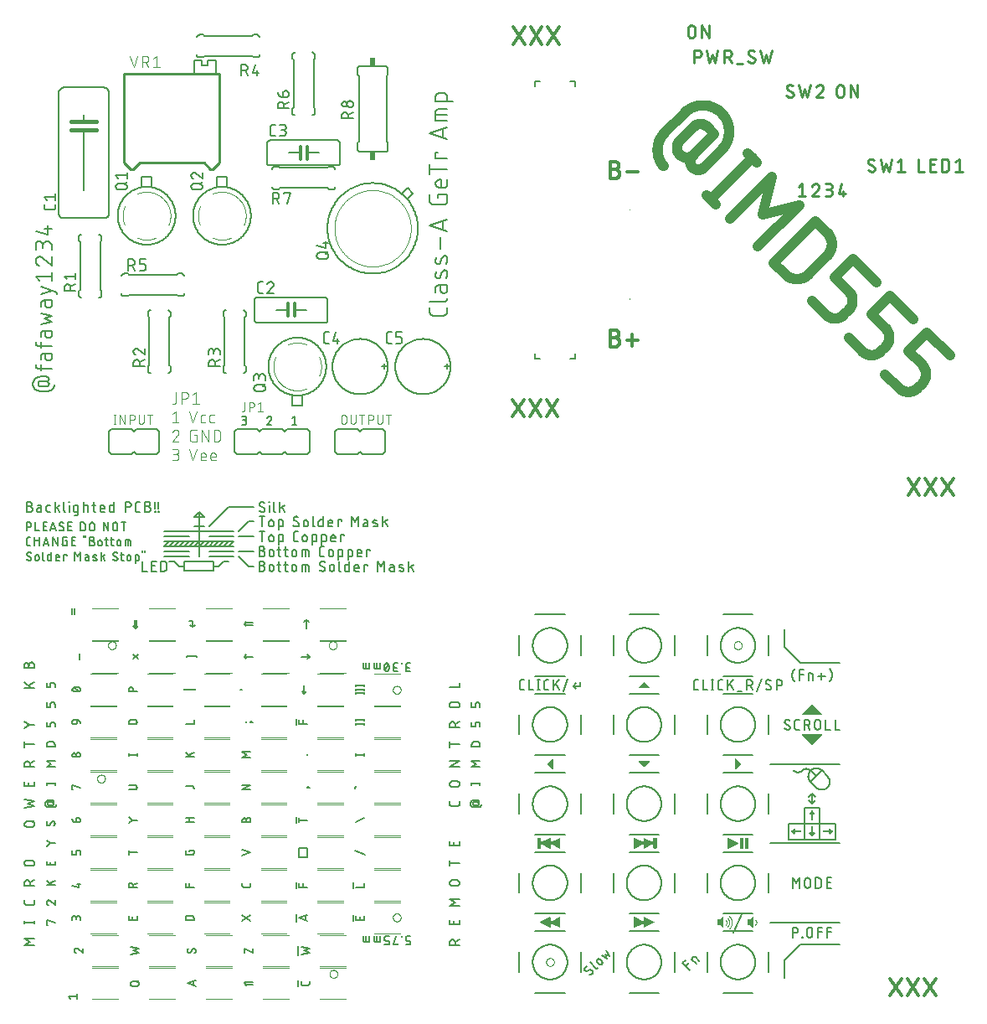
<source format=gto>
G04 EAGLE Gerber X2 export*
G75*
%MOMM*%
%FSLAX34Y34*%
%LPD*%
%AMOC8*
5,1,8,0,0,1.08239X$1,22.5*%
G01*
%ADD10C,0.304800*%
%ADD11C,0.152400*%
%ADD12C,0.177800*%
%ADD13C,0.120000*%
%ADD14C,0.200000*%
%ADD15C,1.041400*%
%ADD16C,0.228600*%
%ADD17C,0.101600*%
%ADD18C,0.127000*%
%ADD19C,0.203200*%
%ADD20C,0.100000*%
%ADD21C,0.000000*%
%ADD22C,0.050800*%
%ADD23C,0.254000*%
%ADD24R,0.609600X0.863600*%
%ADD25C,0.406400*%

G36*
X642508Y154502D02*
X642508Y154502D01*
X642517Y154501D01*
X642605Y154522D01*
X642695Y154540D01*
X642702Y154545D01*
X642710Y154547D01*
X642783Y154601D01*
X642859Y154653D01*
X642863Y154660D01*
X642870Y154665D01*
X642917Y154743D01*
X642966Y154820D01*
X642967Y154829D01*
X642972Y154836D01*
X642999Y155000D01*
X642999Y165000D01*
X642999Y165001D01*
X642999Y165002D01*
X642998Y165008D01*
X642999Y165017D01*
X642978Y165105D01*
X642960Y165195D01*
X642955Y165202D01*
X642953Y165210D01*
X642899Y165283D01*
X642847Y165359D01*
X642840Y165363D01*
X642835Y165370D01*
X642757Y165417D01*
X642680Y165466D01*
X642671Y165467D01*
X642664Y165472D01*
X642500Y165499D01*
X640000Y165499D01*
X639992Y165498D01*
X639983Y165499D01*
X639895Y165478D01*
X639805Y165460D01*
X639798Y165455D01*
X639790Y165453D01*
X639717Y165399D01*
X639641Y165347D01*
X639637Y165340D01*
X639630Y165335D01*
X639583Y165257D01*
X639534Y165180D01*
X639533Y165171D01*
X639528Y165164D01*
X639501Y165000D01*
X639501Y160808D01*
X630223Y165447D01*
X630201Y165453D01*
X630196Y165456D01*
X630180Y165466D01*
X630105Y165479D01*
X630031Y165498D01*
X630007Y165495D01*
X629983Y165499D01*
X629910Y165481D01*
X629834Y165471D01*
X629814Y165459D01*
X629790Y165453D01*
X629729Y165408D01*
X629664Y165369D01*
X629649Y165349D01*
X629630Y165335D01*
X629591Y165270D01*
X629546Y165208D01*
X629541Y165185D01*
X629528Y165164D01*
X629509Y165050D01*
X629501Y165015D01*
X629502Y165008D01*
X629501Y165000D01*
X629501Y160808D01*
X620223Y165447D01*
X620201Y165453D01*
X620196Y165456D01*
X620180Y165466D01*
X620105Y165479D01*
X620031Y165498D01*
X620007Y165495D01*
X619983Y165499D01*
X619910Y165481D01*
X619834Y165471D01*
X619814Y165459D01*
X619790Y165453D01*
X619729Y165408D01*
X619664Y165369D01*
X619649Y165349D01*
X619630Y165335D01*
X619591Y165270D01*
X619546Y165208D01*
X619541Y165185D01*
X619528Y165164D01*
X619509Y165050D01*
X619501Y165015D01*
X619502Y165008D01*
X619501Y165000D01*
X619501Y155000D01*
X619506Y154976D01*
X619503Y154952D01*
X619525Y154880D01*
X619540Y154805D01*
X619554Y154785D01*
X619561Y154762D01*
X619610Y154704D01*
X619653Y154641D01*
X619673Y154628D01*
X619689Y154610D01*
X619756Y154575D01*
X619820Y154534D01*
X619844Y154530D01*
X619866Y154519D01*
X619942Y154514D01*
X620017Y154501D01*
X620040Y154507D01*
X620064Y154505D01*
X620175Y154539D01*
X620210Y154547D01*
X620215Y154551D01*
X620223Y154553D01*
X629501Y159192D01*
X629501Y155000D01*
X629506Y154976D01*
X629503Y154952D01*
X629525Y154880D01*
X629540Y154805D01*
X629554Y154785D01*
X629561Y154762D01*
X629610Y154704D01*
X629653Y154641D01*
X629673Y154628D01*
X629689Y154610D01*
X629756Y154575D01*
X629820Y154534D01*
X629844Y154530D01*
X629866Y154519D01*
X629942Y154514D01*
X630017Y154501D01*
X630040Y154507D01*
X630064Y154505D01*
X630175Y154539D01*
X630210Y154547D01*
X630215Y154551D01*
X630223Y154553D01*
X639501Y159192D01*
X639501Y155000D01*
X639502Y154992D01*
X639501Y154983D01*
X639522Y154895D01*
X639540Y154805D01*
X639545Y154798D01*
X639547Y154790D01*
X639601Y154717D01*
X639653Y154641D01*
X639660Y154637D01*
X639665Y154630D01*
X639743Y154583D01*
X639820Y154534D01*
X639829Y154533D01*
X639836Y154528D01*
X640000Y154501D01*
X642500Y154501D01*
X642508Y154502D01*
G37*
G36*
X525008Y154502D02*
X525008Y154502D01*
X525017Y154501D01*
X525105Y154522D01*
X525195Y154540D01*
X525202Y154545D01*
X525210Y154547D01*
X525283Y154601D01*
X525359Y154653D01*
X525363Y154660D01*
X525370Y154665D01*
X525417Y154743D01*
X525466Y154820D01*
X525467Y154829D01*
X525472Y154836D01*
X525499Y155000D01*
X525499Y159192D01*
X534777Y154553D01*
X534800Y154547D01*
X534820Y154534D01*
X534895Y154522D01*
X534969Y154502D01*
X534993Y154505D01*
X535017Y154501D01*
X535090Y154519D01*
X535166Y154529D01*
X535187Y154541D01*
X535210Y154547D01*
X535271Y154592D01*
X535336Y154631D01*
X535351Y154651D01*
X535370Y154665D01*
X535409Y154730D01*
X535454Y154792D01*
X535459Y154815D01*
X535472Y154836D01*
X535491Y154950D01*
X535499Y154985D01*
X535498Y154992D01*
X535499Y155000D01*
X535499Y159192D01*
X544777Y154553D01*
X544800Y154547D01*
X544820Y154534D01*
X544895Y154522D01*
X544969Y154502D01*
X544993Y154505D01*
X545017Y154501D01*
X545090Y154519D01*
X545166Y154529D01*
X545187Y154541D01*
X545210Y154547D01*
X545271Y154592D01*
X545336Y154631D01*
X545351Y154651D01*
X545370Y154665D01*
X545409Y154730D01*
X545454Y154792D01*
X545459Y154815D01*
X545472Y154836D01*
X545491Y154950D01*
X545499Y154985D01*
X545498Y154992D01*
X545499Y155000D01*
X545499Y165000D01*
X545499Y165001D01*
X545499Y165002D01*
X545494Y165024D01*
X545497Y165048D01*
X545475Y165120D01*
X545460Y165195D01*
X545446Y165215D01*
X545439Y165238D01*
X545390Y165296D01*
X545347Y165359D01*
X545327Y165372D01*
X545311Y165390D01*
X545244Y165425D01*
X545180Y165466D01*
X545156Y165470D01*
X545134Y165481D01*
X545058Y165486D01*
X544983Y165499D01*
X544960Y165493D01*
X544936Y165495D01*
X544825Y165461D01*
X544790Y165453D01*
X544785Y165449D01*
X544777Y165447D01*
X535499Y160808D01*
X535499Y165000D01*
X535499Y165001D01*
X535499Y165002D01*
X535494Y165024D01*
X535497Y165048D01*
X535475Y165120D01*
X535460Y165195D01*
X535446Y165215D01*
X535439Y165238D01*
X535390Y165296D01*
X535347Y165359D01*
X535327Y165372D01*
X535311Y165390D01*
X535244Y165425D01*
X535180Y165466D01*
X535156Y165470D01*
X535134Y165481D01*
X535058Y165486D01*
X534983Y165499D01*
X534960Y165493D01*
X534936Y165495D01*
X534825Y165461D01*
X534790Y165453D01*
X534785Y165449D01*
X534777Y165447D01*
X525499Y160808D01*
X525499Y165000D01*
X525499Y165001D01*
X525499Y165002D01*
X525498Y165008D01*
X525499Y165017D01*
X525478Y165105D01*
X525460Y165195D01*
X525455Y165202D01*
X525453Y165210D01*
X525399Y165283D01*
X525347Y165359D01*
X525340Y165363D01*
X525335Y165370D01*
X525257Y165417D01*
X525180Y165466D01*
X525171Y165467D01*
X525164Y165472D01*
X525000Y165499D01*
X522500Y165499D01*
X522492Y165498D01*
X522483Y165499D01*
X522395Y165478D01*
X522305Y165460D01*
X522298Y165455D01*
X522290Y165453D01*
X522217Y165399D01*
X522141Y165347D01*
X522137Y165340D01*
X522130Y165335D01*
X522083Y165257D01*
X522034Y165180D01*
X522033Y165171D01*
X522028Y165164D01*
X522001Y165000D01*
X522001Y155000D01*
X522002Y154992D01*
X522001Y154983D01*
X522022Y154895D01*
X522040Y154805D01*
X522045Y154798D01*
X522047Y154790D01*
X522101Y154717D01*
X522153Y154641D01*
X522160Y154637D01*
X522165Y154630D01*
X522243Y154583D01*
X522320Y154534D01*
X522329Y154533D01*
X522336Y154528D01*
X522500Y154501D01*
X525000Y154501D01*
X525008Y154502D01*
G37*
G36*
X630040Y74507D02*
X630040Y74507D01*
X630064Y74505D01*
X630175Y74539D01*
X630210Y74547D01*
X630215Y74551D01*
X630223Y74553D01*
X640223Y79553D01*
X640277Y79596D01*
X640336Y79631D01*
X640355Y79657D01*
X640380Y79676D01*
X640413Y79736D01*
X640454Y79792D01*
X640461Y79822D01*
X640476Y79850D01*
X640483Y79918D01*
X640499Y79985D01*
X640494Y80016D01*
X640497Y80048D01*
X640477Y80114D01*
X640465Y80181D01*
X640448Y80208D01*
X640439Y80238D01*
X640395Y80291D01*
X640358Y80348D01*
X640329Y80369D01*
X640311Y80390D01*
X640274Y80409D01*
X640223Y80447D01*
X630223Y85447D01*
X630201Y85453D01*
X630196Y85456D01*
X630180Y85466D01*
X630105Y85479D01*
X630031Y85498D01*
X630007Y85495D01*
X629983Y85499D01*
X629910Y85481D01*
X629834Y85471D01*
X629814Y85459D01*
X629790Y85453D01*
X629729Y85408D01*
X629664Y85369D01*
X629649Y85349D01*
X629630Y85335D01*
X629591Y85270D01*
X629546Y85208D01*
X629541Y85185D01*
X629528Y85164D01*
X629509Y85050D01*
X629501Y85015D01*
X629502Y85008D01*
X629501Y85000D01*
X629501Y80808D01*
X620223Y85447D01*
X620201Y85453D01*
X620196Y85456D01*
X620180Y85466D01*
X620105Y85479D01*
X620031Y85498D01*
X620007Y85495D01*
X619983Y85499D01*
X619910Y85481D01*
X619834Y85471D01*
X619814Y85459D01*
X619790Y85453D01*
X619729Y85408D01*
X619664Y85369D01*
X619649Y85349D01*
X619630Y85335D01*
X619591Y85270D01*
X619546Y85208D01*
X619541Y85185D01*
X619528Y85164D01*
X619509Y85050D01*
X619501Y85015D01*
X619502Y85008D01*
X619501Y85000D01*
X619501Y75000D01*
X619506Y74976D01*
X619503Y74952D01*
X619525Y74880D01*
X619540Y74805D01*
X619554Y74785D01*
X619561Y74762D01*
X619610Y74704D01*
X619653Y74641D01*
X619673Y74628D01*
X619689Y74610D01*
X619756Y74575D01*
X619820Y74534D01*
X619844Y74530D01*
X619866Y74519D01*
X619942Y74514D01*
X620017Y74501D01*
X620040Y74507D01*
X620064Y74505D01*
X620175Y74539D01*
X620210Y74547D01*
X620215Y74551D01*
X620223Y74553D01*
X629501Y79192D01*
X629501Y75000D01*
X629506Y74976D01*
X629503Y74952D01*
X629525Y74880D01*
X629540Y74805D01*
X629554Y74785D01*
X629561Y74762D01*
X629610Y74704D01*
X629653Y74641D01*
X629673Y74628D01*
X629689Y74610D01*
X629756Y74575D01*
X629820Y74534D01*
X629844Y74530D01*
X629866Y74519D01*
X629942Y74514D01*
X630017Y74501D01*
X630040Y74507D01*
G37*
G36*
X545090Y74519D02*
X545090Y74519D01*
X545166Y74529D01*
X545187Y74541D01*
X545210Y74547D01*
X545271Y74592D01*
X545336Y74631D01*
X545351Y74651D01*
X545370Y74665D01*
X545409Y74730D01*
X545454Y74792D01*
X545459Y74815D01*
X545472Y74836D01*
X545491Y74950D01*
X545499Y74985D01*
X545498Y74992D01*
X545499Y75000D01*
X545499Y85000D01*
X545499Y85001D01*
X545499Y85002D01*
X545494Y85024D01*
X545497Y85048D01*
X545475Y85120D01*
X545460Y85195D01*
X545446Y85215D01*
X545439Y85238D01*
X545390Y85296D01*
X545347Y85359D01*
X545327Y85372D01*
X545311Y85390D01*
X545244Y85425D01*
X545180Y85466D01*
X545156Y85470D01*
X545134Y85481D01*
X545058Y85486D01*
X544983Y85499D01*
X544960Y85493D01*
X544936Y85495D01*
X544825Y85461D01*
X544790Y85453D01*
X544785Y85449D01*
X544777Y85447D01*
X535499Y80808D01*
X535499Y85000D01*
X535499Y85001D01*
X535499Y85002D01*
X535494Y85024D01*
X535497Y85048D01*
X535475Y85120D01*
X535460Y85195D01*
X535446Y85215D01*
X535439Y85238D01*
X535390Y85296D01*
X535347Y85359D01*
X535327Y85372D01*
X535311Y85390D01*
X535244Y85425D01*
X535180Y85466D01*
X535156Y85470D01*
X535134Y85481D01*
X535058Y85486D01*
X534983Y85499D01*
X534960Y85493D01*
X534936Y85495D01*
X534825Y85461D01*
X534790Y85453D01*
X534785Y85449D01*
X534777Y85447D01*
X524777Y80447D01*
X524723Y80404D01*
X524664Y80369D01*
X524645Y80343D01*
X524620Y80324D01*
X524587Y80264D01*
X524546Y80208D01*
X524539Y80178D01*
X524524Y80150D01*
X524517Y80082D01*
X524501Y80015D01*
X524506Y79984D01*
X524503Y79952D01*
X524523Y79887D01*
X524535Y79819D01*
X524552Y79792D01*
X524561Y79762D01*
X524605Y79709D01*
X524642Y79652D01*
X524671Y79631D01*
X524689Y79610D01*
X524726Y79591D01*
X524777Y79553D01*
X534777Y74553D01*
X534800Y74547D01*
X534820Y74534D01*
X534895Y74522D01*
X534969Y74502D01*
X534993Y74505D01*
X535017Y74501D01*
X535090Y74519D01*
X535166Y74529D01*
X535187Y74541D01*
X535210Y74547D01*
X535271Y74592D01*
X535336Y74631D01*
X535351Y74651D01*
X535370Y74665D01*
X535409Y74730D01*
X535454Y74792D01*
X535459Y74815D01*
X535472Y74836D01*
X535491Y74950D01*
X535499Y74985D01*
X535498Y74992D01*
X535499Y75000D01*
X535499Y79192D01*
X544777Y74553D01*
X544800Y74547D01*
X544820Y74534D01*
X544895Y74522D01*
X544969Y74502D01*
X544993Y74505D01*
X545017Y74501D01*
X545090Y74519D01*
G37*
G36*
X810004Y289502D02*
X810004Y289502D01*
X810008Y289501D01*
X810102Y289521D01*
X810195Y289540D01*
X810198Y289543D01*
X810202Y289544D01*
X810280Y289599D01*
X810359Y289653D01*
X810361Y289656D01*
X810365Y289659D01*
X810414Y289740D01*
X810466Y289820D01*
X810467Y289825D01*
X810469Y289828D01*
X810483Y289922D01*
X810499Y290017D01*
X810498Y290021D01*
X810499Y290025D01*
X810475Y290117D01*
X810453Y290210D01*
X810450Y290213D01*
X810449Y290217D01*
X810353Y290353D01*
X800353Y300353D01*
X800350Y300355D01*
X800349Y300356D01*
X800346Y300358D01*
X800341Y300365D01*
X800264Y300412D01*
X800187Y300463D01*
X800179Y300464D01*
X800172Y300469D01*
X800082Y300482D01*
X799992Y300499D01*
X799984Y300497D01*
X799975Y300499D01*
X799887Y300476D01*
X799798Y300456D01*
X799791Y300451D01*
X799783Y300449D01*
X799647Y300353D01*
X789647Y290353D01*
X789645Y290349D01*
X789641Y290347D01*
X789590Y290267D01*
X789537Y290187D01*
X789536Y290183D01*
X789534Y290180D01*
X789518Y290086D01*
X789501Y289992D01*
X789502Y289988D01*
X789501Y289983D01*
X789523Y289892D01*
X789544Y289798D01*
X789546Y289794D01*
X789547Y289790D01*
X789603Y289714D01*
X789659Y289636D01*
X789662Y289633D01*
X789665Y289630D01*
X789747Y289581D01*
X789828Y289531D01*
X789832Y289531D01*
X789836Y289528D01*
X790000Y289501D01*
X810000Y289501D01*
X810004Y289502D01*
G37*
G36*
X800017Y259503D02*
X800017Y259503D01*
X800025Y259501D01*
X800113Y259524D01*
X800202Y259544D01*
X800209Y259549D01*
X800217Y259551D01*
X800353Y259647D01*
X810353Y269647D01*
X810355Y269651D01*
X810359Y269653D01*
X810410Y269733D01*
X810463Y269813D01*
X810464Y269817D01*
X810466Y269820D01*
X810482Y269914D01*
X810499Y270008D01*
X810498Y270012D01*
X810499Y270017D01*
X810477Y270108D01*
X810456Y270202D01*
X810454Y270206D01*
X810453Y270210D01*
X810397Y270286D01*
X810341Y270365D01*
X810338Y270367D01*
X810335Y270370D01*
X810253Y270419D01*
X810172Y270469D01*
X810168Y270469D01*
X810164Y270472D01*
X810000Y270499D01*
X790000Y270499D01*
X789996Y270498D01*
X789992Y270499D01*
X789898Y270479D01*
X789805Y270460D01*
X789802Y270457D01*
X789798Y270456D01*
X789720Y270401D01*
X789641Y270347D01*
X789639Y270344D01*
X789636Y270341D01*
X789586Y270260D01*
X789534Y270180D01*
X789533Y270175D01*
X789531Y270172D01*
X789517Y270078D01*
X789501Y269983D01*
X789502Y269979D01*
X789501Y269975D01*
X789525Y269883D01*
X789547Y269790D01*
X789550Y269787D01*
X789551Y269783D01*
X789647Y269647D01*
X799647Y259647D01*
X799654Y259642D01*
X799659Y259636D01*
X799736Y259588D01*
X799813Y259537D01*
X799821Y259536D01*
X799828Y259531D01*
X799918Y259518D01*
X800008Y259501D01*
X800017Y259503D01*
G37*
G36*
X715040Y154507D02*
X715040Y154507D01*
X715064Y154505D01*
X715175Y154539D01*
X715210Y154547D01*
X715215Y154551D01*
X715223Y154553D01*
X725223Y159553D01*
X725277Y159596D01*
X725336Y159631D01*
X725355Y159657D01*
X725380Y159676D01*
X725413Y159736D01*
X725454Y159792D01*
X725461Y159822D01*
X725476Y159850D01*
X725483Y159918D01*
X725499Y159985D01*
X725494Y160016D01*
X725497Y160048D01*
X725477Y160114D01*
X725465Y160181D01*
X725448Y160208D01*
X725439Y160238D01*
X725395Y160291D01*
X725358Y160348D01*
X725329Y160369D01*
X725311Y160390D01*
X725274Y160409D01*
X725223Y160447D01*
X715223Y165447D01*
X715201Y165453D01*
X715196Y165456D01*
X715180Y165466D01*
X715105Y165479D01*
X715031Y165498D01*
X715007Y165495D01*
X714983Y165499D01*
X714910Y165481D01*
X714834Y165471D01*
X714814Y165459D01*
X714790Y165453D01*
X714729Y165408D01*
X714664Y165369D01*
X714649Y165349D01*
X714630Y165335D01*
X714591Y165270D01*
X714546Y165208D01*
X714541Y165185D01*
X714528Y165164D01*
X714509Y165050D01*
X714501Y165015D01*
X714502Y165008D01*
X714501Y165000D01*
X714501Y155000D01*
X714506Y154976D01*
X714503Y154952D01*
X714525Y154880D01*
X714540Y154805D01*
X714554Y154785D01*
X714561Y154762D01*
X714610Y154704D01*
X714653Y154641D01*
X714673Y154628D01*
X714689Y154610D01*
X714756Y154575D01*
X714820Y154534D01*
X714844Y154530D01*
X714866Y154519D01*
X714942Y154514D01*
X715017Y154501D01*
X715040Y154507D01*
G37*
G36*
X710012Y74502D02*
X710012Y74502D01*
X710017Y74501D01*
X710108Y74523D01*
X710202Y74544D01*
X710206Y74546D01*
X710210Y74547D01*
X710286Y74603D01*
X710365Y74659D01*
X710367Y74662D01*
X710370Y74665D01*
X710419Y74747D01*
X710469Y74828D01*
X710469Y74832D01*
X710472Y74836D01*
X710499Y75000D01*
X710499Y85000D01*
X710499Y85001D01*
X710499Y85002D01*
X710498Y85004D01*
X710499Y85008D01*
X710479Y85102D01*
X710460Y85195D01*
X710457Y85198D01*
X710456Y85202D01*
X710401Y85280D01*
X710347Y85359D01*
X710344Y85361D01*
X710341Y85365D01*
X710260Y85414D01*
X710180Y85466D01*
X710175Y85467D01*
X710172Y85469D01*
X710078Y85483D01*
X709983Y85499D01*
X709979Y85498D01*
X709975Y85499D01*
X709883Y85475D01*
X709790Y85453D01*
X709787Y85450D01*
X709783Y85449D01*
X709647Y85353D01*
X707293Y82999D01*
X705000Y82999D01*
X704992Y82998D01*
X704983Y82999D01*
X704895Y82978D01*
X704805Y82960D01*
X704798Y82955D01*
X704790Y82953D01*
X704717Y82899D01*
X704641Y82847D01*
X704637Y82840D01*
X704630Y82835D01*
X704583Y82757D01*
X704534Y82680D01*
X704533Y82671D01*
X704528Y82664D01*
X704501Y82500D01*
X704501Y77500D01*
X704502Y77492D01*
X704501Y77483D01*
X704522Y77395D01*
X704540Y77305D01*
X704545Y77298D01*
X704547Y77290D01*
X704601Y77217D01*
X704653Y77141D01*
X704660Y77137D01*
X704665Y77130D01*
X704743Y77083D01*
X704820Y77034D01*
X704829Y77033D01*
X704836Y77028D01*
X705000Y77001D01*
X707293Y77001D01*
X709647Y74647D01*
X709651Y74645D01*
X709653Y74641D01*
X709733Y74590D01*
X709813Y74537D01*
X709817Y74536D01*
X709820Y74534D01*
X709914Y74518D01*
X710008Y74501D01*
X710012Y74502D01*
G37*
G36*
X740012Y74502D02*
X740012Y74502D01*
X740017Y74501D01*
X740108Y74523D01*
X740202Y74544D01*
X740206Y74546D01*
X740210Y74547D01*
X740286Y74603D01*
X740365Y74659D01*
X740367Y74662D01*
X740370Y74665D01*
X740419Y74747D01*
X740469Y74828D01*
X740469Y74832D01*
X740472Y74836D01*
X740499Y75000D01*
X740499Y85000D01*
X740499Y85001D01*
X740499Y85002D01*
X740498Y85004D01*
X740499Y85008D01*
X740479Y85102D01*
X740460Y85195D01*
X740457Y85198D01*
X740456Y85202D01*
X740401Y85280D01*
X740347Y85359D01*
X740344Y85361D01*
X740341Y85365D01*
X740260Y85414D01*
X740180Y85466D01*
X740175Y85467D01*
X740172Y85469D01*
X740078Y85483D01*
X739983Y85499D01*
X739979Y85498D01*
X739975Y85499D01*
X739883Y85475D01*
X739790Y85453D01*
X739787Y85450D01*
X739783Y85449D01*
X739647Y85353D01*
X737293Y82999D01*
X735000Y82999D01*
X734992Y82998D01*
X734983Y82999D01*
X734895Y82978D01*
X734805Y82960D01*
X734798Y82955D01*
X734790Y82953D01*
X734717Y82899D01*
X734641Y82847D01*
X734637Y82840D01*
X734630Y82835D01*
X734583Y82757D01*
X734534Y82680D01*
X734533Y82671D01*
X734528Y82664D01*
X734501Y82500D01*
X734501Y77500D01*
X734502Y77492D01*
X734501Y77483D01*
X734522Y77395D01*
X734540Y77305D01*
X734545Y77298D01*
X734547Y77290D01*
X734601Y77217D01*
X734653Y77141D01*
X734660Y77137D01*
X734665Y77130D01*
X734743Y77083D01*
X734820Y77034D01*
X734829Y77033D01*
X734836Y77028D01*
X735000Y77001D01*
X737293Y77001D01*
X739647Y74647D01*
X739651Y74645D01*
X739653Y74641D01*
X739733Y74590D01*
X739813Y74537D01*
X739817Y74536D01*
X739820Y74534D01*
X739914Y74518D01*
X740008Y74501D01*
X740012Y74502D01*
G37*
G36*
X730008Y154502D02*
X730008Y154502D01*
X730017Y154501D01*
X730105Y154522D01*
X730195Y154540D01*
X730202Y154545D01*
X730210Y154547D01*
X730283Y154601D01*
X730359Y154653D01*
X730363Y154660D01*
X730370Y154665D01*
X730417Y154743D01*
X730466Y154820D01*
X730467Y154829D01*
X730472Y154836D01*
X730499Y155000D01*
X730499Y165000D01*
X730499Y165001D01*
X730499Y165002D01*
X730498Y165008D01*
X730499Y165017D01*
X730478Y165105D01*
X730460Y165195D01*
X730455Y165202D01*
X730453Y165210D01*
X730399Y165283D01*
X730347Y165359D01*
X730340Y165363D01*
X730335Y165370D01*
X730257Y165417D01*
X730180Y165466D01*
X730171Y165467D01*
X730164Y165472D01*
X730000Y165499D01*
X727500Y165499D01*
X727492Y165498D01*
X727483Y165499D01*
X727395Y165478D01*
X727305Y165460D01*
X727298Y165455D01*
X727290Y165453D01*
X727217Y165399D01*
X727141Y165347D01*
X727137Y165340D01*
X727130Y165335D01*
X727083Y165257D01*
X727034Y165180D01*
X727033Y165171D01*
X727028Y165164D01*
X727001Y165000D01*
X727001Y155000D01*
X727002Y154992D01*
X727001Y154983D01*
X727022Y154895D01*
X727040Y154805D01*
X727045Y154798D01*
X727047Y154790D01*
X727101Y154717D01*
X727153Y154641D01*
X727160Y154637D01*
X727165Y154630D01*
X727243Y154583D01*
X727320Y154534D01*
X727329Y154533D01*
X727336Y154528D01*
X727500Y154501D01*
X730000Y154501D01*
X730008Y154502D01*
G37*
G36*
X735008Y154502D02*
X735008Y154502D01*
X735017Y154501D01*
X735105Y154522D01*
X735195Y154540D01*
X735202Y154545D01*
X735210Y154547D01*
X735283Y154601D01*
X735359Y154653D01*
X735363Y154660D01*
X735370Y154665D01*
X735417Y154743D01*
X735466Y154820D01*
X735467Y154829D01*
X735472Y154836D01*
X735499Y155000D01*
X735499Y165000D01*
X735499Y165001D01*
X735499Y165002D01*
X735498Y165008D01*
X735499Y165017D01*
X735478Y165105D01*
X735460Y165195D01*
X735455Y165202D01*
X735453Y165210D01*
X735399Y165283D01*
X735347Y165359D01*
X735340Y165363D01*
X735335Y165370D01*
X735257Y165417D01*
X735180Y165466D01*
X735171Y165467D01*
X735164Y165472D01*
X735000Y165499D01*
X732500Y165499D01*
X732492Y165498D01*
X732483Y165499D01*
X732395Y165478D01*
X732305Y165460D01*
X732298Y165455D01*
X732290Y165453D01*
X732217Y165399D01*
X732141Y165347D01*
X732137Y165340D01*
X732130Y165335D01*
X732083Y165257D01*
X732034Y165180D01*
X732033Y165171D01*
X732028Y165164D01*
X732001Y165000D01*
X732001Y155000D01*
X732002Y154992D01*
X732001Y154983D01*
X732022Y154895D01*
X732040Y154805D01*
X732045Y154798D01*
X732047Y154790D01*
X732101Y154717D01*
X732153Y154641D01*
X732160Y154637D01*
X732165Y154630D01*
X732243Y154583D01*
X732320Y154534D01*
X732329Y154533D01*
X732336Y154528D01*
X732500Y154501D01*
X735000Y154501D01*
X735008Y154502D01*
G37*
G36*
X635004Y317002D02*
X635004Y317002D01*
X635008Y317001D01*
X635102Y317021D01*
X635195Y317040D01*
X635198Y317043D01*
X635202Y317044D01*
X635280Y317099D01*
X635359Y317153D01*
X635361Y317156D01*
X635365Y317159D01*
X635414Y317240D01*
X635466Y317320D01*
X635467Y317325D01*
X635469Y317328D01*
X635483Y317422D01*
X635499Y317517D01*
X635498Y317521D01*
X635499Y317525D01*
X635475Y317617D01*
X635453Y317710D01*
X635450Y317713D01*
X635449Y317717D01*
X635353Y317853D01*
X630353Y322853D01*
X630346Y322857D01*
X630343Y322863D01*
X630342Y322863D01*
X630341Y322865D01*
X630264Y322912D01*
X630187Y322963D01*
X630179Y322964D01*
X630172Y322969D01*
X630082Y322982D01*
X629992Y322999D01*
X629984Y322997D01*
X629975Y322999D01*
X629887Y322976D01*
X629798Y322956D01*
X629791Y322951D01*
X629783Y322949D01*
X629647Y322853D01*
X624647Y317853D01*
X624645Y317849D01*
X624641Y317847D01*
X624590Y317767D01*
X624537Y317687D01*
X624536Y317683D01*
X624534Y317680D01*
X624518Y317586D01*
X624501Y317492D01*
X624502Y317488D01*
X624501Y317483D01*
X624523Y317392D01*
X624544Y317298D01*
X624546Y317294D01*
X624547Y317290D01*
X624603Y317214D01*
X624659Y317136D01*
X624662Y317133D01*
X624665Y317130D01*
X624747Y317081D01*
X624828Y317031D01*
X624832Y317031D01*
X624836Y317028D01*
X625000Y317001D01*
X635000Y317001D01*
X635004Y317002D01*
G37*
G36*
X722521Y234502D02*
X722521Y234502D01*
X722525Y234501D01*
X722617Y234525D01*
X722710Y234547D01*
X722713Y234550D01*
X722717Y234551D01*
X722853Y234647D01*
X727853Y239647D01*
X727858Y239654D01*
X727865Y239659D01*
X727912Y239736D01*
X727963Y239813D01*
X727964Y239821D01*
X727969Y239828D01*
X727982Y239918D01*
X727999Y240008D01*
X727997Y240017D01*
X727999Y240025D01*
X727976Y240113D01*
X727956Y240202D01*
X727951Y240209D01*
X727949Y240217D01*
X727853Y240353D01*
X722853Y245353D01*
X722850Y245355D01*
X722849Y245355D01*
X722847Y245359D01*
X722767Y245410D01*
X722687Y245463D01*
X722683Y245464D01*
X722680Y245466D01*
X722586Y245482D01*
X722492Y245499D01*
X722488Y245498D01*
X722483Y245499D01*
X722392Y245477D01*
X722298Y245456D01*
X722294Y245454D01*
X722290Y245453D01*
X722214Y245397D01*
X722136Y245341D01*
X722133Y245338D01*
X722130Y245335D01*
X722081Y245253D01*
X722031Y245172D01*
X722031Y245168D01*
X722028Y245164D01*
X722001Y245000D01*
X722001Y235000D01*
X722002Y234996D01*
X722001Y234992D01*
X722021Y234898D01*
X722040Y234805D01*
X722043Y234802D01*
X722044Y234798D01*
X722099Y234720D01*
X722153Y234641D01*
X722156Y234639D01*
X722159Y234636D01*
X722240Y234586D01*
X722320Y234534D01*
X722325Y234533D01*
X722328Y234531D01*
X722422Y234517D01*
X722517Y234501D01*
X722521Y234502D01*
G37*
G36*
X537512Y234502D02*
X537512Y234502D01*
X537517Y234501D01*
X537608Y234523D01*
X537702Y234544D01*
X537706Y234546D01*
X537710Y234547D01*
X537786Y234603D01*
X537865Y234659D01*
X537867Y234662D01*
X537870Y234665D01*
X537919Y234747D01*
X537969Y234828D01*
X537969Y234832D01*
X537972Y234836D01*
X537999Y235000D01*
X537999Y245000D01*
X537999Y245001D01*
X537999Y245002D01*
X537998Y245004D01*
X537999Y245008D01*
X537979Y245102D01*
X537960Y245195D01*
X537957Y245198D01*
X537956Y245202D01*
X537901Y245280D01*
X537847Y245359D01*
X537844Y245361D01*
X537841Y245365D01*
X537760Y245414D01*
X537680Y245466D01*
X537675Y245467D01*
X537672Y245469D01*
X537578Y245483D01*
X537483Y245499D01*
X537479Y245498D01*
X537475Y245499D01*
X537383Y245475D01*
X537290Y245453D01*
X537287Y245450D01*
X537283Y245449D01*
X537147Y245353D01*
X532147Y240353D01*
X532142Y240346D01*
X532136Y240341D01*
X532088Y240264D01*
X532037Y240187D01*
X532036Y240179D01*
X532031Y240172D01*
X532018Y240082D01*
X532001Y239992D01*
X532003Y239984D01*
X532001Y239975D01*
X532024Y239887D01*
X532044Y239798D01*
X532049Y239791D01*
X532051Y239783D01*
X532147Y239647D01*
X537147Y234647D01*
X537151Y234645D01*
X537153Y234641D01*
X537233Y234590D01*
X537313Y234537D01*
X537317Y234536D01*
X537320Y234534D01*
X537414Y234518D01*
X537508Y234501D01*
X537512Y234502D01*
G37*
G36*
X630017Y237003D02*
X630017Y237003D01*
X630025Y237001D01*
X630113Y237024D01*
X630202Y237044D01*
X630209Y237049D01*
X630217Y237051D01*
X630353Y237147D01*
X635353Y242147D01*
X635355Y242151D01*
X635359Y242153D01*
X635410Y242233D01*
X635463Y242313D01*
X635464Y242317D01*
X635466Y242320D01*
X635482Y242414D01*
X635499Y242508D01*
X635498Y242512D01*
X635499Y242517D01*
X635477Y242608D01*
X635456Y242702D01*
X635454Y242706D01*
X635453Y242710D01*
X635397Y242786D01*
X635341Y242865D01*
X635338Y242867D01*
X635335Y242870D01*
X635253Y242919D01*
X635172Y242969D01*
X635168Y242969D01*
X635164Y242972D01*
X635000Y242999D01*
X625000Y242999D01*
X624996Y242998D01*
X624992Y242999D01*
X624898Y242979D01*
X624805Y242960D01*
X624802Y242957D01*
X624798Y242956D01*
X624720Y242901D01*
X624641Y242847D01*
X624639Y242844D01*
X624636Y242841D01*
X624586Y242760D01*
X624534Y242680D01*
X624533Y242675D01*
X624531Y242672D01*
X624517Y242578D01*
X624501Y242483D01*
X624502Y242479D01*
X624501Y242475D01*
X624525Y242383D01*
X624547Y242290D01*
X624550Y242287D01*
X624551Y242283D01*
X624647Y242147D01*
X629647Y237147D01*
X629654Y237142D01*
X629659Y237136D01*
X629736Y237088D01*
X629813Y237037D01*
X629821Y237036D01*
X629828Y237031D01*
X629918Y237018D01*
X630008Y237001D01*
X630017Y237003D01*
G37*
G36*
X782096Y169009D02*
X782096Y169009D01*
X782128Y169009D01*
X782233Y169038D01*
X782340Y169060D01*
X782369Y169076D01*
X782400Y169084D01*
X782493Y169142D01*
X782589Y169193D01*
X782612Y169215D01*
X782640Y169232D01*
X782713Y169313D01*
X782791Y169390D01*
X782807Y169418D01*
X782829Y169442D01*
X782876Y169540D01*
X782930Y169635D01*
X782938Y169666D01*
X782952Y169695D01*
X782966Y169785D01*
X782995Y169909D01*
X782993Y169958D01*
X782999Y170000D01*
X782999Y171001D01*
X788000Y171001D01*
X788279Y171041D01*
X788536Y171157D01*
X788750Y171340D01*
X788905Y171576D01*
X788987Y171846D01*
X788991Y172128D01*
X788916Y172400D01*
X788768Y172640D01*
X788558Y172829D01*
X788305Y172952D01*
X788000Y172999D01*
X782999Y172999D01*
X782999Y174000D01*
X782995Y174032D01*
X782997Y174064D01*
X782991Y174095D01*
X782991Y174125D01*
X782971Y174196D01*
X782959Y174279D01*
X782946Y174309D01*
X782940Y174340D01*
X782923Y174372D01*
X782916Y174397D01*
X782880Y174454D01*
X782843Y174536D01*
X782822Y174561D01*
X782807Y174589D01*
X782780Y174617D01*
X782768Y174637D01*
X782722Y174678D01*
X782660Y174750D01*
X782633Y174768D01*
X782610Y174791D01*
X782573Y174812D01*
X782558Y174826D01*
X782506Y174851D01*
X782424Y174905D01*
X782393Y174914D01*
X782365Y174930D01*
X782321Y174941D01*
X782305Y174949D01*
X782255Y174956D01*
X782154Y174987D01*
X782122Y174988D01*
X782091Y174995D01*
X782028Y174992D01*
X782000Y174996D01*
X781997Y174996D01*
X781953Y174990D01*
X781872Y174991D01*
X781841Y174982D01*
X781809Y174981D01*
X781753Y174961D01*
X781718Y174956D01*
X781672Y174936D01*
X781600Y174916D01*
X781573Y174899D01*
X781542Y174888D01*
X781502Y174859D01*
X781461Y174840D01*
X781417Y174803D01*
X781360Y174768D01*
X781328Y174732D01*
X781293Y174707D01*
X779293Y172707D01*
X779268Y172673D01*
X779251Y172658D01*
X779239Y172640D01*
X779209Y172610D01*
X779171Y172543D01*
X779124Y172481D01*
X779109Y172442D01*
X779097Y172422D01*
X779090Y172401D01*
X779070Y172365D01*
X779052Y172290D01*
X779025Y172217D01*
X779021Y172176D01*
X779014Y172153D01*
X779014Y172129D01*
X779005Y172091D01*
X779009Y172013D01*
X779003Y171936D01*
X779011Y171898D01*
X779010Y171871D01*
X779017Y171846D01*
X779019Y171809D01*
X779045Y171736D01*
X779060Y171660D01*
X779078Y171627D01*
X779086Y171599D01*
X779100Y171575D01*
X779112Y171542D01*
X779153Y171486D01*
X779193Y171411D01*
X779217Y171386D01*
X779234Y171359D01*
X779269Y171327D01*
X779293Y171293D01*
X781293Y169293D01*
X781319Y169274D01*
X781340Y169250D01*
X781432Y169190D01*
X781519Y169124D01*
X781549Y169113D01*
X781576Y169095D01*
X781681Y169063D01*
X781783Y169025D01*
X781815Y169022D01*
X781846Y169013D01*
X781955Y169011D01*
X782064Y169003D01*
X782096Y169009D01*
G37*
G36*
X818019Y169010D02*
X818019Y169010D01*
X818128Y169009D01*
X818159Y169018D01*
X818191Y169019D01*
X818294Y169055D01*
X818400Y169084D01*
X818427Y169101D01*
X818458Y169112D01*
X818531Y169165D01*
X818640Y169232D01*
X818672Y169268D01*
X818707Y169293D01*
X820707Y171293D01*
X820725Y171319D01*
X820749Y171339D01*
X820767Y171366D01*
X820791Y171390D01*
X820829Y171457D01*
X820876Y171519D01*
X820888Y171551D01*
X820903Y171575D01*
X820912Y171603D01*
X820930Y171635D01*
X820948Y171710D01*
X820975Y171783D01*
X820978Y171820D01*
X820986Y171844D01*
X820986Y171871D01*
X820995Y171909D01*
X820991Y171987D01*
X820997Y172064D01*
X820989Y172102D01*
X820990Y172126D01*
X820983Y172150D01*
X820981Y172191D01*
X820955Y172264D01*
X820940Y172340D01*
X820920Y172376D01*
X820914Y172398D01*
X820902Y172418D01*
X820888Y172458D01*
X820847Y172514D01*
X820807Y172589D01*
X820778Y172619D01*
X820766Y172638D01*
X820738Y172664D01*
X820707Y172707D01*
X818707Y174707D01*
X818681Y174726D01*
X818660Y174750D01*
X818605Y174786D01*
X818561Y174826D01*
X818523Y174844D01*
X818481Y174876D01*
X818451Y174887D01*
X818424Y174905D01*
X818354Y174926D01*
X818308Y174949D01*
X818274Y174954D01*
X818217Y174975D01*
X818185Y174978D01*
X818154Y174987D01*
X818052Y174989D01*
X818003Y174996D01*
X818000Y174996D01*
X817982Y174994D01*
X817936Y174997D01*
X817904Y174991D01*
X817872Y174991D01*
X817775Y174964D01*
X817721Y174956D01*
X817704Y174949D01*
X817660Y174940D01*
X817631Y174924D01*
X817600Y174916D01*
X817516Y174864D01*
X817464Y174840D01*
X817449Y174827D01*
X817411Y174807D01*
X817388Y174785D01*
X817360Y174768D01*
X817296Y174697D01*
X817250Y174657D01*
X817237Y174638D01*
X817209Y174610D01*
X817193Y174582D01*
X817171Y174558D01*
X817132Y174477D01*
X817095Y174421D01*
X817088Y174397D01*
X817070Y174365D01*
X817062Y174334D01*
X817048Y174305D01*
X817037Y174229D01*
X817013Y174151D01*
X817012Y174122D01*
X817005Y174091D01*
X817007Y174042D01*
X817001Y174000D01*
X817001Y172999D01*
X812000Y172999D01*
X811721Y172959D01*
X811464Y172843D01*
X811250Y172660D01*
X811095Y172424D01*
X811013Y172154D01*
X811009Y171872D01*
X811084Y171600D01*
X811232Y171360D01*
X811442Y171171D01*
X811695Y171048D01*
X812000Y171001D01*
X817001Y171001D01*
X817001Y170000D01*
X817005Y169968D01*
X817003Y169936D01*
X817025Y169829D01*
X817041Y169721D01*
X817054Y169691D01*
X817060Y169660D01*
X817112Y169563D01*
X817157Y169464D01*
X817178Y169439D01*
X817193Y169411D01*
X817269Y169333D01*
X817340Y169250D01*
X817367Y169232D01*
X817390Y169209D01*
X817485Y169155D01*
X817576Y169095D01*
X817607Y169086D01*
X817635Y169070D01*
X817742Y169045D01*
X817846Y169013D01*
X817878Y169012D01*
X817909Y169005D01*
X818019Y169010D01*
G37*
G36*
X800400Y183084D02*
X800400Y183084D01*
X800640Y183232D01*
X800829Y183442D01*
X800952Y183695D01*
X800999Y184000D01*
X800999Y189001D01*
X802000Y189001D01*
X802032Y189005D01*
X802064Y189003D01*
X802171Y189025D01*
X802279Y189041D01*
X802309Y189054D01*
X802340Y189060D01*
X802437Y189112D01*
X802536Y189157D01*
X802561Y189178D01*
X802589Y189193D01*
X802668Y189269D01*
X802750Y189340D01*
X802768Y189367D01*
X802791Y189390D01*
X802845Y189485D01*
X802905Y189576D01*
X802914Y189607D01*
X802930Y189635D01*
X802955Y189742D01*
X802987Y189846D01*
X802988Y189878D01*
X802995Y189909D01*
X802990Y190019D01*
X802991Y190128D01*
X802982Y190159D01*
X802981Y190191D01*
X802945Y190294D01*
X802916Y190400D01*
X802899Y190427D01*
X802888Y190458D01*
X802835Y190531D01*
X802768Y190640D01*
X802732Y190672D01*
X802707Y190707D01*
X800707Y192707D01*
X800655Y192745D01*
X800610Y192791D01*
X800581Y192808D01*
X800564Y192823D01*
X800529Y192840D01*
X800481Y192876D01*
X800421Y192899D01*
X800365Y192930D01*
X800321Y192941D01*
X800311Y192946D01*
X800285Y192950D01*
X800217Y192975D01*
X800153Y192980D01*
X800091Y192995D01*
X800018Y192991D01*
X800006Y192993D01*
X799994Y192993D01*
X799991Y192993D01*
X799936Y192997D01*
X799873Y192984D01*
X799809Y192981D01*
X799741Y192957D01*
X799715Y192953D01*
X799705Y192949D01*
X799660Y192940D01*
X799603Y192909D01*
X799542Y192888D01*
X799496Y192855D01*
X799458Y192837D01*
X799442Y192824D01*
X799411Y192807D01*
X799350Y192748D01*
X799293Y192707D01*
X797293Y190707D01*
X797274Y190681D01*
X797250Y190660D01*
X797190Y190568D01*
X797124Y190481D01*
X797113Y190451D01*
X797095Y190424D01*
X797063Y190319D01*
X797025Y190217D01*
X797022Y190185D01*
X797013Y190154D01*
X797011Y190045D01*
X797003Y189936D01*
X797009Y189904D01*
X797009Y189872D01*
X797038Y189767D01*
X797060Y189660D01*
X797076Y189631D01*
X797084Y189600D01*
X797142Y189507D01*
X797193Y189411D01*
X797215Y189388D01*
X797232Y189360D01*
X797313Y189287D01*
X797390Y189209D01*
X797418Y189193D01*
X797442Y189171D01*
X797540Y189124D01*
X797635Y189070D01*
X797666Y189062D01*
X797695Y189048D01*
X797785Y189034D01*
X797909Y189005D01*
X797958Y189007D01*
X798000Y189001D01*
X799001Y189001D01*
X799001Y184000D01*
X799041Y183721D01*
X799157Y183464D01*
X799340Y183250D01*
X799576Y183095D01*
X799846Y183013D01*
X800128Y183009D01*
X800400Y183084D01*
G37*
G36*
X800127Y167016D02*
X800127Y167016D01*
X800191Y167019D01*
X800264Y167045D01*
X800340Y167060D01*
X800397Y167091D01*
X800458Y167112D01*
X800514Y167153D01*
X800589Y167193D01*
X800650Y167252D01*
X800707Y167293D01*
X802707Y169293D01*
X802725Y169319D01*
X802749Y169339D01*
X802750Y169340D01*
X802810Y169432D01*
X802876Y169519D01*
X802887Y169549D01*
X802905Y169576D01*
X802937Y169681D01*
X802975Y169783D01*
X802978Y169815D01*
X802987Y169846D01*
X802989Y169955D01*
X802997Y170064D01*
X802991Y170096D01*
X802991Y170128D01*
X802962Y170233D01*
X802940Y170340D01*
X802924Y170369D01*
X802916Y170400D01*
X802858Y170493D01*
X802807Y170589D01*
X802785Y170612D01*
X802768Y170640D01*
X802687Y170713D01*
X802610Y170791D01*
X802582Y170807D01*
X802558Y170829D01*
X802460Y170876D01*
X802365Y170930D01*
X802334Y170938D01*
X802305Y170952D01*
X802215Y170966D01*
X802091Y170995D01*
X802042Y170993D01*
X802000Y170999D01*
X800999Y170999D01*
X800999Y176000D01*
X800959Y176279D01*
X800843Y176536D01*
X800660Y176750D01*
X800424Y176905D01*
X800154Y176987D01*
X799872Y176991D01*
X799600Y176916D01*
X799360Y176768D01*
X799171Y176558D01*
X799048Y176305D01*
X799001Y176000D01*
X799001Y170999D01*
X798000Y170999D01*
X797968Y170995D01*
X797936Y170997D01*
X797829Y170975D01*
X797721Y170959D01*
X797691Y170946D01*
X797660Y170940D01*
X797563Y170888D01*
X797464Y170843D01*
X797439Y170822D01*
X797411Y170807D01*
X797333Y170731D01*
X797250Y170660D01*
X797232Y170633D01*
X797209Y170610D01*
X797155Y170515D01*
X797095Y170424D01*
X797086Y170393D01*
X797070Y170365D01*
X797045Y170258D01*
X797013Y170154D01*
X797012Y170122D01*
X797005Y170091D01*
X797010Y169981D01*
X797009Y169872D01*
X797018Y169841D01*
X797019Y169809D01*
X797055Y169706D01*
X797084Y169600D01*
X797101Y169573D01*
X797112Y169542D01*
X797165Y169469D01*
X797232Y169360D01*
X797234Y169359D01*
X797269Y169327D01*
X797293Y169293D01*
X799293Y167293D01*
X799345Y167255D01*
X799390Y167209D01*
X799457Y167171D01*
X799519Y167124D01*
X799579Y167101D01*
X799635Y167070D01*
X799710Y167052D01*
X799783Y167025D01*
X799847Y167020D01*
X799909Y167005D01*
X799987Y167009D01*
X800064Y167003D01*
X800127Y167016D01*
G37*
D10*
X498099Y967524D02*
X509401Y984476D01*
X498099Y984476D02*
X509401Y967524D01*
X515349Y967524D02*
X526651Y984476D01*
X515349Y984476D02*
X526651Y967524D01*
X532599Y967524D02*
X543901Y984476D01*
X532599Y984476D02*
X543901Y967524D01*
X508401Y608476D02*
X497099Y591524D01*
X508401Y591524D02*
X497099Y608476D01*
X514349Y591524D02*
X525651Y608476D01*
X514349Y608476D02*
X525651Y591524D01*
X531599Y591524D02*
X542901Y608476D01*
X531599Y608476D02*
X542901Y591524D01*
X897099Y511524D02*
X908401Y528476D01*
X897099Y528476D02*
X908401Y511524D01*
X914349Y511524D02*
X925651Y528476D01*
X914349Y528476D02*
X925651Y511524D01*
X931599Y511524D02*
X942901Y528476D01*
X931599Y528476D02*
X942901Y511524D01*
X890401Y23476D02*
X879099Y6524D01*
X890401Y6524D02*
X879099Y23476D01*
X896349Y6524D02*
X907651Y23476D01*
X896349Y23476D02*
X907651Y6524D01*
X913599Y6524D02*
X924901Y23476D01*
X913599Y23476D02*
X924901Y6524D01*
D11*
X185000Y490000D02*
X175000Y490000D01*
X155000Y445000D02*
X150000Y445000D01*
X155000Y445000D02*
X160000Y440000D01*
X165000Y440000D01*
X165000Y445000D01*
X195000Y445000D01*
X195000Y440000D01*
X195000Y435000D01*
X165000Y435000D01*
X165000Y440000D01*
X195000Y440000D02*
X200000Y440000D01*
X205000Y445000D01*
X210000Y445000D01*
X170000Y450000D02*
X145000Y450000D01*
X190000Y450000D02*
X215000Y450000D01*
X170000Y455000D02*
X145000Y455000D01*
X190000Y455000D02*
X215000Y455000D01*
X150000Y460000D02*
X145000Y460000D01*
X150000Y460000D02*
X155000Y460000D01*
X160000Y460000D02*
X165000Y460000D01*
X170000Y460000D02*
X175000Y460000D01*
X180000Y460000D02*
X185000Y460000D01*
X190000Y460000D02*
X195000Y460000D01*
X200000Y460000D02*
X205000Y460000D01*
X210000Y460000D02*
X215000Y460000D01*
X215000Y465000D02*
X210000Y465000D01*
X205000Y465000D02*
X200000Y465000D01*
X195000Y465000D02*
X190000Y465000D01*
X185000Y465000D02*
X180000Y465000D01*
X175000Y465000D02*
X170000Y465000D01*
X165000Y465000D02*
X160000Y465000D01*
X155000Y465000D02*
X150000Y465000D01*
X145000Y465000D01*
X145000Y470000D02*
X170000Y470000D01*
X190000Y470000D02*
X215000Y470000D01*
X215000Y475000D02*
X145000Y475000D01*
X180000Y460000D02*
X180000Y450000D01*
X180000Y460000D02*
X180000Y465000D01*
X180000Y495000D01*
X175000Y490000D01*
X180000Y495000D02*
X185000Y490000D01*
D12*
X122816Y445111D02*
X122816Y434889D01*
X127359Y434889D01*
X132176Y434889D02*
X136719Y434889D01*
X132176Y434889D02*
X132176Y445111D01*
X136719Y445111D01*
X135583Y440568D02*
X132176Y440568D01*
X141505Y445111D02*
X141505Y434889D01*
X141505Y445111D02*
X144345Y445111D01*
X144449Y445109D01*
X144552Y445103D01*
X144656Y445094D01*
X144758Y445081D01*
X144861Y445064D01*
X144962Y445043D01*
X145063Y445019D01*
X145163Y444991D01*
X145262Y444959D01*
X145359Y444924D01*
X145455Y444885D01*
X145550Y444843D01*
X145643Y444797D01*
X145734Y444748D01*
X145824Y444695D01*
X145911Y444640D01*
X145997Y444581D01*
X146080Y444519D01*
X146161Y444454D01*
X146240Y444386D01*
X146315Y444316D01*
X146389Y444242D01*
X146459Y444167D01*
X146527Y444088D01*
X146592Y444007D01*
X146654Y443924D01*
X146713Y443838D01*
X146768Y443751D01*
X146821Y443661D01*
X146870Y443570D01*
X146916Y443477D01*
X146958Y443382D01*
X146997Y443286D01*
X147032Y443189D01*
X147064Y443090D01*
X147092Y442990D01*
X147116Y442889D01*
X147137Y442788D01*
X147154Y442685D01*
X147167Y442583D01*
X147176Y442479D01*
X147182Y442376D01*
X147184Y442272D01*
X147184Y437728D01*
X147182Y437624D01*
X147176Y437521D01*
X147167Y437417D01*
X147154Y437315D01*
X147137Y437212D01*
X147116Y437111D01*
X147092Y437010D01*
X147064Y436910D01*
X147032Y436811D01*
X146997Y436714D01*
X146958Y436618D01*
X146916Y436523D01*
X146870Y436430D01*
X146821Y436339D01*
X146768Y436249D01*
X146713Y436162D01*
X146654Y436076D01*
X146592Y435993D01*
X146527Y435912D01*
X146459Y435833D01*
X146389Y435758D01*
X146315Y435684D01*
X146240Y435614D01*
X146161Y435546D01*
X146080Y435481D01*
X145997Y435419D01*
X145911Y435360D01*
X145824Y435305D01*
X145734Y435252D01*
X145643Y435203D01*
X145550Y435157D01*
X145455Y435115D01*
X145359Y435076D01*
X145262Y435041D01*
X145163Y435009D01*
X145063Y434981D01*
X144962Y434957D01*
X144861Y434936D01*
X144758Y434919D01*
X144656Y434906D01*
X144552Y434897D01*
X144449Y434891D01*
X144345Y434889D01*
X141505Y434889D01*
D11*
X145000Y460000D02*
X150000Y465000D01*
X150000Y460000D02*
X155000Y465000D01*
X160000Y465000D01*
X155000Y460000D01*
X160000Y460000D01*
X165000Y465000D01*
X170000Y465000D01*
X165000Y460000D01*
X170000Y460000D01*
X175000Y465000D01*
X180000Y465000D01*
X175000Y460000D01*
X180000Y460000D01*
X185000Y465000D01*
X190000Y465000D01*
X185000Y460000D01*
X190000Y460000D01*
X195000Y465000D01*
X200000Y465000D01*
X195000Y460000D01*
X200000Y460000D01*
X205000Y465000D01*
X210000Y465000D01*
X205000Y460000D01*
X210000Y460000D01*
X215000Y465000D01*
D12*
X240889Y440568D02*
X243728Y440568D01*
X243728Y440567D02*
X243833Y440565D01*
X243938Y440559D01*
X244042Y440550D01*
X244146Y440536D01*
X244250Y440519D01*
X244352Y440497D01*
X244454Y440473D01*
X244555Y440444D01*
X244655Y440411D01*
X244754Y440375D01*
X244851Y440336D01*
X244946Y440292D01*
X245040Y440246D01*
X245132Y440195D01*
X245223Y440142D01*
X245311Y440085D01*
X245397Y440025D01*
X245480Y439962D01*
X245562Y439895D01*
X245641Y439826D01*
X245717Y439754D01*
X245790Y439679D01*
X245861Y439602D01*
X245929Y439521D01*
X245994Y439439D01*
X246055Y439354D01*
X246114Y439267D01*
X246169Y439178D01*
X246221Y439086D01*
X246269Y438993D01*
X246314Y438899D01*
X246356Y438802D01*
X246394Y438704D01*
X246428Y438605D01*
X246459Y438505D01*
X246485Y438403D01*
X246509Y438301D01*
X246528Y438198D01*
X246543Y438094D01*
X246555Y437990D01*
X246563Y437885D01*
X246567Y437780D01*
X246567Y437676D01*
X246563Y437571D01*
X246555Y437466D01*
X246543Y437362D01*
X246528Y437258D01*
X246509Y437155D01*
X246485Y437053D01*
X246459Y436951D01*
X246428Y436851D01*
X246394Y436752D01*
X246356Y436654D01*
X246314Y436557D01*
X246269Y436463D01*
X246221Y436370D01*
X246169Y436278D01*
X246114Y436189D01*
X246055Y436102D01*
X245994Y436017D01*
X245929Y435935D01*
X245861Y435854D01*
X245790Y435777D01*
X245717Y435702D01*
X245641Y435630D01*
X245562Y435561D01*
X245480Y435494D01*
X245397Y435431D01*
X245311Y435371D01*
X245223Y435314D01*
X245132Y435261D01*
X245040Y435210D01*
X244946Y435164D01*
X244851Y435120D01*
X244754Y435081D01*
X244655Y435045D01*
X244555Y435012D01*
X244454Y434983D01*
X244352Y434959D01*
X244250Y434937D01*
X244146Y434920D01*
X244042Y434906D01*
X243938Y434897D01*
X243833Y434891D01*
X243728Y434889D01*
X240889Y434889D01*
X240889Y445111D01*
X243728Y445111D01*
X243822Y445109D01*
X243916Y445103D01*
X244009Y445094D01*
X244102Y445080D01*
X244194Y445063D01*
X244286Y445041D01*
X244376Y445017D01*
X244466Y444988D01*
X244554Y444956D01*
X244641Y444920D01*
X244726Y444880D01*
X244809Y444837D01*
X244891Y444791D01*
X244971Y444741D01*
X245048Y444688D01*
X245123Y444632D01*
X245196Y444573D01*
X245267Y444511D01*
X245335Y444446D01*
X245400Y444378D01*
X245462Y444307D01*
X245521Y444234D01*
X245577Y444159D01*
X245630Y444082D01*
X245680Y444002D01*
X245726Y443920D01*
X245769Y443837D01*
X245809Y443752D01*
X245845Y443665D01*
X245877Y443577D01*
X245906Y443487D01*
X245930Y443397D01*
X245952Y443305D01*
X245969Y443213D01*
X245983Y443120D01*
X245992Y443027D01*
X245998Y442933D01*
X246000Y442839D01*
X245998Y442745D01*
X245992Y442651D01*
X245983Y442558D01*
X245969Y442465D01*
X245952Y442373D01*
X245930Y442281D01*
X245906Y442191D01*
X245877Y442101D01*
X245845Y442013D01*
X245809Y441926D01*
X245769Y441841D01*
X245726Y441758D01*
X245680Y441676D01*
X245630Y441596D01*
X245577Y441519D01*
X245521Y441444D01*
X245462Y441371D01*
X245400Y441300D01*
X245335Y441232D01*
X245267Y441167D01*
X245196Y441105D01*
X245123Y441046D01*
X245048Y440990D01*
X244971Y440937D01*
X244891Y440887D01*
X244809Y440841D01*
X244726Y440798D01*
X244641Y440758D01*
X244554Y440722D01*
X244466Y440690D01*
X244376Y440661D01*
X244286Y440637D01*
X244194Y440615D01*
X244102Y440598D01*
X244009Y440584D01*
X243916Y440575D01*
X243822Y440569D01*
X243728Y440567D01*
X250949Y439432D02*
X250949Y437161D01*
X250948Y439432D02*
X250950Y439526D01*
X250956Y439620D01*
X250965Y439713D01*
X250979Y439806D01*
X250996Y439898D01*
X251018Y439990D01*
X251042Y440080D01*
X251071Y440170D01*
X251103Y440258D01*
X251139Y440345D01*
X251179Y440430D01*
X251222Y440513D01*
X251268Y440595D01*
X251318Y440675D01*
X251371Y440752D01*
X251427Y440827D01*
X251486Y440900D01*
X251548Y440971D01*
X251613Y441039D01*
X251681Y441104D01*
X251752Y441166D01*
X251825Y441225D01*
X251900Y441281D01*
X251977Y441334D01*
X252057Y441384D01*
X252139Y441430D01*
X252222Y441473D01*
X252307Y441513D01*
X252394Y441549D01*
X252482Y441581D01*
X252572Y441610D01*
X252662Y441634D01*
X252754Y441656D01*
X252846Y441673D01*
X252939Y441687D01*
X253032Y441696D01*
X253126Y441702D01*
X253220Y441704D01*
X253314Y441702D01*
X253408Y441696D01*
X253501Y441687D01*
X253594Y441673D01*
X253686Y441656D01*
X253778Y441634D01*
X253868Y441610D01*
X253958Y441581D01*
X254046Y441549D01*
X254133Y441513D01*
X254218Y441473D01*
X254301Y441430D01*
X254383Y441384D01*
X254463Y441334D01*
X254540Y441281D01*
X254615Y441225D01*
X254688Y441166D01*
X254759Y441104D01*
X254827Y441039D01*
X254892Y440971D01*
X254954Y440900D01*
X255013Y440827D01*
X255069Y440752D01*
X255122Y440675D01*
X255172Y440595D01*
X255218Y440513D01*
X255261Y440430D01*
X255301Y440345D01*
X255337Y440258D01*
X255369Y440170D01*
X255398Y440080D01*
X255422Y439990D01*
X255444Y439898D01*
X255461Y439806D01*
X255475Y439713D01*
X255484Y439620D01*
X255490Y439526D01*
X255492Y439432D01*
X255492Y437161D01*
X255490Y437067D01*
X255484Y436973D01*
X255475Y436880D01*
X255461Y436787D01*
X255444Y436695D01*
X255422Y436603D01*
X255398Y436513D01*
X255369Y436423D01*
X255337Y436335D01*
X255301Y436248D01*
X255261Y436163D01*
X255218Y436080D01*
X255172Y435998D01*
X255122Y435918D01*
X255069Y435841D01*
X255013Y435766D01*
X254954Y435693D01*
X254892Y435622D01*
X254827Y435554D01*
X254759Y435489D01*
X254688Y435427D01*
X254615Y435368D01*
X254540Y435312D01*
X254463Y435259D01*
X254383Y435209D01*
X254301Y435163D01*
X254218Y435120D01*
X254133Y435080D01*
X254046Y435044D01*
X253958Y435012D01*
X253868Y434983D01*
X253778Y434959D01*
X253686Y434937D01*
X253594Y434920D01*
X253501Y434906D01*
X253408Y434897D01*
X253314Y434891D01*
X253220Y434889D01*
X253126Y434891D01*
X253032Y434897D01*
X252939Y434906D01*
X252846Y434920D01*
X252754Y434937D01*
X252662Y434959D01*
X252572Y434983D01*
X252482Y435012D01*
X252394Y435044D01*
X252307Y435080D01*
X252222Y435120D01*
X252139Y435163D01*
X252057Y435209D01*
X251977Y435259D01*
X251900Y435312D01*
X251825Y435368D01*
X251752Y435427D01*
X251681Y435489D01*
X251613Y435554D01*
X251548Y435622D01*
X251486Y435693D01*
X251427Y435766D01*
X251371Y435841D01*
X251318Y435918D01*
X251268Y435998D01*
X251222Y436080D01*
X251179Y436163D01*
X251139Y436248D01*
X251103Y436335D01*
X251071Y436423D01*
X251042Y436513D01*
X251018Y436603D01*
X250996Y436695D01*
X250979Y436787D01*
X250965Y436880D01*
X250956Y436973D01*
X250950Y437067D01*
X250948Y437161D01*
X259312Y441704D02*
X262719Y441704D01*
X260448Y445111D02*
X260448Y436593D01*
X260450Y436512D01*
X260456Y436431D01*
X260465Y436350D01*
X260479Y436271D01*
X260496Y436191D01*
X260517Y436113D01*
X260542Y436036D01*
X260570Y435960D01*
X260602Y435885D01*
X260637Y435812D01*
X260676Y435741D01*
X260719Y435672D01*
X260764Y435605D01*
X260813Y435540D01*
X260864Y435477D01*
X260919Y435417D01*
X260976Y435360D01*
X261036Y435305D01*
X261099Y435254D01*
X261164Y435205D01*
X261231Y435160D01*
X261300Y435117D01*
X261371Y435078D01*
X261444Y435043D01*
X261519Y435011D01*
X261595Y434983D01*
X261672Y434958D01*
X261750Y434937D01*
X261830Y434920D01*
X261909Y434906D01*
X261990Y434897D01*
X262071Y434891D01*
X262152Y434889D01*
X262719Y434889D01*
X266152Y441704D02*
X269559Y441704D01*
X267288Y445111D02*
X267288Y436593D01*
X267290Y436512D01*
X267296Y436431D01*
X267305Y436350D01*
X267319Y436271D01*
X267336Y436191D01*
X267357Y436113D01*
X267382Y436036D01*
X267410Y435960D01*
X267442Y435885D01*
X267477Y435812D01*
X267516Y435741D01*
X267559Y435672D01*
X267604Y435605D01*
X267653Y435540D01*
X267704Y435477D01*
X267759Y435417D01*
X267816Y435360D01*
X267876Y435305D01*
X267939Y435254D01*
X268004Y435205D01*
X268071Y435160D01*
X268140Y435117D01*
X268211Y435078D01*
X268284Y435043D01*
X268359Y435011D01*
X268435Y434983D01*
X268512Y434958D01*
X268590Y434937D01*
X268670Y434920D01*
X268749Y434906D01*
X268830Y434897D01*
X268911Y434891D01*
X268992Y434889D01*
X269559Y434889D01*
X273989Y437161D02*
X273989Y439432D01*
X273988Y439432D02*
X273990Y439526D01*
X273996Y439620D01*
X274005Y439713D01*
X274019Y439806D01*
X274036Y439898D01*
X274058Y439990D01*
X274082Y440080D01*
X274111Y440170D01*
X274143Y440258D01*
X274179Y440345D01*
X274219Y440430D01*
X274262Y440513D01*
X274308Y440595D01*
X274358Y440675D01*
X274411Y440752D01*
X274467Y440827D01*
X274526Y440900D01*
X274588Y440971D01*
X274653Y441039D01*
X274721Y441104D01*
X274792Y441166D01*
X274865Y441225D01*
X274940Y441281D01*
X275017Y441334D01*
X275097Y441384D01*
X275179Y441430D01*
X275262Y441473D01*
X275347Y441513D01*
X275434Y441549D01*
X275522Y441581D01*
X275612Y441610D01*
X275702Y441634D01*
X275794Y441656D01*
X275886Y441673D01*
X275979Y441687D01*
X276072Y441696D01*
X276166Y441702D01*
X276260Y441704D01*
X276354Y441702D01*
X276448Y441696D01*
X276541Y441687D01*
X276634Y441673D01*
X276726Y441656D01*
X276818Y441634D01*
X276908Y441610D01*
X276998Y441581D01*
X277086Y441549D01*
X277173Y441513D01*
X277258Y441473D01*
X277341Y441430D01*
X277423Y441384D01*
X277503Y441334D01*
X277580Y441281D01*
X277655Y441225D01*
X277728Y441166D01*
X277799Y441104D01*
X277867Y441039D01*
X277932Y440971D01*
X277994Y440900D01*
X278053Y440827D01*
X278109Y440752D01*
X278162Y440675D01*
X278212Y440595D01*
X278258Y440513D01*
X278301Y440430D01*
X278341Y440345D01*
X278377Y440258D01*
X278409Y440170D01*
X278438Y440080D01*
X278462Y439990D01*
X278484Y439898D01*
X278501Y439806D01*
X278515Y439713D01*
X278524Y439620D01*
X278530Y439526D01*
X278532Y439432D01*
X278532Y437161D01*
X278530Y437067D01*
X278524Y436973D01*
X278515Y436880D01*
X278501Y436787D01*
X278484Y436695D01*
X278462Y436603D01*
X278438Y436513D01*
X278409Y436423D01*
X278377Y436335D01*
X278341Y436248D01*
X278301Y436163D01*
X278258Y436080D01*
X278212Y435998D01*
X278162Y435918D01*
X278109Y435841D01*
X278053Y435766D01*
X277994Y435693D01*
X277932Y435622D01*
X277867Y435554D01*
X277799Y435489D01*
X277728Y435427D01*
X277655Y435368D01*
X277580Y435312D01*
X277503Y435259D01*
X277423Y435209D01*
X277341Y435163D01*
X277258Y435120D01*
X277173Y435080D01*
X277086Y435044D01*
X276998Y435012D01*
X276908Y434983D01*
X276818Y434959D01*
X276726Y434937D01*
X276634Y434920D01*
X276541Y434906D01*
X276448Y434897D01*
X276354Y434891D01*
X276260Y434889D01*
X276166Y434891D01*
X276072Y434897D01*
X275979Y434906D01*
X275886Y434920D01*
X275794Y434937D01*
X275702Y434959D01*
X275612Y434983D01*
X275522Y435012D01*
X275434Y435044D01*
X275347Y435080D01*
X275262Y435120D01*
X275179Y435163D01*
X275097Y435209D01*
X275017Y435259D01*
X274940Y435312D01*
X274865Y435368D01*
X274792Y435427D01*
X274721Y435489D01*
X274653Y435554D01*
X274588Y435622D01*
X274526Y435693D01*
X274467Y435766D01*
X274411Y435841D01*
X274358Y435918D01*
X274308Y435998D01*
X274262Y436080D01*
X274219Y436163D01*
X274179Y436248D01*
X274143Y436335D01*
X274111Y436423D01*
X274082Y436513D01*
X274058Y436603D01*
X274036Y436695D01*
X274019Y436787D01*
X274005Y436880D01*
X273996Y436973D01*
X273990Y437067D01*
X273988Y437161D01*
X284013Y434889D02*
X284013Y441704D01*
X289124Y441704D01*
X289205Y441702D01*
X289286Y441696D01*
X289367Y441687D01*
X289446Y441673D01*
X289526Y441656D01*
X289604Y441635D01*
X289681Y441610D01*
X289757Y441582D01*
X289832Y441550D01*
X289905Y441515D01*
X289976Y441476D01*
X290045Y441433D01*
X290112Y441388D01*
X290177Y441339D01*
X290240Y441288D01*
X290300Y441233D01*
X290357Y441176D01*
X290412Y441116D01*
X290463Y441053D01*
X290512Y440988D01*
X290557Y440921D01*
X290600Y440852D01*
X290639Y440781D01*
X290674Y440708D01*
X290706Y440633D01*
X290734Y440557D01*
X290759Y440480D01*
X290780Y440402D01*
X290797Y440322D01*
X290811Y440243D01*
X290820Y440162D01*
X290826Y440081D01*
X290828Y440000D01*
X290827Y440000D02*
X290827Y434889D01*
X287420Y434889D02*
X287420Y441704D01*
X305268Y434889D02*
X305362Y434891D01*
X305456Y434897D01*
X305549Y434906D01*
X305642Y434920D01*
X305734Y434937D01*
X305826Y434959D01*
X305916Y434983D01*
X306006Y435012D01*
X306094Y435044D01*
X306181Y435080D01*
X306266Y435120D01*
X306349Y435163D01*
X306431Y435209D01*
X306511Y435259D01*
X306588Y435312D01*
X306663Y435368D01*
X306736Y435427D01*
X306807Y435489D01*
X306875Y435554D01*
X306940Y435622D01*
X307002Y435693D01*
X307061Y435765D01*
X307117Y435841D01*
X307170Y435918D01*
X307220Y435998D01*
X307266Y436080D01*
X307309Y436163D01*
X307349Y436248D01*
X307385Y436335D01*
X307417Y436423D01*
X307446Y436513D01*
X307470Y436603D01*
X307492Y436695D01*
X307509Y436787D01*
X307523Y436880D01*
X307532Y436973D01*
X307538Y437067D01*
X307540Y437161D01*
X305268Y434889D02*
X305133Y434891D01*
X304997Y434897D01*
X304862Y434906D01*
X304728Y434920D01*
X304594Y434937D01*
X304460Y434958D01*
X304327Y434982D01*
X304194Y435011D01*
X304063Y435043D01*
X303933Y435079D01*
X303803Y435118D01*
X303675Y435161D01*
X303548Y435208D01*
X303422Y435258D01*
X303298Y435312D01*
X303175Y435369D01*
X303055Y435430D01*
X302935Y435494D01*
X302818Y435561D01*
X302703Y435632D01*
X302589Y435706D01*
X302478Y435783D01*
X302369Y435863D01*
X302262Y435947D01*
X302158Y436033D01*
X302056Y436122D01*
X301957Y436214D01*
X301860Y436309D01*
X302144Y442839D02*
X302146Y442933D01*
X302152Y443027D01*
X302161Y443120D01*
X302175Y443213D01*
X302192Y443305D01*
X302214Y443397D01*
X302238Y443487D01*
X302267Y443577D01*
X302299Y443665D01*
X302335Y443752D01*
X302375Y443837D01*
X302418Y443920D01*
X302464Y444002D01*
X302514Y444082D01*
X302567Y444159D01*
X302623Y444234D01*
X302682Y444307D01*
X302744Y444378D01*
X302809Y444446D01*
X302877Y444511D01*
X302948Y444573D01*
X303021Y444632D01*
X303096Y444688D01*
X303173Y444741D01*
X303253Y444791D01*
X303335Y444837D01*
X303418Y444880D01*
X303503Y444920D01*
X303590Y444956D01*
X303678Y444988D01*
X303768Y445017D01*
X303858Y445041D01*
X303950Y445063D01*
X304042Y445080D01*
X304135Y445094D01*
X304228Y445103D01*
X304322Y445109D01*
X304416Y445111D01*
X304541Y445109D01*
X304665Y445104D01*
X304789Y445095D01*
X304913Y445082D01*
X305037Y445066D01*
X305160Y445046D01*
X305282Y445022D01*
X305404Y444995D01*
X305524Y444964D01*
X305644Y444930D01*
X305763Y444892D01*
X305880Y444851D01*
X305997Y444807D01*
X306112Y444759D01*
X306225Y444708D01*
X306337Y444653D01*
X306448Y444595D01*
X306556Y444534D01*
X306663Y444470D01*
X306768Y444403D01*
X306871Y444332D01*
X306971Y444259D01*
X303281Y440851D02*
X303199Y440902D01*
X303120Y440955D01*
X303043Y441012D01*
X302968Y441072D01*
X302896Y441136D01*
X302827Y441202D01*
X302760Y441271D01*
X302697Y441342D01*
X302636Y441416D01*
X302578Y441493D01*
X302524Y441572D01*
X302473Y441653D01*
X302426Y441736D01*
X302382Y441821D01*
X302341Y441908D01*
X302304Y441997D01*
X302271Y442087D01*
X302242Y442178D01*
X302216Y442270D01*
X302195Y442363D01*
X302177Y442458D01*
X302163Y442552D01*
X302153Y442648D01*
X302147Y442743D01*
X302145Y442839D01*
X306403Y439149D02*
X306485Y439098D01*
X306564Y439045D01*
X306641Y438988D01*
X306716Y438928D01*
X306788Y438864D01*
X306857Y438798D01*
X306924Y438729D01*
X306987Y438658D01*
X307048Y438584D01*
X307106Y438507D01*
X307160Y438428D01*
X307211Y438347D01*
X307258Y438264D01*
X307302Y438179D01*
X307343Y438092D01*
X307380Y438003D01*
X307413Y437913D01*
X307442Y437822D01*
X307468Y437730D01*
X307489Y437637D01*
X307507Y437542D01*
X307521Y437448D01*
X307531Y437352D01*
X307537Y437257D01*
X307539Y437161D01*
X306404Y439148D02*
X303280Y440852D01*
X312149Y439432D02*
X312149Y437161D01*
X312148Y439432D02*
X312150Y439526D01*
X312156Y439620D01*
X312165Y439713D01*
X312179Y439806D01*
X312196Y439898D01*
X312218Y439990D01*
X312242Y440080D01*
X312271Y440170D01*
X312303Y440258D01*
X312339Y440345D01*
X312379Y440430D01*
X312422Y440513D01*
X312468Y440595D01*
X312518Y440675D01*
X312571Y440752D01*
X312627Y440827D01*
X312686Y440900D01*
X312748Y440971D01*
X312813Y441039D01*
X312881Y441104D01*
X312952Y441166D01*
X313025Y441225D01*
X313100Y441281D01*
X313177Y441334D01*
X313257Y441384D01*
X313339Y441430D01*
X313422Y441473D01*
X313507Y441513D01*
X313594Y441549D01*
X313682Y441581D01*
X313772Y441610D01*
X313862Y441634D01*
X313954Y441656D01*
X314046Y441673D01*
X314139Y441687D01*
X314232Y441696D01*
X314326Y441702D01*
X314420Y441704D01*
X314514Y441702D01*
X314608Y441696D01*
X314701Y441687D01*
X314794Y441673D01*
X314886Y441656D01*
X314978Y441634D01*
X315068Y441610D01*
X315158Y441581D01*
X315246Y441549D01*
X315333Y441513D01*
X315418Y441473D01*
X315501Y441430D01*
X315583Y441384D01*
X315663Y441334D01*
X315740Y441281D01*
X315815Y441225D01*
X315888Y441166D01*
X315959Y441104D01*
X316027Y441039D01*
X316092Y440971D01*
X316154Y440900D01*
X316213Y440827D01*
X316269Y440752D01*
X316322Y440675D01*
X316372Y440595D01*
X316418Y440513D01*
X316461Y440430D01*
X316501Y440345D01*
X316537Y440258D01*
X316569Y440170D01*
X316598Y440080D01*
X316622Y439990D01*
X316644Y439898D01*
X316661Y439806D01*
X316675Y439713D01*
X316684Y439620D01*
X316690Y439526D01*
X316692Y439432D01*
X316692Y437161D01*
X316690Y437067D01*
X316684Y436973D01*
X316675Y436880D01*
X316661Y436787D01*
X316644Y436695D01*
X316622Y436603D01*
X316598Y436513D01*
X316569Y436423D01*
X316537Y436335D01*
X316501Y436248D01*
X316461Y436163D01*
X316418Y436080D01*
X316372Y435998D01*
X316322Y435918D01*
X316269Y435841D01*
X316213Y435766D01*
X316154Y435693D01*
X316092Y435622D01*
X316027Y435554D01*
X315959Y435489D01*
X315888Y435427D01*
X315815Y435368D01*
X315740Y435312D01*
X315663Y435259D01*
X315583Y435209D01*
X315501Y435163D01*
X315418Y435120D01*
X315333Y435080D01*
X315246Y435044D01*
X315158Y435012D01*
X315068Y434983D01*
X314978Y434959D01*
X314886Y434937D01*
X314794Y434920D01*
X314701Y434906D01*
X314608Y434897D01*
X314514Y434891D01*
X314420Y434889D01*
X314326Y434891D01*
X314232Y434897D01*
X314139Y434906D01*
X314046Y434920D01*
X313954Y434937D01*
X313862Y434959D01*
X313772Y434983D01*
X313682Y435012D01*
X313594Y435044D01*
X313507Y435080D01*
X313422Y435120D01*
X313339Y435163D01*
X313257Y435209D01*
X313177Y435259D01*
X313100Y435312D01*
X313025Y435368D01*
X312952Y435427D01*
X312881Y435489D01*
X312813Y435554D01*
X312748Y435622D01*
X312686Y435693D01*
X312627Y435766D01*
X312571Y435841D01*
X312518Y435918D01*
X312468Y435998D01*
X312422Y436080D01*
X312379Y436163D01*
X312339Y436248D01*
X312303Y436335D01*
X312271Y436423D01*
X312242Y436513D01*
X312218Y436603D01*
X312196Y436695D01*
X312179Y436787D01*
X312165Y436880D01*
X312156Y436973D01*
X312150Y437067D01*
X312148Y437161D01*
X321557Y436593D02*
X321557Y445111D01*
X321556Y436593D02*
X321558Y436512D01*
X321564Y436431D01*
X321573Y436350D01*
X321587Y436271D01*
X321604Y436191D01*
X321625Y436113D01*
X321650Y436036D01*
X321678Y435960D01*
X321710Y435885D01*
X321745Y435812D01*
X321784Y435741D01*
X321827Y435672D01*
X321872Y435605D01*
X321921Y435540D01*
X321972Y435477D01*
X322027Y435417D01*
X322084Y435360D01*
X322144Y435305D01*
X322207Y435254D01*
X322272Y435205D01*
X322339Y435160D01*
X322408Y435117D01*
X322479Y435078D01*
X322552Y435043D01*
X322627Y435011D01*
X322703Y434983D01*
X322780Y434958D01*
X322858Y434937D01*
X322938Y434920D01*
X323017Y434906D01*
X323098Y434897D01*
X323179Y434891D01*
X323260Y434889D01*
X331732Y434889D02*
X331732Y445111D01*
X331732Y434889D02*
X328893Y434889D01*
X328812Y434891D01*
X328731Y434897D01*
X328650Y434906D01*
X328571Y434920D01*
X328491Y434937D01*
X328413Y434958D01*
X328336Y434983D01*
X328260Y435011D01*
X328185Y435043D01*
X328112Y435078D01*
X328041Y435117D01*
X327972Y435160D01*
X327905Y435205D01*
X327840Y435254D01*
X327777Y435305D01*
X327717Y435360D01*
X327660Y435417D01*
X327605Y435477D01*
X327554Y435540D01*
X327505Y435605D01*
X327460Y435672D01*
X327417Y435741D01*
X327378Y435812D01*
X327343Y435885D01*
X327311Y435960D01*
X327283Y436036D01*
X327258Y436113D01*
X327237Y436191D01*
X327220Y436271D01*
X327206Y436350D01*
X327197Y436431D01*
X327191Y436512D01*
X327189Y436593D01*
X327189Y440000D01*
X327191Y440081D01*
X327197Y440162D01*
X327206Y440243D01*
X327220Y440322D01*
X327237Y440402D01*
X327258Y440480D01*
X327283Y440557D01*
X327311Y440633D01*
X327343Y440708D01*
X327378Y440781D01*
X327417Y440852D01*
X327460Y440921D01*
X327505Y440988D01*
X327554Y441053D01*
X327605Y441116D01*
X327660Y441176D01*
X327717Y441233D01*
X327777Y441288D01*
X327840Y441339D01*
X327905Y441388D01*
X327972Y441434D01*
X328041Y441476D01*
X328112Y441515D01*
X328185Y441550D01*
X328260Y441582D01*
X328336Y441610D01*
X328413Y441635D01*
X328491Y441656D01*
X328571Y441673D01*
X328651Y441687D01*
X328731Y441696D01*
X328812Y441702D01*
X328893Y441704D01*
X331732Y441704D01*
X338692Y434889D02*
X341532Y434889D01*
X338692Y434889D02*
X338611Y434891D01*
X338530Y434897D01*
X338449Y434906D01*
X338370Y434920D01*
X338290Y434937D01*
X338212Y434958D01*
X338135Y434983D01*
X338059Y435011D01*
X337984Y435043D01*
X337911Y435078D01*
X337840Y435117D01*
X337771Y435160D01*
X337704Y435205D01*
X337639Y435254D01*
X337576Y435305D01*
X337516Y435360D01*
X337459Y435417D01*
X337404Y435477D01*
X337353Y435540D01*
X337304Y435605D01*
X337259Y435672D01*
X337216Y435741D01*
X337177Y435812D01*
X337142Y435885D01*
X337110Y435960D01*
X337082Y436036D01*
X337057Y436113D01*
X337036Y436191D01*
X337019Y436271D01*
X337005Y436350D01*
X336996Y436431D01*
X336990Y436512D01*
X336988Y436593D01*
X336988Y439432D01*
X336990Y439526D01*
X336996Y439620D01*
X337005Y439713D01*
X337019Y439806D01*
X337036Y439898D01*
X337058Y439990D01*
X337082Y440080D01*
X337111Y440170D01*
X337143Y440258D01*
X337179Y440345D01*
X337219Y440430D01*
X337262Y440513D01*
X337308Y440595D01*
X337358Y440675D01*
X337411Y440752D01*
X337467Y440827D01*
X337526Y440900D01*
X337588Y440971D01*
X337653Y441039D01*
X337721Y441104D01*
X337792Y441166D01*
X337865Y441225D01*
X337940Y441281D01*
X338017Y441334D01*
X338097Y441384D01*
X338179Y441430D01*
X338262Y441473D01*
X338347Y441513D01*
X338434Y441549D01*
X338522Y441581D01*
X338612Y441610D01*
X338702Y441634D01*
X338794Y441656D01*
X338886Y441673D01*
X338979Y441687D01*
X339072Y441696D01*
X339166Y441702D01*
X339260Y441704D01*
X339354Y441702D01*
X339448Y441696D01*
X339541Y441687D01*
X339634Y441673D01*
X339726Y441656D01*
X339818Y441634D01*
X339908Y441610D01*
X339998Y441581D01*
X340086Y441549D01*
X340173Y441513D01*
X340258Y441473D01*
X340341Y441430D01*
X340423Y441384D01*
X340503Y441334D01*
X340580Y441281D01*
X340655Y441225D01*
X340728Y441166D01*
X340799Y441104D01*
X340867Y441039D01*
X340932Y440971D01*
X340994Y440900D01*
X341053Y440827D01*
X341109Y440752D01*
X341162Y440675D01*
X341212Y440595D01*
X341258Y440513D01*
X341301Y440430D01*
X341341Y440345D01*
X341377Y440258D01*
X341409Y440170D01*
X341438Y440080D01*
X341462Y439990D01*
X341484Y439898D01*
X341501Y439806D01*
X341515Y439713D01*
X341524Y439620D01*
X341530Y439526D01*
X341532Y439432D01*
X341532Y438296D01*
X336988Y438296D01*
X346798Y434889D02*
X346798Y441704D01*
X350205Y441704D01*
X350205Y440568D01*
X360333Y445111D02*
X360333Y434889D01*
X363740Y439432D02*
X360333Y445111D01*
X363740Y439432D02*
X367147Y445111D01*
X367147Y434889D01*
X374537Y438864D02*
X377092Y438864D01*
X374537Y438865D02*
X374449Y438863D01*
X374361Y438857D01*
X374274Y438848D01*
X374187Y438834D01*
X374101Y438817D01*
X374015Y438795D01*
X373931Y438770D01*
X373848Y438742D01*
X373766Y438709D01*
X373686Y438674D01*
X373607Y438634D01*
X373530Y438591D01*
X373455Y438545D01*
X373383Y438496D01*
X373312Y438443D01*
X373244Y438387D01*
X373179Y438329D01*
X373116Y438267D01*
X373056Y438203D01*
X372999Y438136D01*
X372944Y438067D01*
X372893Y437995D01*
X372845Y437921D01*
X372801Y437845D01*
X372760Y437768D01*
X372722Y437688D01*
X372688Y437607D01*
X372657Y437525D01*
X372631Y437441D01*
X372608Y437356D01*
X372588Y437270D01*
X372573Y437184D01*
X372561Y437096D01*
X372553Y437009D01*
X372549Y436921D01*
X372549Y436833D01*
X372553Y436745D01*
X372561Y436658D01*
X372573Y436570D01*
X372588Y436484D01*
X372608Y436398D01*
X372631Y436313D01*
X372657Y436229D01*
X372688Y436147D01*
X372722Y436066D01*
X372760Y435986D01*
X372801Y435909D01*
X372845Y435833D01*
X372893Y435759D01*
X372944Y435687D01*
X372999Y435618D01*
X373056Y435551D01*
X373116Y435487D01*
X373179Y435425D01*
X373244Y435367D01*
X373312Y435311D01*
X373383Y435258D01*
X373455Y435209D01*
X373530Y435163D01*
X373607Y435120D01*
X373686Y435080D01*
X373766Y435045D01*
X373848Y435012D01*
X373931Y434984D01*
X374015Y434959D01*
X374101Y434937D01*
X374187Y434920D01*
X374274Y434906D01*
X374361Y434897D01*
X374449Y434891D01*
X374537Y434889D01*
X377092Y434889D01*
X377092Y440000D01*
X377090Y440081D01*
X377084Y440162D01*
X377075Y440243D01*
X377061Y440322D01*
X377044Y440402D01*
X377023Y440480D01*
X376998Y440557D01*
X376970Y440633D01*
X376938Y440708D01*
X376903Y440781D01*
X376864Y440852D01*
X376821Y440921D01*
X376776Y440988D01*
X376727Y441053D01*
X376676Y441116D01*
X376621Y441176D01*
X376564Y441233D01*
X376504Y441288D01*
X376441Y441339D01*
X376376Y441388D01*
X376309Y441433D01*
X376240Y441476D01*
X376169Y441515D01*
X376096Y441550D01*
X376021Y441582D01*
X375945Y441610D01*
X375868Y441635D01*
X375790Y441656D01*
X375710Y441673D01*
X375631Y441687D01*
X375550Y441696D01*
X375469Y441702D01*
X375388Y441704D01*
X373117Y441704D01*
X383200Y438864D02*
X386040Y437728D01*
X383200Y438864D02*
X383131Y438894D01*
X383063Y438928D01*
X382997Y438964D01*
X382933Y439005D01*
X382871Y439048D01*
X382811Y439095D01*
X382754Y439144D01*
X382700Y439197D01*
X382648Y439252D01*
X382599Y439310D01*
X382553Y439370D01*
X382511Y439432D01*
X382471Y439497D01*
X382435Y439563D01*
X382403Y439632D01*
X382374Y439702D01*
X382348Y439773D01*
X382326Y439845D01*
X382309Y439919D01*
X382294Y439993D01*
X382284Y440068D01*
X382278Y440143D01*
X382275Y440219D01*
X382276Y440295D01*
X382282Y440370D01*
X382291Y440445D01*
X382304Y440520D01*
X382320Y440593D01*
X382341Y440666D01*
X382365Y440738D01*
X382393Y440808D01*
X382424Y440877D01*
X382459Y440944D01*
X382498Y441009D01*
X382539Y441073D01*
X382584Y441133D01*
X382632Y441192D01*
X382683Y441248D01*
X382737Y441301D01*
X382793Y441352D01*
X382852Y441399D01*
X382913Y441444D01*
X382976Y441485D01*
X383042Y441523D01*
X383109Y441558D01*
X383178Y441589D01*
X383249Y441616D01*
X383320Y441640D01*
X383393Y441660D01*
X383467Y441676D01*
X383542Y441689D01*
X383617Y441697D01*
X383692Y441702D01*
X383768Y441703D01*
X383923Y441699D01*
X384078Y441691D01*
X384233Y441680D01*
X384387Y441665D01*
X384541Y441646D01*
X384694Y441623D01*
X384847Y441597D01*
X384999Y441567D01*
X385151Y441533D01*
X385301Y441496D01*
X385451Y441455D01*
X385599Y441411D01*
X385747Y441363D01*
X385893Y441311D01*
X386038Y441256D01*
X386181Y441197D01*
X386324Y441135D01*
X386040Y437728D02*
X386109Y437698D01*
X386177Y437664D01*
X386243Y437628D01*
X386307Y437587D01*
X386369Y437544D01*
X386429Y437497D01*
X386486Y437448D01*
X386540Y437395D01*
X386592Y437340D01*
X386641Y437282D01*
X386687Y437222D01*
X386729Y437160D01*
X386769Y437095D01*
X386805Y437029D01*
X386837Y436960D01*
X386866Y436890D01*
X386892Y436819D01*
X386914Y436747D01*
X386931Y436673D01*
X386946Y436599D01*
X386956Y436524D01*
X386962Y436449D01*
X386965Y436373D01*
X386964Y436297D01*
X386958Y436222D01*
X386949Y436147D01*
X386936Y436072D01*
X386920Y435999D01*
X386899Y435926D01*
X386875Y435854D01*
X386847Y435784D01*
X386816Y435715D01*
X386781Y435648D01*
X386742Y435583D01*
X386701Y435519D01*
X386656Y435459D01*
X386608Y435400D01*
X386557Y435344D01*
X386503Y435291D01*
X386447Y435240D01*
X386388Y435193D01*
X386327Y435148D01*
X386264Y435107D01*
X386198Y435069D01*
X386131Y435034D01*
X386062Y435003D01*
X385991Y434976D01*
X385920Y434952D01*
X385847Y434932D01*
X385773Y434916D01*
X385698Y434903D01*
X385623Y434895D01*
X385548Y434890D01*
X385472Y434889D01*
X385471Y434889D02*
X385244Y434895D01*
X385016Y434906D01*
X384789Y434923D01*
X384562Y434945D01*
X384336Y434972D01*
X384111Y435005D01*
X383886Y435043D01*
X383662Y435087D01*
X383440Y435135D01*
X383219Y435189D01*
X382999Y435248D01*
X382780Y435313D01*
X382563Y435382D01*
X382348Y435457D01*
X392251Y434889D02*
X392251Y445111D01*
X396794Y441704D02*
X392251Y438296D01*
X394238Y439716D02*
X396794Y434889D01*
X243728Y479889D02*
X243728Y490111D01*
X240889Y490111D02*
X246568Y490111D01*
X250817Y484432D02*
X250817Y482161D01*
X250816Y484432D02*
X250818Y484526D01*
X250824Y484620D01*
X250833Y484713D01*
X250847Y484806D01*
X250864Y484898D01*
X250886Y484990D01*
X250910Y485080D01*
X250939Y485170D01*
X250971Y485258D01*
X251007Y485345D01*
X251047Y485430D01*
X251090Y485513D01*
X251136Y485595D01*
X251186Y485675D01*
X251239Y485752D01*
X251295Y485827D01*
X251354Y485900D01*
X251416Y485971D01*
X251481Y486039D01*
X251549Y486104D01*
X251620Y486166D01*
X251693Y486225D01*
X251768Y486281D01*
X251845Y486334D01*
X251925Y486384D01*
X252007Y486430D01*
X252090Y486473D01*
X252175Y486513D01*
X252262Y486549D01*
X252350Y486581D01*
X252440Y486610D01*
X252530Y486634D01*
X252622Y486656D01*
X252714Y486673D01*
X252807Y486687D01*
X252900Y486696D01*
X252994Y486702D01*
X253088Y486704D01*
X253182Y486702D01*
X253276Y486696D01*
X253369Y486687D01*
X253462Y486673D01*
X253554Y486656D01*
X253646Y486634D01*
X253736Y486610D01*
X253826Y486581D01*
X253914Y486549D01*
X254001Y486513D01*
X254086Y486473D01*
X254169Y486430D01*
X254251Y486384D01*
X254331Y486334D01*
X254408Y486281D01*
X254483Y486225D01*
X254556Y486166D01*
X254627Y486104D01*
X254695Y486039D01*
X254760Y485971D01*
X254822Y485900D01*
X254881Y485827D01*
X254937Y485752D01*
X254990Y485675D01*
X255040Y485595D01*
X255086Y485513D01*
X255129Y485430D01*
X255169Y485345D01*
X255205Y485258D01*
X255237Y485170D01*
X255266Y485080D01*
X255290Y484990D01*
X255312Y484898D01*
X255329Y484806D01*
X255343Y484713D01*
X255352Y484620D01*
X255358Y484526D01*
X255360Y484432D01*
X255360Y482161D01*
X255358Y482067D01*
X255352Y481973D01*
X255343Y481880D01*
X255329Y481787D01*
X255312Y481695D01*
X255290Y481603D01*
X255266Y481513D01*
X255237Y481423D01*
X255205Y481335D01*
X255169Y481248D01*
X255129Y481163D01*
X255086Y481080D01*
X255040Y480998D01*
X254990Y480918D01*
X254937Y480841D01*
X254881Y480766D01*
X254822Y480693D01*
X254760Y480622D01*
X254695Y480554D01*
X254627Y480489D01*
X254556Y480427D01*
X254483Y480368D01*
X254408Y480312D01*
X254331Y480259D01*
X254251Y480209D01*
X254169Y480163D01*
X254086Y480120D01*
X254001Y480080D01*
X253914Y480044D01*
X253826Y480012D01*
X253736Y479983D01*
X253646Y479959D01*
X253554Y479937D01*
X253462Y479920D01*
X253369Y479906D01*
X253276Y479897D01*
X253182Y479891D01*
X253088Y479889D01*
X252994Y479891D01*
X252900Y479897D01*
X252807Y479906D01*
X252714Y479920D01*
X252622Y479937D01*
X252530Y479959D01*
X252440Y479983D01*
X252350Y480012D01*
X252262Y480044D01*
X252175Y480080D01*
X252090Y480120D01*
X252007Y480163D01*
X251925Y480209D01*
X251845Y480259D01*
X251768Y480312D01*
X251693Y480368D01*
X251620Y480427D01*
X251549Y480489D01*
X251481Y480554D01*
X251416Y480622D01*
X251354Y480693D01*
X251295Y480766D01*
X251239Y480841D01*
X251186Y480918D01*
X251136Y480998D01*
X251090Y481080D01*
X251047Y481163D01*
X251007Y481248D01*
X250971Y481335D01*
X250939Y481423D01*
X250910Y481513D01*
X250886Y481603D01*
X250864Y481695D01*
X250847Y481787D01*
X250833Y481880D01*
X250824Y481973D01*
X250818Y482067D01*
X250816Y482161D01*
X260616Y486704D02*
X260616Y476482D01*
X260616Y486704D02*
X263456Y486704D01*
X263537Y486702D01*
X263618Y486696D01*
X263699Y486687D01*
X263778Y486673D01*
X263858Y486656D01*
X263936Y486635D01*
X264013Y486610D01*
X264089Y486582D01*
X264164Y486550D01*
X264237Y486515D01*
X264308Y486476D01*
X264377Y486433D01*
X264444Y486388D01*
X264509Y486339D01*
X264572Y486288D01*
X264632Y486233D01*
X264689Y486176D01*
X264744Y486116D01*
X264795Y486053D01*
X264844Y485988D01*
X264889Y485921D01*
X264932Y485852D01*
X264971Y485781D01*
X265006Y485708D01*
X265038Y485633D01*
X265066Y485557D01*
X265091Y485480D01*
X265112Y485402D01*
X265129Y485322D01*
X265143Y485243D01*
X265152Y485162D01*
X265158Y485081D01*
X265160Y485000D01*
X265159Y485000D02*
X265159Y481593D01*
X265160Y481593D02*
X265158Y481512D01*
X265152Y481431D01*
X265143Y481350D01*
X265129Y481271D01*
X265112Y481191D01*
X265091Y481113D01*
X265066Y481036D01*
X265038Y480960D01*
X265006Y480885D01*
X264971Y480812D01*
X264932Y480741D01*
X264890Y480672D01*
X264844Y480605D01*
X264795Y480540D01*
X264744Y480477D01*
X264689Y480417D01*
X264632Y480360D01*
X264572Y480305D01*
X264509Y480254D01*
X264444Y480205D01*
X264377Y480160D01*
X264308Y480117D01*
X264237Y480078D01*
X264164Y480043D01*
X264089Y480011D01*
X264013Y479983D01*
X263936Y479958D01*
X263858Y479937D01*
X263779Y479920D01*
X263699Y479906D01*
X263618Y479897D01*
X263537Y479891D01*
X263456Y479889D01*
X260616Y479889D01*
X278856Y479889D02*
X278950Y479891D01*
X279044Y479897D01*
X279137Y479906D01*
X279230Y479920D01*
X279322Y479937D01*
X279414Y479959D01*
X279504Y479983D01*
X279594Y480012D01*
X279682Y480044D01*
X279769Y480080D01*
X279854Y480120D01*
X279937Y480163D01*
X280019Y480209D01*
X280099Y480259D01*
X280176Y480312D01*
X280251Y480368D01*
X280324Y480427D01*
X280395Y480489D01*
X280463Y480554D01*
X280528Y480622D01*
X280590Y480693D01*
X280649Y480765D01*
X280705Y480841D01*
X280758Y480918D01*
X280808Y480998D01*
X280854Y481080D01*
X280897Y481163D01*
X280937Y481248D01*
X280973Y481335D01*
X281005Y481423D01*
X281034Y481513D01*
X281058Y481603D01*
X281080Y481695D01*
X281097Y481787D01*
X281111Y481880D01*
X281120Y481973D01*
X281126Y482067D01*
X281128Y482161D01*
X278856Y479889D02*
X278721Y479891D01*
X278585Y479897D01*
X278450Y479906D01*
X278316Y479920D01*
X278182Y479937D01*
X278048Y479958D01*
X277915Y479982D01*
X277782Y480011D01*
X277651Y480043D01*
X277521Y480079D01*
X277391Y480118D01*
X277263Y480161D01*
X277136Y480208D01*
X277010Y480258D01*
X276886Y480312D01*
X276763Y480369D01*
X276643Y480430D01*
X276523Y480494D01*
X276406Y480561D01*
X276291Y480632D01*
X276177Y480706D01*
X276066Y480783D01*
X275957Y480863D01*
X275850Y480947D01*
X275746Y481033D01*
X275644Y481122D01*
X275545Y481214D01*
X275448Y481309D01*
X275732Y487839D02*
X275734Y487933D01*
X275740Y488027D01*
X275749Y488120D01*
X275763Y488213D01*
X275780Y488305D01*
X275802Y488397D01*
X275826Y488487D01*
X275855Y488577D01*
X275887Y488665D01*
X275923Y488752D01*
X275963Y488837D01*
X276006Y488920D01*
X276052Y489002D01*
X276102Y489082D01*
X276155Y489159D01*
X276211Y489234D01*
X276270Y489307D01*
X276332Y489378D01*
X276397Y489446D01*
X276465Y489511D01*
X276536Y489573D01*
X276609Y489632D01*
X276684Y489688D01*
X276761Y489741D01*
X276841Y489791D01*
X276923Y489837D01*
X277006Y489880D01*
X277091Y489920D01*
X277178Y489956D01*
X277266Y489988D01*
X277356Y490017D01*
X277446Y490041D01*
X277538Y490063D01*
X277630Y490080D01*
X277723Y490094D01*
X277816Y490103D01*
X277910Y490109D01*
X278004Y490111D01*
X278129Y490109D01*
X278253Y490104D01*
X278377Y490095D01*
X278501Y490082D01*
X278625Y490066D01*
X278748Y490046D01*
X278870Y490022D01*
X278992Y489995D01*
X279112Y489964D01*
X279232Y489930D01*
X279351Y489892D01*
X279468Y489851D01*
X279585Y489807D01*
X279700Y489759D01*
X279813Y489708D01*
X279925Y489653D01*
X280036Y489595D01*
X280144Y489534D01*
X280251Y489470D01*
X280356Y489403D01*
X280459Y489332D01*
X280559Y489259D01*
X276869Y485851D02*
X276787Y485902D01*
X276708Y485955D01*
X276631Y486012D01*
X276556Y486072D01*
X276484Y486136D01*
X276415Y486202D01*
X276348Y486271D01*
X276285Y486342D01*
X276224Y486416D01*
X276166Y486493D01*
X276112Y486572D01*
X276061Y486653D01*
X276014Y486736D01*
X275970Y486821D01*
X275929Y486908D01*
X275892Y486997D01*
X275859Y487087D01*
X275830Y487178D01*
X275804Y487270D01*
X275783Y487363D01*
X275765Y487458D01*
X275751Y487552D01*
X275741Y487648D01*
X275735Y487743D01*
X275733Y487839D01*
X279992Y484149D02*
X280074Y484098D01*
X280153Y484045D01*
X280230Y483988D01*
X280305Y483928D01*
X280377Y483864D01*
X280446Y483798D01*
X280513Y483729D01*
X280576Y483658D01*
X280637Y483584D01*
X280695Y483507D01*
X280749Y483428D01*
X280800Y483347D01*
X280847Y483264D01*
X280891Y483179D01*
X280932Y483092D01*
X280969Y483003D01*
X281002Y482913D01*
X281031Y482822D01*
X281057Y482730D01*
X281078Y482637D01*
X281096Y482542D01*
X281110Y482448D01*
X281120Y482352D01*
X281126Y482257D01*
X281128Y482161D01*
X279992Y484148D02*
X276869Y485852D01*
X285737Y484432D02*
X285737Y482161D01*
X285736Y484432D02*
X285738Y484526D01*
X285744Y484620D01*
X285753Y484713D01*
X285767Y484806D01*
X285784Y484898D01*
X285806Y484990D01*
X285830Y485080D01*
X285859Y485170D01*
X285891Y485258D01*
X285927Y485345D01*
X285967Y485430D01*
X286010Y485513D01*
X286056Y485595D01*
X286106Y485675D01*
X286159Y485752D01*
X286215Y485827D01*
X286274Y485900D01*
X286336Y485971D01*
X286401Y486039D01*
X286469Y486104D01*
X286540Y486166D01*
X286613Y486225D01*
X286688Y486281D01*
X286765Y486334D01*
X286845Y486384D01*
X286927Y486430D01*
X287010Y486473D01*
X287095Y486513D01*
X287182Y486549D01*
X287270Y486581D01*
X287360Y486610D01*
X287450Y486634D01*
X287542Y486656D01*
X287634Y486673D01*
X287727Y486687D01*
X287820Y486696D01*
X287914Y486702D01*
X288008Y486704D01*
X288102Y486702D01*
X288196Y486696D01*
X288289Y486687D01*
X288382Y486673D01*
X288474Y486656D01*
X288566Y486634D01*
X288656Y486610D01*
X288746Y486581D01*
X288834Y486549D01*
X288921Y486513D01*
X289006Y486473D01*
X289089Y486430D01*
X289171Y486384D01*
X289251Y486334D01*
X289328Y486281D01*
X289403Y486225D01*
X289476Y486166D01*
X289547Y486104D01*
X289615Y486039D01*
X289680Y485971D01*
X289742Y485900D01*
X289801Y485827D01*
X289857Y485752D01*
X289910Y485675D01*
X289960Y485595D01*
X290006Y485513D01*
X290049Y485430D01*
X290089Y485345D01*
X290125Y485258D01*
X290157Y485170D01*
X290186Y485080D01*
X290210Y484990D01*
X290232Y484898D01*
X290249Y484806D01*
X290263Y484713D01*
X290272Y484620D01*
X290278Y484526D01*
X290280Y484432D01*
X290280Y482161D01*
X290278Y482067D01*
X290272Y481973D01*
X290263Y481880D01*
X290249Y481787D01*
X290232Y481695D01*
X290210Y481603D01*
X290186Y481513D01*
X290157Y481423D01*
X290125Y481335D01*
X290089Y481248D01*
X290049Y481163D01*
X290006Y481080D01*
X289960Y480998D01*
X289910Y480918D01*
X289857Y480841D01*
X289801Y480766D01*
X289742Y480693D01*
X289680Y480622D01*
X289615Y480554D01*
X289547Y480489D01*
X289476Y480427D01*
X289403Y480368D01*
X289328Y480312D01*
X289251Y480259D01*
X289171Y480209D01*
X289089Y480163D01*
X289006Y480120D01*
X288921Y480080D01*
X288834Y480044D01*
X288746Y480012D01*
X288656Y479983D01*
X288566Y479959D01*
X288474Y479937D01*
X288382Y479920D01*
X288289Y479906D01*
X288196Y479897D01*
X288102Y479891D01*
X288008Y479889D01*
X287914Y479891D01*
X287820Y479897D01*
X287727Y479906D01*
X287634Y479920D01*
X287542Y479937D01*
X287450Y479959D01*
X287360Y479983D01*
X287270Y480012D01*
X287182Y480044D01*
X287095Y480080D01*
X287010Y480120D01*
X286927Y480163D01*
X286845Y480209D01*
X286765Y480259D01*
X286688Y480312D01*
X286613Y480368D01*
X286540Y480427D01*
X286469Y480489D01*
X286401Y480554D01*
X286336Y480622D01*
X286274Y480693D01*
X286215Y480766D01*
X286159Y480841D01*
X286106Y480918D01*
X286056Y480998D01*
X286010Y481080D01*
X285967Y481163D01*
X285927Y481248D01*
X285891Y481335D01*
X285859Y481423D01*
X285830Y481513D01*
X285806Y481603D01*
X285784Y481695D01*
X285767Y481787D01*
X285753Y481880D01*
X285744Y481973D01*
X285738Y482067D01*
X285736Y482161D01*
X295145Y481593D02*
X295145Y490111D01*
X295145Y481593D02*
X295147Y481512D01*
X295153Y481431D01*
X295162Y481350D01*
X295176Y481271D01*
X295193Y481191D01*
X295214Y481113D01*
X295239Y481036D01*
X295267Y480960D01*
X295299Y480885D01*
X295334Y480812D01*
X295373Y480741D01*
X295416Y480672D01*
X295461Y480605D01*
X295510Y480540D01*
X295561Y480477D01*
X295616Y480417D01*
X295673Y480360D01*
X295733Y480305D01*
X295796Y480254D01*
X295861Y480205D01*
X295928Y480160D01*
X295997Y480117D01*
X296068Y480078D01*
X296141Y480043D01*
X296216Y480011D01*
X296292Y479983D01*
X296369Y479958D01*
X296447Y479937D01*
X296527Y479920D01*
X296606Y479906D01*
X296687Y479897D01*
X296768Y479891D01*
X296849Y479889D01*
X305320Y479889D02*
X305320Y490111D01*
X305320Y479889D02*
X302481Y479889D01*
X302400Y479891D01*
X302319Y479897D01*
X302238Y479906D01*
X302159Y479920D01*
X302079Y479937D01*
X302001Y479958D01*
X301924Y479983D01*
X301848Y480011D01*
X301773Y480043D01*
X301700Y480078D01*
X301629Y480117D01*
X301560Y480160D01*
X301493Y480205D01*
X301428Y480254D01*
X301365Y480305D01*
X301305Y480360D01*
X301248Y480417D01*
X301193Y480477D01*
X301142Y480540D01*
X301093Y480605D01*
X301048Y480672D01*
X301005Y480741D01*
X300966Y480812D01*
X300931Y480885D01*
X300899Y480960D01*
X300871Y481036D01*
X300846Y481113D01*
X300825Y481191D01*
X300808Y481271D01*
X300794Y481350D01*
X300785Y481431D01*
X300779Y481512D01*
X300777Y481593D01*
X300777Y485000D01*
X300779Y485081D01*
X300785Y485162D01*
X300794Y485243D01*
X300808Y485322D01*
X300825Y485402D01*
X300846Y485480D01*
X300871Y485557D01*
X300899Y485633D01*
X300931Y485708D01*
X300966Y485781D01*
X301005Y485852D01*
X301048Y485921D01*
X301093Y485988D01*
X301142Y486053D01*
X301193Y486116D01*
X301248Y486176D01*
X301305Y486233D01*
X301365Y486288D01*
X301428Y486339D01*
X301493Y486388D01*
X301560Y486434D01*
X301629Y486476D01*
X301700Y486515D01*
X301773Y486550D01*
X301848Y486582D01*
X301924Y486610D01*
X302001Y486635D01*
X302079Y486656D01*
X302159Y486673D01*
X302239Y486687D01*
X302319Y486696D01*
X302400Y486702D01*
X302481Y486704D01*
X305320Y486704D01*
X312280Y479889D02*
X315120Y479889D01*
X312280Y479889D02*
X312199Y479891D01*
X312118Y479897D01*
X312037Y479906D01*
X311958Y479920D01*
X311878Y479937D01*
X311800Y479958D01*
X311723Y479983D01*
X311647Y480011D01*
X311572Y480043D01*
X311499Y480078D01*
X311428Y480117D01*
X311359Y480160D01*
X311292Y480205D01*
X311227Y480254D01*
X311164Y480305D01*
X311104Y480360D01*
X311047Y480417D01*
X310992Y480477D01*
X310941Y480540D01*
X310892Y480605D01*
X310847Y480672D01*
X310804Y480741D01*
X310765Y480812D01*
X310730Y480885D01*
X310698Y480960D01*
X310670Y481036D01*
X310645Y481113D01*
X310624Y481191D01*
X310607Y481271D01*
X310593Y481350D01*
X310584Y481431D01*
X310578Y481512D01*
X310576Y481593D01*
X310577Y481593D02*
X310577Y484432D01*
X310576Y484432D02*
X310578Y484526D01*
X310584Y484620D01*
X310593Y484713D01*
X310607Y484806D01*
X310624Y484898D01*
X310646Y484990D01*
X310670Y485080D01*
X310699Y485170D01*
X310731Y485258D01*
X310767Y485345D01*
X310807Y485430D01*
X310850Y485513D01*
X310896Y485595D01*
X310946Y485675D01*
X310999Y485752D01*
X311055Y485827D01*
X311114Y485900D01*
X311176Y485971D01*
X311241Y486039D01*
X311309Y486104D01*
X311380Y486166D01*
X311453Y486225D01*
X311528Y486281D01*
X311605Y486334D01*
X311685Y486384D01*
X311767Y486430D01*
X311850Y486473D01*
X311935Y486513D01*
X312022Y486549D01*
X312110Y486581D01*
X312200Y486610D01*
X312290Y486634D01*
X312382Y486656D01*
X312474Y486673D01*
X312567Y486687D01*
X312660Y486696D01*
X312754Y486702D01*
X312848Y486704D01*
X312942Y486702D01*
X313036Y486696D01*
X313129Y486687D01*
X313222Y486673D01*
X313314Y486656D01*
X313406Y486634D01*
X313496Y486610D01*
X313586Y486581D01*
X313674Y486549D01*
X313761Y486513D01*
X313846Y486473D01*
X313929Y486430D01*
X314011Y486384D01*
X314091Y486334D01*
X314168Y486281D01*
X314243Y486225D01*
X314316Y486166D01*
X314387Y486104D01*
X314455Y486039D01*
X314520Y485971D01*
X314582Y485900D01*
X314641Y485827D01*
X314697Y485752D01*
X314750Y485675D01*
X314800Y485595D01*
X314846Y485513D01*
X314889Y485430D01*
X314929Y485345D01*
X314965Y485258D01*
X314997Y485170D01*
X315026Y485080D01*
X315050Y484990D01*
X315072Y484898D01*
X315089Y484806D01*
X315103Y484713D01*
X315112Y484620D01*
X315118Y484526D01*
X315120Y484432D01*
X315120Y483296D01*
X310577Y483296D01*
X320386Y479889D02*
X320386Y486704D01*
X323793Y486704D01*
X323793Y485568D01*
X333921Y490111D02*
X333921Y479889D01*
X337328Y484432D02*
X333921Y490111D01*
X337328Y484432D02*
X340736Y490111D01*
X340736Y479889D01*
X348125Y483864D02*
X350680Y483864D01*
X348125Y483865D02*
X348037Y483863D01*
X347949Y483857D01*
X347862Y483848D01*
X347775Y483834D01*
X347689Y483817D01*
X347603Y483795D01*
X347519Y483770D01*
X347436Y483742D01*
X347354Y483709D01*
X347274Y483674D01*
X347195Y483634D01*
X347118Y483591D01*
X347043Y483545D01*
X346971Y483496D01*
X346900Y483443D01*
X346832Y483387D01*
X346767Y483329D01*
X346704Y483267D01*
X346644Y483203D01*
X346587Y483136D01*
X346532Y483067D01*
X346481Y482995D01*
X346433Y482921D01*
X346389Y482845D01*
X346348Y482768D01*
X346310Y482688D01*
X346276Y482607D01*
X346245Y482525D01*
X346219Y482441D01*
X346196Y482356D01*
X346176Y482270D01*
X346161Y482184D01*
X346149Y482096D01*
X346141Y482009D01*
X346137Y481921D01*
X346137Y481833D01*
X346141Y481745D01*
X346149Y481658D01*
X346161Y481570D01*
X346176Y481484D01*
X346196Y481398D01*
X346219Y481313D01*
X346245Y481229D01*
X346276Y481147D01*
X346310Y481066D01*
X346348Y480986D01*
X346389Y480909D01*
X346433Y480833D01*
X346481Y480759D01*
X346532Y480687D01*
X346587Y480618D01*
X346644Y480551D01*
X346704Y480487D01*
X346767Y480425D01*
X346832Y480367D01*
X346900Y480311D01*
X346971Y480258D01*
X347043Y480209D01*
X347118Y480163D01*
X347195Y480120D01*
X347274Y480080D01*
X347354Y480045D01*
X347436Y480012D01*
X347519Y479984D01*
X347603Y479959D01*
X347689Y479937D01*
X347775Y479920D01*
X347862Y479906D01*
X347949Y479897D01*
X348037Y479891D01*
X348125Y479889D01*
X350680Y479889D01*
X350680Y485000D01*
X350681Y485000D02*
X350679Y485081D01*
X350673Y485162D01*
X350664Y485243D01*
X350650Y485322D01*
X350633Y485402D01*
X350612Y485480D01*
X350587Y485557D01*
X350559Y485633D01*
X350527Y485708D01*
X350492Y485781D01*
X350453Y485852D01*
X350410Y485921D01*
X350365Y485988D01*
X350316Y486053D01*
X350265Y486116D01*
X350210Y486176D01*
X350153Y486233D01*
X350093Y486288D01*
X350030Y486339D01*
X349965Y486388D01*
X349898Y486433D01*
X349829Y486476D01*
X349758Y486515D01*
X349685Y486550D01*
X349610Y486582D01*
X349534Y486610D01*
X349457Y486635D01*
X349379Y486656D01*
X349299Y486673D01*
X349220Y486687D01*
X349139Y486696D01*
X349058Y486702D01*
X348977Y486704D01*
X346705Y486704D01*
X356788Y483864D02*
X359628Y482728D01*
X356788Y483864D02*
X356719Y483894D01*
X356651Y483928D01*
X356585Y483964D01*
X356521Y484005D01*
X356459Y484048D01*
X356399Y484095D01*
X356342Y484144D01*
X356288Y484197D01*
X356236Y484252D01*
X356187Y484310D01*
X356141Y484370D01*
X356099Y484432D01*
X356059Y484497D01*
X356023Y484563D01*
X355991Y484632D01*
X355962Y484702D01*
X355936Y484773D01*
X355914Y484845D01*
X355897Y484919D01*
X355882Y484993D01*
X355872Y485068D01*
X355866Y485143D01*
X355863Y485219D01*
X355864Y485295D01*
X355870Y485370D01*
X355879Y485445D01*
X355892Y485520D01*
X355908Y485593D01*
X355929Y485666D01*
X355953Y485738D01*
X355981Y485808D01*
X356012Y485877D01*
X356047Y485944D01*
X356086Y486009D01*
X356127Y486073D01*
X356172Y486133D01*
X356220Y486192D01*
X356271Y486248D01*
X356325Y486301D01*
X356381Y486352D01*
X356440Y486399D01*
X356501Y486444D01*
X356564Y486485D01*
X356630Y486523D01*
X356697Y486558D01*
X356766Y486589D01*
X356837Y486616D01*
X356908Y486640D01*
X356981Y486660D01*
X357055Y486676D01*
X357130Y486689D01*
X357205Y486697D01*
X357280Y486702D01*
X357356Y486703D01*
X357511Y486699D01*
X357666Y486691D01*
X357821Y486680D01*
X357975Y486665D01*
X358129Y486646D01*
X358282Y486623D01*
X358435Y486597D01*
X358587Y486567D01*
X358739Y486533D01*
X358889Y486496D01*
X359039Y486455D01*
X359187Y486411D01*
X359335Y486363D01*
X359481Y486311D01*
X359626Y486256D01*
X359769Y486197D01*
X359912Y486135D01*
X359628Y482728D02*
X359697Y482698D01*
X359765Y482664D01*
X359831Y482628D01*
X359895Y482587D01*
X359957Y482544D01*
X360017Y482497D01*
X360074Y482448D01*
X360128Y482395D01*
X360180Y482340D01*
X360229Y482282D01*
X360275Y482222D01*
X360317Y482160D01*
X360357Y482095D01*
X360393Y482029D01*
X360425Y481960D01*
X360454Y481890D01*
X360480Y481819D01*
X360502Y481747D01*
X360519Y481673D01*
X360534Y481599D01*
X360544Y481524D01*
X360550Y481449D01*
X360553Y481373D01*
X360552Y481297D01*
X360546Y481222D01*
X360537Y481147D01*
X360524Y481072D01*
X360508Y480999D01*
X360487Y480926D01*
X360463Y480854D01*
X360435Y480784D01*
X360404Y480715D01*
X360369Y480648D01*
X360330Y480583D01*
X360289Y480519D01*
X360244Y480459D01*
X360196Y480400D01*
X360145Y480344D01*
X360091Y480291D01*
X360035Y480240D01*
X359976Y480193D01*
X359915Y480148D01*
X359852Y480107D01*
X359786Y480069D01*
X359719Y480034D01*
X359650Y480003D01*
X359579Y479976D01*
X359508Y479952D01*
X359435Y479932D01*
X359361Y479916D01*
X359286Y479903D01*
X359211Y479895D01*
X359136Y479890D01*
X359060Y479889D01*
X358833Y479895D01*
X358605Y479906D01*
X358378Y479923D01*
X358151Y479945D01*
X357925Y479972D01*
X357700Y480005D01*
X357475Y480043D01*
X357251Y480087D01*
X357029Y480135D01*
X356808Y480189D01*
X356588Y480248D01*
X356369Y480313D01*
X356152Y480382D01*
X355937Y480457D01*
X365839Y479889D02*
X365839Y490111D01*
X370382Y486704D02*
X365839Y483296D01*
X367827Y484716D02*
X370382Y479889D01*
X243728Y475111D02*
X243728Y464889D01*
X240889Y475111D02*
X246568Y475111D01*
X250817Y469432D02*
X250817Y467161D01*
X250816Y469432D02*
X250818Y469526D01*
X250824Y469620D01*
X250833Y469713D01*
X250847Y469806D01*
X250864Y469898D01*
X250886Y469990D01*
X250910Y470080D01*
X250939Y470170D01*
X250971Y470258D01*
X251007Y470345D01*
X251047Y470430D01*
X251090Y470513D01*
X251136Y470595D01*
X251186Y470675D01*
X251239Y470752D01*
X251295Y470827D01*
X251354Y470900D01*
X251416Y470971D01*
X251481Y471039D01*
X251549Y471104D01*
X251620Y471166D01*
X251693Y471225D01*
X251768Y471281D01*
X251845Y471334D01*
X251925Y471384D01*
X252007Y471430D01*
X252090Y471473D01*
X252175Y471513D01*
X252262Y471549D01*
X252350Y471581D01*
X252440Y471610D01*
X252530Y471634D01*
X252622Y471656D01*
X252714Y471673D01*
X252807Y471687D01*
X252900Y471696D01*
X252994Y471702D01*
X253088Y471704D01*
X253182Y471702D01*
X253276Y471696D01*
X253369Y471687D01*
X253462Y471673D01*
X253554Y471656D01*
X253646Y471634D01*
X253736Y471610D01*
X253826Y471581D01*
X253914Y471549D01*
X254001Y471513D01*
X254086Y471473D01*
X254169Y471430D01*
X254251Y471384D01*
X254331Y471334D01*
X254408Y471281D01*
X254483Y471225D01*
X254556Y471166D01*
X254627Y471104D01*
X254695Y471039D01*
X254760Y470971D01*
X254822Y470900D01*
X254881Y470827D01*
X254937Y470752D01*
X254990Y470675D01*
X255040Y470595D01*
X255086Y470513D01*
X255129Y470430D01*
X255169Y470345D01*
X255205Y470258D01*
X255237Y470170D01*
X255266Y470080D01*
X255290Y469990D01*
X255312Y469898D01*
X255329Y469806D01*
X255343Y469713D01*
X255352Y469620D01*
X255358Y469526D01*
X255360Y469432D01*
X255360Y467161D01*
X255358Y467067D01*
X255352Y466973D01*
X255343Y466880D01*
X255329Y466787D01*
X255312Y466695D01*
X255290Y466603D01*
X255266Y466513D01*
X255237Y466423D01*
X255205Y466335D01*
X255169Y466248D01*
X255129Y466163D01*
X255086Y466080D01*
X255040Y465998D01*
X254990Y465918D01*
X254937Y465841D01*
X254881Y465766D01*
X254822Y465693D01*
X254760Y465622D01*
X254695Y465554D01*
X254627Y465489D01*
X254556Y465427D01*
X254483Y465368D01*
X254408Y465312D01*
X254331Y465259D01*
X254251Y465209D01*
X254169Y465163D01*
X254086Y465120D01*
X254001Y465080D01*
X253914Y465044D01*
X253826Y465012D01*
X253736Y464983D01*
X253646Y464959D01*
X253554Y464937D01*
X253462Y464920D01*
X253369Y464906D01*
X253276Y464897D01*
X253182Y464891D01*
X253088Y464889D01*
X252994Y464891D01*
X252900Y464897D01*
X252807Y464906D01*
X252714Y464920D01*
X252622Y464937D01*
X252530Y464959D01*
X252440Y464983D01*
X252350Y465012D01*
X252262Y465044D01*
X252175Y465080D01*
X252090Y465120D01*
X252007Y465163D01*
X251925Y465209D01*
X251845Y465259D01*
X251768Y465312D01*
X251693Y465368D01*
X251620Y465427D01*
X251549Y465489D01*
X251481Y465554D01*
X251416Y465622D01*
X251354Y465693D01*
X251295Y465766D01*
X251239Y465841D01*
X251186Y465918D01*
X251136Y465998D01*
X251090Y466080D01*
X251047Y466163D01*
X251007Y466248D01*
X250971Y466335D01*
X250939Y466423D01*
X250910Y466513D01*
X250886Y466603D01*
X250864Y466695D01*
X250847Y466787D01*
X250833Y466880D01*
X250824Y466973D01*
X250818Y467067D01*
X250816Y467161D01*
X260616Y471704D02*
X260616Y461482D01*
X260616Y471704D02*
X263456Y471704D01*
X263537Y471702D01*
X263618Y471696D01*
X263699Y471687D01*
X263778Y471673D01*
X263858Y471656D01*
X263936Y471635D01*
X264013Y471610D01*
X264089Y471582D01*
X264164Y471550D01*
X264237Y471515D01*
X264308Y471476D01*
X264377Y471433D01*
X264444Y471388D01*
X264509Y471339D01*
X264572Y471288D01*
X264632Y471233D01*
X264689Y471176D01*
X264744Y471116D01*
X264795Y471053D01*
X264844Y470988D01*
X264889Y470921D01*
X264932Y470852D01*
X264971Y470781D01*
X265006Y470708D01*
X265038Y470633D01*
X265066Y470557D01*
X265091Y470480D01*
X265112Y470402D01*
X265129Y470322D01*
X265143Y470243D01*
X265152Y470162D01*
X265158Y470081D01*
X265160Y470000D01*
X265159Y470000D02*
X265159Y466593D01*
X265160Y466593D02*
X265158Y466512D01*
X265152Y466431D01*
X265143Y466350D01*
X265129Y466271D01*
X265112Y466191D01*
X265091Y466113D01*
X265066Y466036D01*
X265038Y465960D01*
X265006Y465885D01*
X264971Y465812D01*
X264932Y465741D01*
X264890Y465672D01*
X264844Y465605D01*
X264795Y465540D01*
X264744Y465477D01*
X264689Y465417D01*
X264632Y465360D01*
X264572Y465305D01*
X264509Y465254D01*
X264444Y465205D01*
X264377Y465160D01*
X264308Y465117D01*
X264237Y465078D01*
X264164Y465043D01*
X264089Y465011D01*
X264013Y464983D01*
X263936Y464958D01*
X263858Y464937D01*
X263779Y464920D01*
X263699Y464906D01*
X263618Y464897D01*
X263537Y464891D01*
X263456Y464889D01*
X260616Y464889D01*
X278036Y464889D02*
X280307Y464889D01*
X278036Y464889D02*
X277942Y464891D01*
X277848Y464897D01*
X277755Y464906D01*
X277662Y464920D01*
X277570Y464937D01*
X277478Y464959D01*
X277388Y464983D01*
X277298Y465012D01*
X277210Y465044D01*
X277123Y465080D01*
X277038Y465120D01*
X276955Y465163D01*
X276873Y465209D01*
X276793Y465259D01*
X276716Y465312D01*
X276641Y465368D01*
X276568Y465427D01*
X276497Y465489D01*
X276429Y465554D01*
X276364Y465622D01*
X276302Y465693D01*
X276243Y465766D01*
X276187Y465841D01*
X276134Y465918D01*
X276084Y465998D01*
X276038Y466080D01*
X275995Y466163D01*
X275955Y466248D01*
X275919Y466335D01*
X275887Y466423D01*
X275858Y466513D01*
X275834Y466603D01*
X275812Y466695D01*
X275795Y466787D01*
X275781Y466880D01*
X275772Y466973D01*
X275766Y467067D01*
X275764Y467161D01*
X275764Y472839D01*
X275766Y472933D01*
X275772Y473027D01*
X275781Y473120D01*
X275795Y473213D01*
X275812Y473305D01*
X275834Y473397D01*
X275858Y473487D01*
X275887Y473577D01*
X275919Y473665D01*
X275955Y473752D01*
X275995Y473837D01*
X276038Y473920D01*
X276084Y474002D01*
X276134Y474082D01*
X276187Y474159D01*
X276243Y474234D01*
X276302Y474307D01*
X276364Y474378D01*
X276429Y474446D01*
X276497Y474511D01*
X276568Y474573D01*
X276640Y474632D01*
X276716Y474688D01*
X276793Y474741D01*
X276873Y474791D01*
X276955Y474837D01*
X277038Y474880D01*
X277123Y474920D01*
X277210Y474956D01*
X277298Y474988D01*
X277388Y475017D01*
X277478Y475041D01*
X277570Y475063D01*
X277662Y475080D01*
X277755Y475094D01*
X277848Y475103D01*
X277942Y475109D01*
X278036Y475111D01*
X280307Y475111D01*
X284657Y469432D02*
X284657Y467161D01*
X284656Y469432D02*
X284658Y469526D01*
X284664Y469620D01*
X284673Y469713D01*
X284687Y469806D01*
X284704Y469898D01*
X284726Y469990D01*
X284750Y470080D01*
X284779Y470170D01*
X284811Y470258D01*
X284847Y470345D01*
X284887Y470430D01*
X284930Y470513D01*
X284976Y470595D01*
X285026Y470675D01*
X285079Y470752D01*
X285135Y470827D01*
X285194Y470900D01*
X285256Y470971D01*
X285321Y471039D01*
X285389Y471104D01*
X285460Y471166D01*
X285533Y471225D01*
X285608Y471281D01*
X285685Y471334D01*
X285765Y471384D01*
X285847Y471430D01*
X285930Y471473D01*
X286015Y471513D01*
X286102Y471549D01*
X286190Y471581D01*
X286280Y471610D01*
X286370Y471634D01*
X286462Y471656D01*
X286554Y471673D01*
X286647Y471687D01*
X286740Y471696D01*
X286834Y471702D01*
X286928Y471704D01*
X287022Y471702D01*
X287116Y471696D01*
X287209Y471687D01*
X287302Y471673D01*
X287394Y471656D01*
X287486Y471634D01*
X287576Y471610D01*
X287666Y471581D01*
X287754Y471549D01*
X287841Y471513D01*
X287926Y471473D01*
X288009Y471430D01*
X288091Y471384D01*
X288171Y471334D01*
X288248Y471281D01*
X288323Y471225D01*
X288396Y471166D01*
X288467Y471104D01*
X288535Y471039D01*
X288600Y470971D01*
X288662Y470900D01*
X288721Y470827D01*
X288777Y470752D01*
X288830Y470675D01*
X288880Y470595D01*
X288926Y470513D01*
X288969Y470430D01*
X289009Y470345D01*
X289045Y470258D01*
X289077Y470170D01*
X289106Y470080D01*
X289130Y469990D01*
X289152Y469898D01*
X289169Y469806D01*
X289183Y469713D01*
X289192Y469620D01*
X289198Y469526D01*
X289200Y469432D01*
X289200Y467161D01*
X289198Y467067D01*
X289192Y466973D01*
X289183Y466880D01*
X289169Y466787D01*
X289152Y466695D01*
X289130Y466603D01*
X289106Y466513D01*
X289077Y466423D01*
X289045Y466335D01*
X289009Y466248D01*
X288969Y466163D01*
X288926Y466080D01*
X288880Y465998D01*
X288830Y465918D01*
X288777Y465841D01*
X288721Y465766D01*
X288662Y465693D01*
X288600Y465622D01*
X288535Y465554D01*
X288467Y465489D01*
X288396Y465427D01*
X288323Y465368D01*
X288248Y465312D01*
X288171Y465259D01*
X288091Y465209D01*
X288009Y465163D01*
X287926Y465120D01*
X287841Y465080D01*
X287754Y465044D01*
X287666Y465012D01*
X287576Y464983D01*
X287486Y464959D01*
X287394Y464937D01*
X287302Y464920D01*
X287209Y464906D01*
X287116Y464897D01*
X287022Y464891D01*
X286928Y464889D01*
X286834Y464891D01*
X286740Y464897D01*
X286647Y464906D01*
X286554Y464920D01*
X286462Y464937D01*
X286370Y464959D01*
X286280Y464983D01*
X286190Y465012D01*
X286102Y465044D01*
X286015Y465080D01*
X285930Y465120D01*
X285847Y465163D01*
X285765Y465209D01*
X285685Y465259D01*
X285608Y465312D01*
X285533Y465368D01*
X285460Y465427D01*
X285389Y465489D01*
X285321Y465554D01*
X285256Y465622D01*
X285194Y465693D01*
X285135Y465766D01*
X285079Y465841D01*
X285026Y465918D01*
X284976Y465998D01*
X284930Y466080D01*
X284887Y466163D01*
X284847Y466248D01*
X284811Y466335D01*
X284779Y466423D01*
X284750Y466513D01*
X284726Y466603D01*
X284704Y466695D01*
X284687Y466787D01*
X284673Y466880D01*
X284664Y466973D01*
X284658Y467067D01*
X284656Y467161D01*
X294456Y471704D02*
X294456Y461482D01*
X294456Y471704D02*
X297296Y471704D01*
X297377Y471702D01*
X297458Y471696D01*
X297539Y471687D01*
X297618Y471673D01*
X297698Y471656D01*
X297776Y471635D01*
X297853Y471610D01*
X297929Y471582D01*
X298004Y471550D01*
X298077Y471515D01*
X298148Y471476D01*
X298217Y471433D01*
X298284Y471388D01*
X298349Y471339D01*
X298412Y471288D01*
X298472Y471233D01*
X298529Y471176D01*
X298584Y471116D01*
X298635Y471053D01*
X298684Y470988D01*
X298729Y470921D01*
X298772Y470852D01*
X298811Y470781D01*
X298846Y470708D01*
X298878Y470633D01*
X298906Y470557D01*
X298931Y470480D01*
X298952Y470402D01*
X298969Y470322D01*
X298983Y470243D01*
X298992Y470162D01*
X298998Y470081D01*
X299000Y470000D01*
X298999Y470000D02*
X298999Y466593D01*
X299000Y466593D02*
X298998Y466512D01*
X298992Y466431D01*
X298983Y466350D01*
X298969Y466271D01*
X298952Y466191D01*
X298931Y466113D01*
X298906Y466036D01*
X298878Y465960D01*
X298846Y465885D01*
X298811Y465812D01*
X298772Y465741D01*
X298730Y465672D01*
X298684Y465605D01*
X298635Y465540D01*
X298584Y465477D01*
X298529Y465417D01*
X298472Y465360D01*
X298412Y465305D01*
X298349Y465254D01*
X298284Y465205D01*
X298217Y465160D01*
X298148Y465117D01*
X298077Y465078D01*
X298004Y465043D01*
X297929Y465011D01*
X297853Y464983D01*
X297776Y464958D01*
X297698Y464937D01*
X297619Y464920D01*
X297539Y464906D01*
X297458Y464897D01*
X297377Y464891D01*
X297296Y464889D01*
X294456Y464889D01*
X304176Y461482D02*
X304176Y471704D01*
X307016Y471704D01*
X307097Y471702D01*
X307178Y471696D01*
X307259Y471687D01*
X307338Y471673D01*
X307418Y471656D01*
X307496Y471635D01*
X307573Y471610D01*
X307649Y471582D01*
X307724Y471550D01*
X307797Y471515D01*
X307868Y471476D01*
X307937Y471433D01*
X308004Y471388D01*
X308069Y471339D01*
X308132Y471288D01*
X308192Y471233D01*
X308249Y471176D01*
X308304Y471116D01*
X308355Y471053D01*
X308404Y470988D01*
X308449Y470921D01*
X308492Y470852D01*
X308531Y470781D01*
X308566Y470708D01*
X308598Y470633D01*
X308626Y470557D01*
X308651Y470480D01*
X308672Y470402D01*
X308689Y470322D01*
X308703Y470243D01*
X308712Y470162D01*
X308718Y470081D01*
X308720Y470000D01*
X308719Y470000D02*
X308719Y466593D01*
X308717Y466512D01*
X308711Y466431D01*
X308702Y466350D01*
X308688Y466271D01*
X308671Y466191D01*
X308650Y466113D01*
X308625Y466036D01*
X308597Y465960D01*
X308565Y465885D01*
X308530Y465812D01*
X308491Y465741D01*
X308449Y465672D01*
X308403Y465605D01*
X308354Y465540D01*
X308303Y465477D01*
X308248Y465417D01*
X308191Y465360D01*
X308131Y465305D01*
X308068Y465254D01*
X308003Y465205D01*
X307936Y465160D01*
X307867Y465117D01*
X307796Y465078D01*
X307723Y465043D01*
X307648Y465011D01*
X307572Y464983D01*
X307495Y464958D01*
X307417Y464937D01*
X307338Y464920D01*
X307258Y464906D01*
X307177Y464897D01*
X307096Y464891D01*
X307015Y464889D01*
X307016Y464889D02*
X304176Y464889D01*
X315160Y464889D02*
X318000Y464889D01*
X315160Y464889D02*
X315079Y464891D01*
X314998Y464897D01*
X314917Y464906D01*
X314838Y464920D01*
X314758Y464937D01*
X314680Y464958D01*
X314603Y464983D01*
X314527Y465011D01*
X314452Y465043D01*
X314379Y465078D01*
X314308Y465117D01*
X314239Y465160D01*
X314172Y465205D01*
X314107Y465254D01*
X314044Y465305D01*
X313984Y465360D01*
X313927Y465417D01*
X313872Y465477D01*
X313821Y465540D01*
X313772Y465605D01*
X313727Y465672D01*
X313684Y465741D01*
X313645Y465812D01*
X313610Y465885D01*
X313578Y465960D01*
X313550Y466036D01*
X313525Y466113D01*
X313504Y466191D01*
X313487Y466271D01*
X313473Y466350D01*
X313464Y466431D01*
X313458Y466512D01*
X313456Y466593D01*
X313457Y466593D02*
X313457Y469432D01*
X313456Y469432D02*
X313458Y469526D01*
X313464Y469620D01*
X313473Y469713D01*
X313487Y469806D01*
X313504Y469898D01*
X313526Y469990D01*
X313550Y470080D01*
X313579Y470170D01*
X313611Y470258D01*
X313647Y470345D01*
X313687Y470430D01*
X313730Y470513D01*
X313776Y470595D01*
X313826Y470675D01*
X313879Y470752D01*
X313935Y470827D01*
X313994Y470900D01*
X314056Y470971D01*
X314121Y471039D01*
X314189Y471104D01*
X314260Y471166D01*
X314333Y471225D01*
X314408Y471281D01*
X314485Y471334D01*
X314565Y471384D01*
X314647Y471430D01*
X314730Y471473D01*
X314815Y471513D01*
X314902Y471549D01*
X314990Y471581D01*
X315080Y471610D01*
X315170Y471634D01*
X315262Y471656D01*
X315354Y471673D01*
X315447Y471687D01*
X315540Y471696D01*
X315634Y471702D01*
X315728Y471704D01*
X315822Y471702D01*
X315916Y471696D01*
X316009Y471687D01*
X316102Y471673D01*
X316194Y471656D01*
X316286Y471634D01*
X316376Y471610D01*
X316466Y471581D01*
X316554Y471549D01*
X316641Y471513D01*
X316726Y471473D01*
X316809Y471430D01*
X316891Y471384D01*
X316971Y471334D01*
X317048Y471281D01*
X317123Y471225D01*
X317196Y471166D01*
X317267Y471104D01*
X317335Y471039D01*
X317400Y470971D01*
X317462Y470900D01*
X317521Y470827D01*
X317577Y470752D01*
X317630Y470675D01*
X317680Y470595D01*
X317726Y470513D01*
X317769Y470430D01*
X317809Y470345D01*
X317845Y470258D01*
X317877Y470170D01*
X317906Y470080D01*
X317930Y469990D01*
X317952Y469898D01*
X317969Y469806D01*
X317983Y469713D01*
X317992Y469620D01*
X317998Y469526D01*
X318000Y469432D01*
X318000Y468296D01*
X313457Y468296D01*
X323266Y464889D02*
X323266Y471704D01*
X326673Y471704D01*
X326673Y470568D01*
X243728Y455568D02*
X240889Y455568D01*
X243728Y455567D02*
X243833Y455565D01*
X243938Y455559D01*
X244042Y455550D01*
X244146Y455536D01*
X244250Y455519D01*
X244352Y455497D01*
X244454Y455473D01*
X244555Y455444D01*
X244655Y455411D01*
X244754Y455375D01*
X244851Y455336D01*
X244946Y455292D01*
X245040Y455246D01*
X245132Y455195D01*
X245223Y455142D01*
X245311Y455085D01*
X245397Y455025D01*
X245480Y454962D01*
X245562Y454895D01*
X245641Y454826D01*
X245717Y454754D01*
X245790Y454679D01*
X245861Y454602D01*
X245929Y454521D01*
X245994Y454439D01*
X246055Y454354D01*
X246114Y454267D01*
X246169Y454178D01*
X246221Y454086D01*
X246269Y453993D01*
X246314Y453899D01*
X246356Y453802D01*
X246394Y453704D01*
X246428Y453605D01*
X246459Y453505D01*
X246485Y453403D01*
X246509Y453301D01*
X246528Y453198D01*
X246543Y453094D01*
X246555Y452990D01*
X246563Y452885D01*
X246567Y452780D01*
X246567Y452676D01*
X246563Y452571D01*
X246555Y452466D01*
X246543Y452362D01*
X246528Y452258D01*
X246509Y452155D01*
X246485Y452053D01*
X246459Y451951D01*
X246428Y451851D01*
X246394Y451752D01*
X246356Y451654D01*
X246314Y451557D01*
X246269Y451463D01*
X246221Y451370D01*
X246169Y451278D01*
X246114Y451189D01*
X246055Y451102D01*
X245994Y451017D01*
X245929Y450935D01*
X245861Y450854D01*
X245790Y450777D01*
X245717Y450702D01*
X245641Y450630D01*
X245562Y450561D01*
X245480Y450494D01*
X245397Y450431D01*
X245311Y450371D01*
X245223Y450314D01*
X245132Y450261D01*
X245040Y450210D01*
X244946Y450164D01*
X244851Y450120D01*
X244754Y450081D01*
X244655Y450045D01*
X244555Y450012D01*
X244454Y449983D01*
X244352Y449959D01*
X244250Y449937D01*
X244146Y449920D01*
X244042Y449906D01*
X243938Y449897D01*
X243833Y449891D01*
X243728Y449889D01*
X240889Y449889D01*
X240889Y460111D01*
X243728Y460111D01*
X243822Y460109D01*
X243916Y460103D01*
X244009Y460094D01*
X244102Y460080D01*
X244194Y460063D01*
X244286Y460041D01*
X244376Y460017D01*
X244466Y459988D01*
X244554Y459956D01*
X244641Y459920D01*
X244726Y459880D01*
X244809Y459837D01*
X244891Y459791D01*
X244971Y459741D01*
X245048Y459688D01*
X245123Y459632D01*
X245196Y459573D01*
X245267Y459511D01*
X245335Y459446D01*
X245400Y459378D01*
X245462Y459307D01*
X245521Y459234D01*
X245577Y459159D01*
X245630Y459082D01*
X245680Y459002D01*
X245726Y458920D01*
X245769Y458837D01*
X245809Y458752D01*
X245845Y458665D01*
X245877Y458577D01*
X245906Y458487D01*
X245930Y458397D01*
X245952Y458305D01*
X245969Y458213D01*
X245983Y458120D01*
X245992Y458027D01*
X245998Y457933D01*
X246000Y457839D01*
X245998Y457745D01*
X245992Y457651D01*
X245983Y457558D01*
X245969Y457465D01*
X245952Y457373D01*
X245930Y457281D01*
X245906Y457191D01*
X245877Y457101D01*
X245845Y457013D01*
X245809Y456926D01*
X245769Y456841D01*
X245726Y456758D01*
X245680Y456676D01*
X245630Y456596D01*
X245577Y456519D01*
X245521Y456444D01*
X245462Y456371D01*
X245400Y456300D01*
X245335Y456232D01*
X245267Y456167D01*
X245196Y456105D01*
X245123Y456046D01*
X245048Y455990D01*
X244971Y455937D01*
X244891Y455887D01*
X244809Y455841D01*
X244726Y455798D01*
X244641Y455758D01*
X244554Y455722D01*
X244466Y455690D01*
X244376Y455661D01*
X244286Y455637D01*
X244194Y455615D01*
X244102Y455598D01*
X244009Y455584D01*
X243916Y455575D01*
X243822Y455569D01*
X243728Y455567D01*
X250949Y454432D02*
X250949Y452161D01*
X250948Y454432D02*
X250950Y454526D01*
X250956Y454620D01*
X250965Y454713D01*
X250979Y454806D01*
X250996Y454898D01*
X251018Y454990D01*
X251042Y455080D01*
X251071Y455170D01*
X251103Y455258D01*
X251139Y455345D01*
X251179Y455430D01*
X251222Y455513D01*
X251268Y455595D01*
X251318Y455675D01*
X251371Y455752D01*
X251427Y455827D01*
X251486Y455900D01*
X251548Y455971D01*
X251613Y456039D01*
X251681Y456104D01*
X251752Y456166D01*
X251825Y456225D01*
X251900Y456281D01*
X251977Y456334D01*
X252057Y456384D01*
X252139Y456430D01*
X252222Y456473D01*
X252307Y456513D01*
X252394Y456549D01*
X252482Y456581D01*
X252572Y456610D01*
X252662Y456634D01*
X252754Y456656D01*
X252846Y456673D01*
X252939Y456687D01*
X253032Y456696D01*
X253126Y456702D01*
X253220Y456704D01*
X253314Y456702D01*
X253408Y456696D01*
X253501Y456687D01*
X253594Y456673D01*
X253686Y456656D01*
X253778Y456634D01*
X253868Y456610D01*
X253958Y456581D01*
X254046Y456549D01*
X254133Y456513D01*
X254218Y456473D01*
X254301Y456430D01*
X254383Y456384D01*
X254463Y456334D01*
X254540Y456281D01*
X254615Y456225D01*
X254688Y456166D01*
X254759Y456104D01*
X254827Y456039D01*
X254892Y455971D01*
X254954Y455900D01*
X255013Y455827D01*
X255069Y455752D01*
X255122Y455675D01*
X255172Y455595D01*
X255218Y455513D01*
X255261Y455430D01*
X255301Y455345D01*
X255337Y455258D01*
X255369Y455170D01*
X255398Y455080D01*
X255422Y454990D01*
X255444Y454898D01*
X255461Y454806D01*
X255475Y454713D01*
X255484Y454620D01*
X255490Y454526D01*
X255492Y454432D01*
X255492Y452161D01*
X255490Y452067D01*
X255484Y451973D01*
X255475Y451880D01*
X255461Y451787D01*
X255444Y451695D01*
X255422Y451603D01*
X255398Y451513D01*
X255369Y451423D01*
X255337Y451335D01*
X255301Y451248D01*
X255261Y451163D01*
X255218Y451080D01*
X255172Y450998D01*
X255122Y450918D01*
X255069Y450841D01*
X255013Y450766D01*
X254954Y450693D01*
X254892Y450622D01*
X254827Y450554D01*
X254759Y450489D01*
X254688Y450427D01*
X254615Y450368D01*
X254540Y450312D01*
X254463Y450259D01*
X254383Y450209D01*
X254301Y450163D01*
X254218Y450120D01*
X254133Y450080D01*
X254046Y450044D01*
X253958Y450012D01*
X253868Y449983D01*
X253778Y449959D01*
X253686Y449937D01*
X253594Y449920D01*
X253501Y449906D01*
X253408Y449897D01*
X253314Y449891D01*
X253220Y449889D01*
X253126Y449891D01*
X253032Y449897D01*
X252939Y449906D01*
X252846Y449920D01*
X252754Y449937D01*
X252662Y449959D01*
X252572Y449983D01*
X252482Y450012D01*
X252394Y450044D01*
X252307Y450080D01*
X252222Y450120D01*
X252139Y450163D01*
X252057Y450209D01*
X251977Y450259D01*
X251900Y450312D01*
X251825Y450368D01*
X251752Y450427D01*
X251681Y450489D01*
X251613Y450554D01*
X251548Y450622D01*
X251486Y450693D01*
X251427Y450766D01*
X251371Y450841D01*
X251318Y450918D01*
X251268Y450998D01*
X251222Y451080D01*
X251179Y451163D01*
X251139Y451248D01*
X251103Y451335D01*
X251071Y451423D01*
X251042Y451513D01*
X251018Y451603D01*
X250996Y451695D01*
X250979Y451787D01*
X250965Y451880D01*
X250956Y451973D01*
X250950Y452067D01*
X250948Y452161D01*
X259312Y456704D02*
X262719Y456704D01*
X260448Y460111D02*
X260448Y451593D01*
X260450Y451512D01*
X260456Y451431D01*
X260465Y451350D01*
X260479Y451271D01*
X260496Y451191D01*
X260517Y451113D01*
X260542Y451036D01*
X260570Y450960D01*
X260602Y450885D01*
X260637Y450812D01*
X260676Y450741D01*
X260719Y450672D01*
X260764Y450605D01*
X260813Y450540D01*
X260864Y450477D01*
X260919Y450417D01*
X260976Y450360D01*
X261036Y450305D01*
X261099Y450254D01*
X261164Y450205D01*
X261231Y450160D01*
X261300Y450117D01*
X261371Y450078D01*
X261444Y450043D01*
X261519Y450011D01*
X261595Y449983D01*
X261672Y449958D01*
X261750Y449937D01*
X261830Y449920D01*
X261909Y449906D01*
X261990Y449897D01*
X262071Y449891D01*
X262152Y449889D01*
X262719Y449889D01*
X266152Y456704D02*
X269559Y456704D01*
X267288Y460111D02*
X267288Y451593D01*
X267290Y451512D01*
X267296Y451431D01*
X267305Y451350D01*
X267319Y451271D01*
X267336Y451191D01*
X267357Y451113D01*
X267382Y451036D01*
X267410Y450960D01*
X267442Y450885D01*
X267477Y450812D01*
X267516Y450741D01*
X267559Y450672D01*
X267604Y450605D01*
X267653Y450540D01*
X267704Y450477D01*
X267759Y450417D01*
X267816Y450360D01*
X267876Y450305D01*
X267939Y450254D01*
X268004Y450205D01*
X268071Y450160D01*
X268140Y450117D01*
X268211Y450078D01*
X268284Y450043D01*
X268359Y450011D01*
X268435Y449983D01*
X268512Y449958D01*
X268590Y449937D01*
X268670Y449920D01*
X268749Y449906D01*
X268830Y449897D01*
X268911Y449891D01*
X268992Y449889D01*
X269559Y449889D01*
X273989Y452161D02*
X273989Y454432D01*
X273988Y454432D02*
X273990Y454526D01*
X273996Y454620D01*
X274005Y454713D01*
X274019Y454806D01*
X274036Y454898D01*
X274058Y454990D01*
X274082Y455080D01*
X274111Y455170D01*
X274143Y455258D01*
X274179Y455345D01*
X274219Y455430D01*
X274262Y455513D01*
X274308Y455595D01*
X274358Y455675D01*
X274411Y455752D01*
X274467Y455827D01*
X274526Y455900D01*
X274588Y455971D01*
X274653Y456039D01*
X274721Y456104D01*
X274792Y456166D01*
X274865Y456225D01*
X274940Y456281D01*
X275017Y456334D01*
X275097Y456384D01*
X275179Y456430D01*
X275262Y456473D01*
X275347Y456513D01*
X275434Y456549D01*
X275522Y456581D01*
X275612Y456610D01*
X275702Y456634D01*
X275794Y456656D01*
X275886Y456673D01*
X275979Y456687D01*
X276072Y456696D01*
X276166Y456702D01*
X276260Y456704D01*
X276354Y456702D01*
X276448Y456696D01*
X276541Y456687D01*
X276634Y456673D01*
X276726Y456656D01*
X276818Y456634D01*
X276908Y456610D01*
X276998Y456581D01*
X277086Y456549D01*
X277173Y456513D01*
X277258Y456473D01*
X277341Y456430D01*
X277423Y456384D01*
X277503Y456334D01*
X277580Y456281D01*
X277655Y456225D01*
X277728Y456166D01*
X277799Y456104D01*
X277867Y456039D01*
X277932Y455971D01*
X277994Y455900D01*
X278053Y455827D01*
X278109Y455752D01*
X278162Y455675D01*
X278212Y455595D01*
X278258Y455513D01*
X278301Y455430D01*
X278341Y455345D01*
X278377Y455258D01*
X278409Y455170D01*
X278438Y455080D01*
X278462Y454990D01*
X278484Y454898D01*
X278501Y454806D01*
X278515Y454713D01*
X278524Y454620D01*
X278530Y454526D01*
X278532Y454432D01*
X278532Y452161D01*
X278530Y452067D01*
X278524Y451973D01*
X278515Y451880D01*
X278501Y451787D01*
X278484Y451695D01*
X278462Y451603D01*
X278438Y451513D01*
X278409Y451423D01*
X278377Y451335D01*
X278341Y451248D01*
X278301Y451163D01*
X278258Y451080D01*
X278212Y450998D01*
X278162Y450918D01*
X278109Y450841D01*
X278053Y450766D01*
X277994Y450693D01*
X277932Y450622D01*
X277867Y450554D01*
X277799Y450489D01*
X277728Y450427D01*
X277655Y450368D01*
X277580Y450312D01*
X277503Y450259D01*
X277423Y450209D01*
X277341Y450163D01*
X277258Y450120D01*
X277173Y450080D01*
X277086Y450044D01*
X276998Y450012D01*
X276908Y449983D01*
X276818Y449959D01*
X276726Y449937D01*
X276634Y449920D01*
X276541Y449906D01*
X276448Y449897D01*
X276354Y449891D01*
X276260Y449889D01*
X276166Y449891D01*
X276072Y449897D01*
X275979Y449906D01*
X275886Y449920D01*
X275794Y449937D01*
X275702Y449959D01*
X275612Y449983D01*
X275522Y450012D01*
X275434Y450044D01*
X275347Y450080D01*
X275262Y450120D01*
X275179Y450163D01*
X275097Y450209D01*
X275017Y450259D01*
X274940Y450312D01*
X274865Y450368D01*
X274792Y450427D01*
X274721Y450489D01*
X274653Y450554D01*
X274588Y450622D01*
X274526Y450693D01*
X274467Y450766D01*
X274411Y450841D01*
X274358Y450918D01*
X274308Y450998D01*
X274262Y451080D01*
X274219Y451163D01*
X274179Y451248D01*
X274143Y451335D01*
X274111Y451423D01*
X274082Y451513D01*
X274058Y451603D01*
X274036Y451695D01*
X274019Y451787D01*
X274005Y451880D01*
X273996Y451973D01*
X273990Y452067D01*
X273988Y452161D01*
X284013Y449889D02*
X284013Y456704D01*
X289124Y456704D01*
X289205Y456702D01*
X289286Y456696D01*
X289367Y456687D01*
X289446Y456673D01*
X289526Y456656D01*
X289604Y456635D01*
X289681Y456610D01*
X289757Y456582D01*
X289832Y456550D01*
X289905Y456515D01*
X289976Y456476D01*
X290045Y456433D01*
X290112Y456388D01*
X290177Y456339D01*
X290240Y456288D01*
X290300Y456233D01*
X290357Y456176D01*
X290412Y456116D01*
X290463Y456053D01*
X290512Y455988D01*
X290557Y455921D01*
X290600Y455852D01*
X290639Y455781D01*
X290674Y455708D01*
X290706Y455633D01*
X290734Y455557D01*
X290759Y455480D01*
X290780Y455402D01*
X290797Y455322D01*
X290811Y455243D01*
X290820Y455162D01*
X290826Y455081D01*
X290828Y455000D01*
X290827Y455000D02*
X290827Y449889D01*
X287420Y449889D02*
X287420Y456704D01*
X304447Y449889D02*
X306719Y449889D01*
X304447Y449889D02*
X304353Y449891D01*
X304259Y449897D01*
X304166Y449906D01*
X304073Y449920D01*
X303981Y449937D01*
X303889Y449959D01*
X303799Y449983D01*
X303709Y450012D01*
X303621Y450044D01*
X303534Y450080D01*
X303449Y450120D01*
X303366Y450163D01*
X303284Y450209D01*
X303204Y450259D01*
X303127Y450312D01*
X303052Y450368D01*
X302979Y450427D01*
X302908Y450489D01*
X302840Y450554D01*
X302775Y450622D01*
X302713Y450693D01*
X302654Y450766D01*
X302598Y450841D01*
X302545Y450918D01*
X302495Y450998D01*
X302449Y451080D01*
X302406Y451163D01*
X302366Y451248D01*
X302330Y451335D01*
X302298Y451423D01*
X302269Y451513D01*
X302245Y451603D01*
X302223Y451695D01*
X302206Y451787D01*
X302192Y451880D01*
X302183Y451973D01*
X302177Y452067D01*
X302175Y452161D01*
X302176Y452161D02*
X302176Y457839D01*
X302175Y457839D02*
X302177Y457933D01*
X302183Y458027D01*
X302192Y458120D01*
X302206Y458213D01*
X302223Y458305D01*
X302245Y458397D01*
X302269Y458487D01*
X302298Y458577D01*
X302330Y458665D01*
X302366Y458752D01*
X302406Y458837D01*
X302449Y458920D01*
X302495Y459002D01*
X302545Y459082D01*
X302598Y459159D01*
X302654Y459234D01*
X302713Y459307D01*
X302775Y459378D01*
X302840Y459446D01*
X302908Y459511D01*
X302979Y459573D01*
X303051Y459632D01*
X303127Y459688D01*
X303204Y459741D01*
X303284Y459791D01*
X303366Y459837D01*
X303449Y459880D01*
X303534Y459920D01*
X303621Y459956D01*
X303709Y459988D01*
X303799Y460017D01*
X303889Y460041D01*
X303981Y460063D01*
X304073Y460080D01*
X304166Y460094D01*
X304259Y460103D01*
X304353Y460109D01*
X304447Y460111D01*
X306719Y460111D01*
X311068Y454432D02*
X311068Y452161D01*
X311068Y454432D02*
X311070Y454526D01*
X311076Y454620D01*
X311085Y454713D01*
X311099Y454806D01*
X311116Y454898D01*
X311138Y454990D01*
X311162Y455080D01*
X311191Y455170D01*
X311223Y455258D01*
X311259Y455345D01*
X311299Y455430D01*
X311342Y455513D01*
X311388Y455595D01*
X311438Y455675D01*
X311491Y455752D01*
X311547Y455827D01*
X311606Y455900D01*
X311668Y455971D01*
X311733Y456039D01*
X311801Y456104D01*
X311872Y456166D01*
X311945Y456225D01*
X312020Y456281D01*
X312097Y456334D01*
X312177Y456384D01*
X312259Y456430D01*
X312342Y456473D01*
X312427Y456513D01*
X312514Y456549D01*
X312602Y456581D01*
X312692Y456610D01*
X312782Y456634D01*
X312874Y456656D01*
X312966Y456673D01*
X313059Y456687D01*
X313152Y456696D01*
X313246Y456702D01*
X313340Y456704D01*
X313434Y456702D01*
X313528Y456696D01*
X313621Y456687D01*
X313714Y456673D01*
X313806Y456656D01*
X313898Y456634D01*
X313988Y456610D01*
X314078Y456581D01*
X314166Y456549D01*
X314253Y456513D01*
X314338Y456473D01*
X314421Y456430D01*
X314503Y456384D01*
X314583Y456334D01*
X314660Y456281D01*
X314735Y456225D01*
X314808Y456166D01*
X314879Y456104D01*
X314947Y456039D01*
X315012Y455971D01*
X315074Y455900D01*
X315133Y455827D01*
X315189Y455752D01*
X315242Y455675D01*
X315292Y455595D01*
X315338Y455513D01*
X315381Y455430D01*
X315421Y455345D01*
X315457Y455258D01*
X315489Y455170D01*
X315518Y455080D01*
X315542Y454990D01*
X315564Y454898D01*
X315581Y454806D01*
X315595Y454713D01*
X315604Y454620D01*
X315610Y454526D01*
X315612Y454432D01*
X315612Y452161D01*
X315610Y452067D01*
X315604Y451973D01*
X315595Y451880D01*
X315581Y451787D01*
X315564Y451695D01*
X315542Y451603D01*
X315518Y451513D01*
X315489Y451423D01*
X315457Y451335D01*
X315421Y451248D01*
X315381Y451163D01*
X315338Y451080D01*
X315292Y450998D01*
X315242Y450918D01*
X315189Y450841D01*
X315133Y450766D01*
X315074Y450693D01*
X315012Y450622D01*
X314947Y450554D01*
X314879Y450489D01*
X314808Y450427D01*
X314735Y450368D01*
X314660Y450312D01*
X314583Y450259D01*
X314503Y450209D01*
X314421Y450163D01*
X314338Y450120D01*
X314253Y450080D01*
X314166Y450044D01*
X314078Y450012D01*
X313988Y449983D01*
X313898Y449959D01*
X313806Y449937D01*
X313714Y449920D01*
X313621Y449906D01*
X313528Y449897D01*
X313434Y449891D01*
X313340Y449889D01*
X313246Y449891D01*
X313152Y449897D01*
X313059Y449906D01*
X312966Y449920D01*
X312874Y449937D01*
X312782Y449959D01*
X312692Y449983D01*
X312602Y450012D01*
X312514Y450044D01*
X312427Y450080D01*
X312342Y450120D01*
X312259Y450163D01*
X312177Y450209D01*
X312097Y450259D01*
X312020Y450312D01*
X311945Y450368D01*
X311872Y450427D01*
X311801Y450489D01*
X311733Y450554D01*
X311668Y450622D01*
X311606Y450693D01*
X311547Y450766D01*
X311491Y450841D01*
X311438Y450918D01*
X311388Y450998D01*
X311342Y451080D01*
X311299Y451163D01*
X311259Y451248D01*
X311223Y451335D01*
X311191Y451423D01*
X311162Y451513D01*
X311138Y451603D01*
X311116Y451695D01*
X311099Y451787D01*
X311085Y451880D01*
X311076Y451973D01*
X311070Y452067D01*
X311068Y452161D01*
X320868Y456704D02*
X320868Y446482D01*
X320868Y456704D02*
X323707Y456704D01*
X323788Y456702D01*
X323869Y456696D01*
X323950Y456687D01*
X324029Y456673D01*
X324109Y456656D01*
X324187Y456635D01*
X324264Y456610D01*
X324340Y456582D01*
X324415Y456550D01*
X324488Y456515D01*
X324559Y456476D01*
X324628Y456433D01*
X324695Y456388D01*
X324760Y456339D01*
X324823Y456288D01*
X324883Y456233D01*
X324940Y456176D01*
X324995Y456116D01*
X325046Y456053D01*
X325095Y455988D01*
X325140Y455921D01*
X325183Y455852D01*
X325222Y455781D01*
X325257Y455708D01*
X325289Y455633D01*
X325317Y455557D01*
X325342Y455480D01*
X325363Y455402D01*
X325380Y455322D01*
X325394Y455243D01*
X325403Y455162D01*
X325409Y455081D01*
X325411Y455000D01*
X325411Y451593D01*
X325409Y451512D01*
X325403Y451431D01*
X325394Y451350D01*
X325380Y451271D01*
X325363Y451191D01*
X325342Y451113D01*
X325317Y451036D01*
X325289Y450960D01*
X325257Y450885D01*
X325222Y450812D01*
X325183Y450741D01*
X325141Y450672D01*
X325095Y450605D01*
X325046Y450540D01*
X324995Y450477D01*
X324940Y450417D01*
X324883Y450360D01*
X324823Y450305D01*
X324760Y450254D01*
X324695Y450205D01*
X324628Y450160D01*
X324559Y450117D01*
X324488Y450078D01*
X324415Y450043D01*
X324340Y450011D01*
X324264Y449983D01*
X324187Y449958D01*
X324109Y449937D01*
X324030Y449920D01*
X323950Y449906D01*
X323869Y449897D01*
X323788Y449891D01*
X323707Y449889D01*
X320868Y449889D01*
X330588Y446482D02*
X330588Y456704D01*
X333427Y456704D01*
X333508Y456702D01*
X333589Y456696D01*
X333670Y456687D01*
X333749Y456673D01*
X333829Y456656D01*
X333907Y456635D01*
X333984Y456610D01*
X334060Y456582D01*
X334135Y456550D01*
X334208Y456515D01*
X334279Y456476D01*
X334348Y456433D01*
X334415Y456388D01*
X334480Y456339D01*
X334543Y456288D01*
X334603Y456233D01*
X334660Y456176D01*
X334715Y456116D01*
X334766Y456053D01*
X334815Y455988D01*
X334860Y455921D01*
X334903Y455852D01*
X334942Y455781D01*
X334977Y455708D01*
X335009Y455633D01*
X335037Y455557D01*
X335062Y455480D01*
X335083Y455402D01*
X335100Y455322D01*
X335114Y455243D01*
X335123Y455162D01*
X335129Y455081D01*
X335131Y455000D01*
X335131Y451593D01*
X335129Y451512D01*
X335123Y451431D01*
X335114Y451350D01*
X335100Y451271D01*
X335083Y451191D01*
X335062Y451113D01*
X335037Y451036D01*
X335009Y450960D01*
X334977Y450885D01*
X334942Y450812D01*
X334903Y450741D01*
X334861Y450672D01*
X334815Y450605D01*
X334766Y450540D01*
X334715Y450477D01*
X334660Y450417D01*
X334603Y450360D01*
X334543Y450305D01*
X334480Y450254D01*
X334415Y450205D01*
X334348Y450160D01*
X334279Y450117D01*
X334208Y450078D01*
X334135Y450043D01*
X334060Y450011D01*
X333984Y449983D01*
X333907Y449958D01*
X333829Y449937D01*
X333750Y449920D01*
X333670Y449906D01*
X333589Y449897D01*
X333508Y449891D01*
X333427Y449889D01*
X330588Y449889D01*
X341572Y449889D02*
X344411Y449889D01*
X341572Y449889D02*
X341491Y449891D01*
X341410Y449897D01*
X341329Y449906D01*
X341250Y449920D01*
X341170Y449937D01*
X341092Y449958D01*
X341015Y449983D01*
X340939Y450011D01*
X340864Y450043D01*
X340791Y450078D01*
X340720Y450117D01*
X340651Y450160D01*
X340584Y450205D01*
X340519Y450254D01*
X340456Y450305D01*
X340396Y450360D01*
X340339Y450417D01*
X340284Y450477D01*
X340233Y450540D01*
X340184Y450605D01*
X340139Y450672D01*
X340096Y450741D01*
X340057Y450812D01*
X340022Y450885D01*
X339990Y450960D01*
X339962Y451036D01*
X339937Y451113D01*
X339916Y451191D01*
X339899Y451271D01*
X339885Y451350D01*
X339876Y451431D01*
X339870Y451512D01*
X339868Y451593D01*
X339868Y454432D01*
X339870Y454526D01*
X339876Y454620D01*
X339885Y454713D01*
X339899Y454806D01*
X339916Y454898D01*
X339938Y454990D01*
X339962Y455080D01*
X339991Y455170D01*
X340023Y455258D01*
X340059Y455345D01*
X340099Y455430D01*
X340142Y455513D01*
X340188Y455595D01*
X340238Y455675D01*
X340291Y455752D01*
X340347Y455827D01*
X340406Y455900D01*
X340468Y455971D01*
X340533Y456039D01*
X340601Y456104D01*
X340672Y456166D01*
X340745Y456225D01*
X340820Y456281D01*
X340897Y456334D01*
X340977Y456384D01*
X341059Y456430D01*
X341142Y456473D01*
X341227Y456513D01*
X341314Y456549D01*
X341402Y456581D01*
X341492Y456610D01*
X341582Y456634D01*
X341674Y456656D01*
X341766Y456673D01*
X341859Y456687D01*
X341952Y456696D01*
X342046Y456702D01*
X342140Y456704D01*
X342234Y456702D01*
X342328Y456696D01*
X342421Y456687D01*
X342514Y456673D01*
X342606Y456656D01*
X342698Y456634D01*
X342788Y456610D01*
X342878Y456581D01*
X342966Y456549D01*
X343053Y456513D01*
X343138Y456473D01*
X343221Y456430D01*
X343303Y456384D01*
X343383Y456334D01*
X343460Y456281D01*
X343535Y456225D01*
X343608Y456166D01*
X343679Y456104D01*
X343747Y456039D01*
X343812Y455971D01*
X343874Y455900D01*
X343933Y455827D01*
X343989Y455752D01*
X344042Y455675D01*
X344092Y455595D01*
X344138Y455513D01*
X344181Y455430D01*
X344221Y455345D01*
X344257Y455258D01*
X344289Y455170D01*
X344318Y455080D01*
X344342Y454990D01*
X344364Y454898D01*
X344381Y454806D01*
X344395Y454713D01*
X344404Y454620D01*
X344410Y454526D01*
X344412Y454432D01*
X344411Y454432D02*
X344411Y453296D01*
X339868Y453296D01*
X349678Y449889D02*
X349678Y456704D01*
X353085Y456704D01*
X353085Y455568D01*
D11*
X235000Y470000D02*
X220000Y470000D01*
X220000Y455000D02*
X235000Y455000D01*
X220000Y450000D02*
X230000Y440000D01*
X235000Y440000D01*
X220000Y475000D02*
X230000Y485000D01*
X235000Y485000D01*
X185000Y480000D02*
X175000Y480000D01*
D12*
X244296Y494889D02*
X244390Y494891D01*
X244484Y494897D01*
X244577Y494906D01*
X244670Y494920D01*
X244762Y494937D01*
X244854Y494959D01*
X244944Y494983D01*
X245034Y495012D01*
X245122Y495044D01*
X245209Y495080D01*
X245294Y495120D01*
X245377Y495163D01*
X245459Y495209D01*
X245539Y495259D01*
X245616Y495312D01*
X245691Y495368D01*
X245764Y495427D01*
X245835Y495489D01*
X245903Y495554D01*
X245968Y495622D01*
X246030Y495693D01*
X246089Y495765D01*
X246145Y495841D01*
X246198Y495918D01*
X246248Y495998D01*
X246294Y496080D01*
X246337Y496163D01*
X246377Y496248D01*
X246413Y496335D01*
X246445Y496423D01*
X246474Y496513D01*
X246498Y496603D01*
X246520Y496695D01*
X246537Y496787D01*
X246551Y496880D01*
X246560Y496973D01*
X246566Y497067D01*
X246568Y497161D01*
X244296Y494889D02*
X244161Y494891D01*
X244025Y494897D01*
X243890Y494906D01*
X243756Y494920D01*
X243622Y494937D01*
X243488Y494958D01*
X243355Y494982D01*
X243222Y495011D01*
X243091Y495043D01*
X242961Y495079D01*
X242831Y495118D01*
X242703Y495161D01*
X242576Y495208D01*
X242450Y495258D01*
X242326Y495312D01*
X242203Y495369D01*
X242083Y495430D01*
X241963Y495494D01*
X241846Y495561D01*
X241731Y495632D01*
X241617Y495706D01*
X241506Y495783D01*
X241397Y495863D01*
X241290Y495947D01*
X241186Y496033D01*
X241084Y496122D01*
X240985Y496214D01*
X240888Y496309D01*
X241173Y502839D02*
X241175Y502933D01*
X241181Y503027D01*
X241190Y503120D01*
X241204Y503213D01*
X241221Y503305D01*
X241243Y503397D01*
X241267Y503487D01*
X241296Y503577D01*
X241328Y503665D01*
X241364Y503752D01*
X241404Y503837D01*
X241447Y503920D01*
X241493Y504002D01*
X241543Y504082D01*
X241596Y504159D01*
X241652Y504234D01*
X241711Y504307D01*
X241773Y504378D01*
X241838Y504446D01*
X241906Y504511D01*
X241977Y504573D01*
X242050Y504632D01*
X242125Y504688D01*
X242202Y504741D01*
X242282Y504791D01*
X242364Y504837D01*
X242447Y504880D01*
X242532Y504920D01*
X242619Y504956D01*
X242707Y504988D01*
X242797Y505017D01*
X242887Y505041D01*
X242979Y505063D01*
X243071Y505080D01*
X243164Y505094D01*
X243257Y505103D01*
X243351Y505109D01*
X243445Y505111D01*
X243570Y505109D01*
X243694Y505104D01*
X243818Y505095D01*
X243942Y505082D01*
X244066Y505066D01*
X244189Y505046D01*
X244311Y505022D01*
X244433Y504995D01*
X244553Y504964D01*
X244673Y504930D01*
X244792Y504892D01*
X244909Y504851D01*
X245026Y504807D01*
X245141Y504759D01*
X245254Y504708D01*
X245366Y504653D01*
X245477Y504595D01*
X245585Y504534D01*
X245692Y504470D01*
X245797Y504403D01*
X245900Y504332D01*
X246000Y504259D01*
X242309Y500851D02*
X242227Y500902D01*
X242148Y500955D01*
X242071Y501012D01*
X241996Y501072D01*
X241924Y501136D01*
X241855Y501202D01*
X241788Y501271D01*
X241725Y501342D01*
X241664Y501416D01*
X241606Y501493D01*
X241552Y501572D01*
X241501Y501653D01*
X241454Y501736D01*
X241410Y501821D01*
X241369Y501908D01*
X241332Y501997D01*
X241299Y502087D01*
X241270Y502178D01*
X241244Y502270D01*
X241223Y502363D01*
X241205Y502458D01*
X241191Y502552D01*
X241181Y502648D01*
X241175Y502743D01*
X241173Y502839D01*
X245432Y499149D02*
X245514Y499098D01*
X245593Y499045D01*
X245670Y498988D01*
X245745Y498928D01*
X245817Y498864D01*
X245886Y498798D01*
X245953Y498729D01*
X246016Y498658D01*
X246077Y498584D01*
X246135Y498507D01*
X246189Y498428D01*
X246240Y498347D01*
X246287Y498264D01*
X246331Y498179D01*
X246372Y498092D01*
X246409Y498003D01*
X246442Y497913D01*
X246471Y497822D01*
X246497Y497730D01*
X246518Y497637D01*
X246536Y497542D01*
X246550Y497448D01*
X246560Y497352D01*
X246566Y497257D01*
X246568Y497161D01*
X245432Y499148D02*
X242309Y500852D01*
X250928Y501704D02*
X250928Y494889D01*
X250645Y504543D02*
X250645Y505111D01*
X251212Y505111D01*
X251212Y504543D01*
X250645Y504543D01*
X255545Y505111D02*
X255545Y496593D01*
X255547Y496512D01*
X255553Y496431D01*
X255562Y496350D01*
X255576Y496271D01*
X255593Y496191D01*
X255614Y496113D01*
X255639Y496036D01*
X255667Y495960D01*
X255699Y495885D01*
X255734Y495812D01*
X255773Y495741D01*
X255816Y495672D01*
X255861Y495605D01*
X255910Y495540D01*
X255961Y495477D01*
X256016Y495417D01*
X256073Y495360D01*
X256133Y495305D01*
X256196Y495254D01*
X256261Y495205D01*
X256328Y495160D01*
X256397Y495117D01*
X256468Y495078D01*
X256541Y495043D01*
X256616Y495011D01*
X256692Y494983D01*
X256769Y494958D01*
X256847Y494937D01*
X256927Y494920D01*
X257006Y494906D01*
X257087Y494897D01*
X257168Y494891D01*
X257249Y494889D01*
X261799Y494889D02*
X261799Y505111D01*
X266342Y501704D02*
X261799Y498296D01*
X263787Y499716D02*
X266342Y494889D01*
D11*
X210000Y500000D02*
X190000Y480000D01*
X210000Y500000D02*
X235000Y500000D01*
X5762Y484238D02*
X5762Y475762D01*
X5762Y484238D02*
X8116Y484238D01*
X8212Y484236D01*
X8308Y484230D01*
X8403Y484220D01*
X8498Y484207D01*
X8593Y484189D01*
X8687Y484168D01*
X8779Y484143D01*
X8871Y484114D01*
X8961Y484081D01*
X9050Y484045D01*
X9137Y484005D01*
X9223Y483961D01*
X9307Y483915D01*
X9389Y483864D01*
X9468Y483811D01*
X9546Y483754D01*
X9621Y483694D01*
X9694Y483631D01*
X9763Y483565D01*
X9831Y483497D01*
X9895Y483426D01*
X9956Y483352D01*
X10015Y483275D01*
X10070Y483197D01*
X10122Y483116D01*
X10170Y483033D01*
X10216Y482948D01*
X10257Y482862D01*
X10295Y482774D01*
X10330Y482684D01*
X10361Y482593D01*
X10388Y482501D01*
X10411Y482408D01*
X10430Y482314D01*
X10446Y482219D01*
X10458Y482124D01*
X10466Y482028D01*
X10470Y481932D01*
X10470Y481836D01*
X10466Y481740D01*
X10458Y481644D01*
X10446Y481549D01*
X10430Y481454D01*
X10411Y481360D01*
X10388Y481267D01*
X10361Y481175D01*
X10330Y481084D01*
X10295Y480994D01*
X10257Y480906D01*
X10216Y480820D01*
X10170Y480735D01*
X10122Y480652D01*
X10070Y480571D01*
X10015Y480493D01*
X9956Y480416D01*
X9895Y480342D01*
X9831Y480271D01*
X9763Y480203D01*
X9694Y480137D01*
X9621Y480074D01*
X9546Y480014D01*
X9468Y479957D01*
X9389Y479904D01*
X9307Y479853D01*
X9223Y479807D01*
X9137Y479763D01*
X9050Y479723D01*
X8961Y479687D01*
X8871Y479654D01*
X8779Y479625D01*
X8687Y479600D01*
X8593Y479579D01*
X8498Y479561D01*
X8403Y479548D01*
X8308Y479538D01*
X8212Y479532D01*
X8116Y479530D01*
X8116Y479529D02*
X5762Y479529D01*
X14594Y475762D02*
X14594Y484238D01*
X14594Y475762D02*
X18361Y475762D01*
X22394Y475762D02*
X26161Y475762D01*
X22394Y475762D02*
X22394Y484238D01*
X26161Y484238D01*
X25219Y480471D02*
X22394Y480471D01*
X29397Y475762D02*
X32223Y484238D01*
X35048Y475762D01*
X34342Y477881D02*
X30104Y477881D01*
X41394Y475762D02*
X41478Y475764D01*
X41563Y475770D01*
X41647Y475779D01*
X41730Y475792D01*
X41813Y475809D01*
X41895Y475830D01*
X41976Y475854D01*
X42056Y475882D01*
X42134Y475914D01*
X42211Y475949D01*
X42287Y475987D01*
X42360Y476029D01*
X42432Y476074D01*
X42501Y476122D01*
X42569Y476173D01*
X42634Y476227D01*
X42696Y476284D01*
X42756Y476344D01*
X42813Y476406D01*
X42867Y476471D01*
X42918Y476539D01*
X42966Y476608D01*
X43011Y476680D01*
X43053Y476753D01*
X43091Y476829D01*
X43126Y476906D01*
X43158Y476984D01*
X43186Y477064D01*
X43210Y477145D01*
X43231Y477227D01*
X43248Y477310D01*
X43261Y477393D01*
X43270Y477477D01*
X43276Y477561D01*
X43278Y477646D01*
X41394Y475762D02*
X41273Y475764D01*
X41152Y475769D01*
X41032Y475779D01*
X40912Y475791D01*
X40792Y475808D01*
X40673Y475828D01*
X40554Y475852D01*
X40437Y475879D01*
X40320Y475910D01*
X40204Y475944D01*
X40089Y475982D01*
X39976Y476023D01*
X39864Y476068D01*
X39753Y476116D01*
X39643Y476168D01*
X39536Y476223D01*
X39430Y476281D01*
X39326Y476342D01*
X39223Y476406D01*
X39123Y476474D01*
X39025Y476544D01*
X38929Y476617D01*
X38835Y476694D01*
X38744Y476773D01*
X38655Y476855D01*
X38569Y476939D01*
X38803Y482354D02*
X38805Y482439D01*
X38811Y482523D01*
X38820Y482607D01*
X38833Y482690D01*
X38850Y482773D01*
X38871Y482855D01*
X38895Y482936D01*
X38923Y483016D01*
X38955Y483094D01*
X38990Y483171D01*
X39028Y483247D01*
X39070Y483320D01*
X39115Y483392D01*
X39163Y483461D01*
X39214Y483529D01*
X39268Y483594D01*
X39325Y483656D01*
X39385Y483716D01*
X39447Y483773D01*
X39512Y483827D01*
X39580Y483878D01*
X39649Y483926D01*
X39721Y483971D01*
X39794Y484013D01*
X39870Y484051D01*
X39947Y484086D01*
X40025Y484118D01*
X40105Y484146D01*
X40186Y484170D01*
X40268Y484191D01*
X40351Y484208D01*
X40434Y484221D01*
X40518Y484230D01*
X40602Y484236D01*
X40687Y484238D01*
X40801Y484236D01*
X40914Y484231D01*
X41027Y484222D01*
X41140Y484209D01*
X41253Y484192D01*
X41365Y484172D01*
X41476Y484149D01*
X41586Y484122D01*
X41696Y484091D01*
X41804Y484057D01*
X41911Y484019D01*
X42017Y483978D01*
X42122Y483934D01*
X42225Y483886D01*
X42326Y483835D01*
X42426Y483780D01*
X42524Y483723D01*
X42620Y483662D01*
X42714Y483598D01*
X42806Y483532D01*
X39746Y480706D02*
X39672Y480751D01*
X39601Y480800D01*
X39532Y480852D01*
X39466Y480907D01*
X39402Y480965D01*
X39340Y481026D01*
X39282Y481089D01*
X39226Y481155D01*
X39174Y481224D01*
X39124Y481295D01*
X39078Y481368D01*
X39035Y481443D01*
X38996Y481519D01*
X38960Y481598D01*
X38927Y481678D01*
X38899Y481759D01*
X38874Y481842D01*
X38853Y481926D01*
X38835Y482010D01*
X38822Y482096D01*
X38812Y482182D01*
X38806Y482268D01*
X38804Y482354D01*
X42335Y479294D02*
X42409Y479249D01*
X42480Y479200D01*
X42549Y479148D01*
X42615Y479093D01*
X42679Y479035D01*
X42741Y478974D01*
X42799Y478911D01*
X42855Y478845D01*
X42908Y478776D01*
X42957Y478705D01*
X43003Y478632D01*
X43046Y478557D01*
X43085Y478481D01*
X43121Y478402D01*
X43154Y478322D01*
X43182Y478240D01*
X43207Y478158D01*
X43228Y478074D01*
X43246Y477990D01*
X43259Y477904D01*
X43269Y477818D01*
X43275Y477732D01*
X43277Y477646D01*
X42335Y479294D02*
X39745Y480706D01*
X47594Y475762D02*
X51361Y475762D01*
X47594Y475762D02*
X47594Y484238D01*
X51361Y484238D01*
X50419Y480471D02*
X47594Y480471D01*
X60168Y484238D02*
X60168Y475762D01*
X60168Y484238D02*
X62523Y484238D01*
X62618Y484236D01*
X62712Y484230D01*
X62807Y484221D01*
X62901Y484208D01*
X62994Y484190D01*
X63086Y484170D01*
X63178Y484145D01*
X63268Y484117D01*
X63358Y484085D01*
X63446Y484050D01*
X63532Y484011D01*
X63617Y483968D01*
X63700Y483923D01*
X63781Y483874D01*
X63860Y483821D01*
X63937Y483766D01*
X64012Y483707D01*
X64084Y483646D01*
X64154Y483582D01*
X64221Y483515D01*
X64285Y483445D01*
X64346Y483373D01*
X64405Y483298D01*
X64460Y483221D01*
X64513Y483142D01*
X64562Y483061D01*
X64607Y482978D01*
X64650Y482893D01*
X64689Y482807D01*
X64724Y482719D01*
X64756Y482629D01*
X64784Y482539D01*
X64809Y482447D01*
X64829Y482355D01*
X64847Y482262D01*
X64860Y482168D01*
X64869Y482073D01*
X64875Y481979D01*
X64877Y481884D01*
X64877Y478116D01*
X64875Y478021D01*
X64869Y477927D01*
X64860Y477832D01*
X64847Y477738D01*
X64829Y477645D01*
X64809Y477553D01*
X64784Y477461D01*
X64756Y477371D01*
X64724Y477281D01*
X64689Y477193D01*
X64650Y477107D01*
X64607Y477022D01*
X64562Y476939D01*
X64513Y476858D01*
X64460Y476779D01*
X64405Y476702D01*
X64346Y476627D01*
X64285Y476555D01*
X64221Y476485D01*
X64154Y476418D01*
X64084Y476354D01*
X64012Y476293D01*
X63937Y476234D01*
X63860Y476179D01*
X63781Y476126D01*
X63700Y476077D01*
X63617Y476032D01*
X63532Y475989D01*
X63446Y475950D01*
X63358Y475915D01*
X63268Y475883D01*
X63178Y475855D01*
X63086Y475830D01*
X62994Y475810D01*
X62901Y475792D01*
X62807Y475779D01*
X62712Y475770D01*
X62618Y475764D01*
X62523Y475762D01*
X60168Y475762D01*
X69468Y478116D02*
X69468Y481884D01*
X69469Y481884D02*
X69471Y481980D01*
X69477Y482076D01*
X69487Y482171D01*
X69500Y482266D01*
X69518Y482361D01*
X69539Y482455D01*
X69564Y482547D01*
X69593Y482639D01*
X69626Y482729D01*
X69662Y482818D01*
X69702Y482905D01*
X69746Y482991D01*
X69792Y483075D01*
X69843Y483157D01*
X69896Y483236D01*
X69953Y483314D01*
X70013Y483389D01*
X70076Y483462D01*
X70142Y483531D01*
X70210Y483599D01*
X70281Y483663D01*
X70355Y483724D01*
X70432Y483783D01*
X70510Y483838D01*
X70591Y483890D01*
X70674Y483938D01*
X70759Y483984D01*
X70845Y484025D01*
X70933Y484063D01*
X71023Y484098D01*
X71114Y484129D01*
X71206Y484156D01*
X71299Y484179D01*
X71393Y484198D01*
X71488Y484214D01*
X71583Y484226D01*
X71679Y484234D01*
X71775Y484238D01*
X71871Y484238D01*
X71967Y484234D01*
X72063Y484226D01*
X72158Y484214D01*
X72253Y484198D01*
X72347Y484179D01*
X72440Y484156D01*
X72532Y484129D01*
X72623Y484098D01*
X72713Y484063D01*
X72801Y484025D01*
X72887Y483984D01*
X72972Y483938D01*
X73055Y483890D01*
X73136Y483838D01*
X73214Y483783D01*
X73291Y483724D01*
X73365Y483663D01*
X73436Y483599D01*
X73504Y483531D01*
X73570Y483462D01*
X73633Y483389D01*
X73693Y483314D01*
X73750Y483236D01*
X73803Y483157D01*
X73854Y483075D01*
X73900Y482991D01*
X73944Y482905D01*
X73984Y482818D01*
X74020Y482729D01*
X74053Y482639D01*
X74082Y482547D01*
X74107Y482455D01*
X74128Y482361D01*
X74146Y482266D01*
X74159Y482171D01*
X74169Y482076D01*
X74175Y481980D01*
X74177Y481884D01*
X74177Y478116D01*
X74175Y478020D01*
X74169Y477924D01*
X74159Y477829D01*
X74146Y477734D01*
X74128Y477639D01*
X74107Y477545D01*
X74082Y477453D01*
X74053Y477361D01*
X74020Y477271D01*
X73984Y477182D01*
X73944Y477095D01*
X73900Y477009D01*
X73854Y476925D01*
X73803Y476843D01*
X73750Y476764D01*
X73693Y476686D01*
X73633Y476611D01*
X73570Y476538D01*
X73504Y476469D01*
X73436Y476401D01*
X73365Y476337D01*
X73291Y476276D01*
X73214Y476217D01*
X73136Y476162D01*
X73055Y476110D01*
X72972Y476062D01*
X72887Y476016D01*
X72801Y475975D01*
X72713Y475937D01*
X72623Y475902D01*
X72532Y475871D01*
X72440Y475844D01*
X72347Y475821D01*
X72253Y475802D01*
X72158Y475786D01*
X72063Y475774D01*
X71967Y475766D01*
X71871Y475762D01*
X71775Y475762D01*
X71679Y475766D01*
X71583Y475774D01*
X71488Y475786D01*
X71393Y475802D01*
X71299Y475821D01*
X71206Y475844D01*
X71114Y475871D01*
X71023Y475902D01*
X70933Y475937D01*
X70845Y475975D01*
X70759Y476016D01*
X70674Y476062D01*
X70591Y476110D01*
X70510Y476162D01*
X70432Y476217D01*
X70355Y476276D01*
X70281Y476337D01*
X70210Y476401D01*
X70142Y476469D01*
X70076Y476538D01*
X70013Y476611D01*
X69953Y476686D01*
X69896Y476764D01*
X69843Y476843D01*
X69792Y476925D01*
X69746Y477009D01*
X69702Y477095D01*
X69662Y477182D01*
X69626Y477271D01*
X69593Y477361D01*
X69564Y477453D01*
X69539Y477545D01*
X69518Y477639D01*
X69500Y477734D01*
X69487Y477829D01*
X69477Y477924D01*
X69471Y478020D01*
X69469Y478116D01*
X83568Y475762D02*
X83568Y484238D01*
X88277Y475762D01*
X88277Y484238D01*
X92868Y481884D02*
X92868Y478116D01*
X92869Y481884D02*
X92871Y481980D01*
X92877Y482076D01*
X92887Y482171D01*
X92900Y482266D01*
X92918Y482361D01*
X92939Y482455D01*
X92964Y482547D01*
X92993Y482639D01*
X93026Y482729D01*
X93062Y482818D01*
X93102Y482905D01*
X93146Y482991D01*
X93192Y483075D01*
X93243Y483157D01*
X93296Y483236D01*
X93353Y483314D01*
X93413Y483389D01*
X93476Y483462D01*
X93542Y483531D01*
X93610Y483599D01*
X93681Y483663D01*
X93755Y483724D01*
X93832Y483783D01*
X93910Y483838D01*
X93991Y483890D01*
X94074Y483938D01*
X94159Y483984D01*
X94245Y484025D01*
X94333Y484063D01*
X94423Y484098D01*
X94514Y484129D01*
X94606Y484156D01*
X94699Y484179D01*
X94793Y484198D01*
X94888Y484214D01*
X94983Y484226D01*
X95079Y484234D01*
X95175Y484238D01*
X95271Y484238D01*
X95367Y484234D01*
X95463Y484226D01*
X95558Y484214D01*
X95653Y484198D01*
X95747Y484179D01*
X95840Y484156D01*
X95932Y484129D01*
X96023Y484098D01*
X96113Y484063D01*
X96201Y484025D01*
X96287Y483984D01*
X96372Y483938D01*
X96455Y483890D01*
X96536Y483838D01*
X96614Y483783D01*
X96691Y483724D01*
X96765Y483663D01*
X96836Y483599D01*
X96904Y483531D01*
X96970Y483462D01*
X97033Y483389D01*
X97093Y483314D01*
X97150Y483236D01*
X97203Y483157D01*
X97254Y483075D01*
X97300Y482991D01*
X97344Y482905D01*
X97384Y482818D01*
X97420Y482729D01*
X97453Y482639D01*
X97482Y482547D01*
X97507Y482455D01*
X97528Y482361D01*
X97546Y482266D01*
X97559Y482171D01*
X97569Y482076D01*
X97575Y481980D01*
X97577Y481884D01*
X97577Y478116D01*
X97575Y478020D01*
X97569Y477924D01*
X97559Y477829D01*
X97546Y477734D01*
X97528Y477639D01*
X97507Y477545D01*
X97482Y477453D01*
X97453Y477361D01*
X97420Y477271D01*
X97384Y477182D01*
X97344Y477095D01*
X97300Y477009D01*
X97254Y476925D01*
X97203Y476843D01*
X97150Y476764D01*
X97093Y476686D01*
X97033Y476611D01*
X96970Y476538D01*
X96904Y476469D01*
X96836Y476401D01*
X96765Y476337D01*
X96691Y476276D01*
X96614Y476217D01*
X96536Y476162D01*
X96455Y476110D01*
X96372Y476062D01*
X96287Y476016D01*
X96201Y475975D01*
X96113Y475937D01*
X96023Y475902D01*
X95932Y475871D01*
X95840Y475844D01*
X95747Y475821D01*
X95653Y475802D01*
X95558Y475786D01*
X95463Y475774D01*
X95367Y475766D01*
X95271Y475762D01*
X95175Y475762D01*
X95079Y475766D01*
X94983Y475774D01*
X94888Y475786D01*
X94793Y475802D01*
X94699Y475821D01*
X94606Y475844D01*
X94514Y475871D01*
X94423Y475902D01*
X94333Y475937D01*
X94245Y475975D01*
X94159Y476016D01*
X94074Y476062D01*
X93991Y476110D01*
X93910Y476162D01*
X93832Y476217D01*
X93755Y476276D01*
X93681Y476337D01*
X93610Y476401D01*
X93542Y476469D01*
X93476Y476538D01*
X93413Y476611D01*
X93353Y476686D01*
X93296Y476764D01*
X93243Y476843D01*
X93192Y476925D01*
X93146Y477009D01*
X93102Y477095D01*
X93062Y477182D01*
X93026Y477271D01*
X92993Y477361D01*
X92964Y477453D01*
X92939Y477545D01*
X92918Y477639D01*
X92900Y477734D01*
X92887Y477829D01*
X92877Y477924D01*
X92871Y478020D01*
X92869Y478116D01*
X103623Y475762D02*
X103623Y484238D01*
X105977Y484238D02*
X101268Y484238D01*
X9529Y460762D02*
X7646Y460762D01*
X7561Y460764D01*
X7477Y460770D01*
X7393Y460779D01*
X7310Y460792D01*
X7227Y460809D01*
X7145Y460830D01*
X7064Y460854D01*
X6984Y460882D01*
X6906Y460914D01*
X6829Y460949D01*
X6753Y460987D01*
X6680Y461029D01*
X6608Y461074D01*
X6539Y461122D01*
X6471Y461173D01*
X6406Y461227D01*
X6344Y461284D01*
X6284Y461344D01*
X6227Y461406D01*
X6173Y461471D01*
X6122Y461539D01*
X6074Y461608D01*
X6029Y461680D01*
X5987Y461753D01*
X5949Y461829D01*
X5914Y461906D01*
X5882Y461984D01*
X5854Y462064D01*
X5830Y462145D01*
X5809Y462227D01*
X5792Y462310D01*
X5779Y462393D01*
X5770Y462477D01*
X5764Y462561D01*
X5762Y462646D01*
X5762Y467354D01*
X5764Y467439D01*
X5770Y467523D01*
X5779Y467607D01*
X5792Y467690D01*
X5809Y467773D01*
X5830Y467855D01*
X5854Y467936D01*
X5882Y468016D01*
X5914Y468094D01*
X5949Y468171D01*
X5987Y468247D01*
X6029Y468320D01*
X6074Y468392D01*
X6122Y468461D01*
X6173Y468529D01*
X6227Y468594D01*
X6284Y468656D01*
X6344Y468716D01*
X6406Y468773D01*
X6471Y468827D01*
X6539Y468878D01*
X6608Y468926D01*
X6680Y468971D01*
X6753Y469013D01*
X6829Y469051D01*
X6906Y469086D01*
X6984Y469118D01*
X7064Y469146D01*
X7145Y469170D01*
X7227Y469191D01*
X7310Y469208D01*
X7393Y469221D01*
X7477Y469230D01*
X7561Y469236D01*
X7646Y469238D01*
X9529Y469238D01*
X13600Y469238D02*
X13600Y460762D01*
X13600Y465471D02*
X18309Y465471D01*
X18309Y469238D02*
X18309Y460762D01*
X22429Y460762D02*
X25254Y469238D01*
X28080Y460762D01*
X27373Y462881D02*
X23135Y462881D01*
X32200Y460762D02*
X32200Y469238D01*
X36909Y460762D01*
X36909Y469238D01*
X45096Y465471D02*
X46509Y465471D01*
X46509Y460762D01*
X43683Y460762D01*
X43598Y460764D01*
X43514Y460770D01*
X43430Y460779D01*
X43347Y460792D01*
X43264Y460809D01*
X43182Y460830D01*
X43101Y460854D01*
X43021Y460882D01*
X42943Y460914D01*
X42866Y460949D01*
X42790Y460987D01*
X42717Y461029D01*
X42645Y461074D01*
X42576Y461122D01*
X42508Y461173D01*
X42443Y461227D01*
X42381Y461284D01*
X42321Y461344D01*
X42264Y461406D01*
X42210Y461471D01*
X42159Y461539D01*
X42111Y461608D01*
X42066Y461680D01*
X42024Y461753D01*
X41986Y461829D01*
X41951Y461906D01*
X41919Y461984D01*
X41891Y462064D01*
X41867Y462145D01*
X41846Y462227D01*
X41829Y462310D01*
X41816Y462393D01*
X41807Y462477D01*
X41801Y462561D01*
X41799Y462646D01*
X41800Y462646D02*
X41800Y467354D01*
X41802Y467439D01*
X41808Y467523D01*
X41817Y467607D01*
X41830Y467690D01*
X41847Y467773D01*
X41868Y467855D01*
X41892Y467936D01*
X41920Y468016D01*
X41952Y468094D01*
X41987Y468171D01*
X42025Y468247D01*
X42067Y468320D01*
X42112Y468392D01*
X42160Y468461D01*
X42211Y468529D01*
X42265Y468594D01*
X42322Y468656D01*
X42382Y468716D01*
X42444Y468773D01*
X42509Y468827D01*
X42577Y468878D01*
X42646Y468926D01*
X42718Y468971D01*
X42791Y469013D01*
X42867Y469051D01*
X42944Y469086D01*
X43022Y469118D01*
X43102Y469146D01*
X43183Y469170D01*
X43265Y469191D01*
X43348Y469208D01*
X43431Y469221D01*
X43515Y469230D01*
X43599Y469236D01*
X43684Y469238D01*
X43683Y469238D02*
X46509Y469238D01*
X51426Y460762D02*
X55193Y460762D01*
X51426Y460762D02*
X51426Y469238D01*
X55193Y469238D01*
X54251Y465471D02*
X51426Y465471D01*
X63077Y469238D02*
X63077Y471122D01*
X65432Y471122D02*
X65432Y469238D01*
X69594Y465471D02*
X71948Y465471D01*
X71948Y465470D02*
X72044Y465468D01*
X72140Y465462D01*
X72235Y465452D01*
X72330Y465439D01*
X72425Y465421D01*
X72519Y465400D01*
X72611Y465375D01*
X72703Y465346D01*
X72793Y465313D01*
X72882Y465277D01*
X72969Y465237D01*
X73055Y465193D01*
X73139Y465147D01*
X73221Y465096D01*
X73300Y465043D01*
X73378Y464986D01*
X73453Y464926D01*
X73526Y464863D01*
X73595Y464797D01*
X73663Y464729D01*
X73727Y464658D01*
X73788Y464584D01*
X73847Y464507D01*
X73902Y464429D01*
X73954Y464348D01*
X74002Y464265D01*
X74048Y464180D01*
X74089Y464094D01*
X74127Y464006D01*
X74162Y463916D01*
X74193Y463825D01*
X74220Y463733D01*
X74243Y463640D01*
X74262Y463546D01*
X74278Y463451D01*
X74290Y463356D01*
X74298Y463260D01*
X74302Y463164D01*
X74302Y463068D01*
X74298Y462972D01*
X74290Y462876D01*
X74278Y462781D01*
X74262Y462686D01*
X74243Y462592D01*
X74220Y462499D01*
X74193Y462407D01*
X74162Y462316D01*
X74127Y462226D01*
X74089Y462138D01*
X74048Y462052D01*
X74002Y461967D01*
X73954Y461884D01*
X73902Y461803D01*
X73847Y461725D01*
X73788Y461648D01*
X73727Y461574D01*
X73663Y461503D01*
X73595Y461435D01*
X73526Y461369D01*
X73453Y461306D01*
X73378Y461246D01*
X73300Y461189D01*
X73221Y461136D01*
X73139Y461085D01*
X73055Y461039D01*
X72969Y460995D01*
X72882Y460955D01*
X72793Y460919D01*
X72703Y460886D01*
X72611Y460857D01*
X72519Y460832D01*
X72425Y460811D01*
X72330Y460793D01*
X72235Y460780D01*
X72140Y460770D01*
X72044Y460764D01*
X71948Y460762D01*
X69594Y460762D01*
X69594Y469238D01*
X71948Y469238D01*
X72034Y469236D01*
X72119Y469230D01*
X72205Y469220D01*
X72289Y469207D01*
X72373Y469189D01*
X72456Y469168D01*
X72538Y469143D01*
X72619Y469114D01*
X72699Y469082D01*
X72776Y469046D01*
X72853Y469007D01*
X72927Y468964D01*
X72999Y468918D01*
X73069Y468868D01*
X73137Y468815D01*
X73202Y468760D01*
X73265Y468701D01*
X73325Y468640D01*
X73382Y468576D01*
X73436Y468509D01*
X73487Y468440D01*
X73535Y468369D01*
X73580Y468296D01*
X73621Y468221D01*
X73658Y468144D01*
X73693Y468065D01*
X73723Y467985D01*
X73750Y467903D01*
X73773Y467821D01*
X73793Y467737D01*
X73808Y467653D01*
X73820Y467568D01*
X73828Y467483D01*
X73832Y467397D01*
X73832Y467311D01*
X73828Y467225D01*
X73820Y467140D01*
X73808Y467055D01*
X73793Y466971D01*
X73773Y466887D01*
X73750Y466805D01*
X73723Y466723D01*
X73693Y466643D01*
X73658Y466564D01*
X73621Y466487D01*
X73580Y466412D01*
X73535Y466339D01*
X73487Y466268D01*
X73436Y466199D01*
X73382Y466132D01*
X73325Y466068D01*
X73265Y466007D01*
X73202Y465948D01*
X73137Y465893D01*
X73069Y465840D01*
X72999Y465790D01*
X72927Y465744D01*
X72853Y465701D01*
X72776Y465662D01*
X72699Y465626D01*
X72619Y465594D01*
X72538Y465565D01*
X72456Y465540D01*
X72373Y465519D01*
X72289Y465501D01*
X72205Y465488D01*
X72119Y465478D01*
X72034Y465472D01*
X71948Y465470D01*
X77971Y464529D02*
X77971Y462646D01*
X77970Y464529D02*
X77972Y464615D01*
X77978Y464700D01*
X77988Y464786D01*
X78001Y464870D01*
X78019Y464954D01*
X78040Y465037D01*
X78065Y465119D01*
X78094Y465200D01*
X78126Y465280D01*
X78162Y465357D01*
X78201Y465434D01*
X78244Y465508D01*
X78290Y465580D01*
X78340Y465650D01*
X78393Y465718D01*
X78448Y465783D01*
X78507Y465846D01*
X78568Y465906D01*
X78632Y465963D01*
X78699Y466017D01*
X78768Y466068D01*
X78839Y466116D01*
X78912Y466161D01*
X78987Y466202D01*
X79064Y466239D01*
X79143Y466274D01*
X79223Y466304D01*
X79305Y466331D01*
X79387Y466354D01*
X79471Y466374D01*
X79555Y466389D01*
X79640Y466401D01*
X79725Y466409D01*
X79811Y466413D01*
X79897Y466413D01*
X79983Y466409D01*
X80068Y466401D01*
X80153Y466389D01*
X80237Y466374D01*
X80321Y466354D01*
X80403Y466331D01*
X80485Y466304D01*
X80565Y466274D01*
X80644Y466239D01*
X80721Y466202D01*
X80796Y466161D01*
X80869Y466116D01*
X80940Y466068D01*
X81009Y466017D01*
X81076Y465963D01*
X81140Y465906D01*
X81201Y465846D01*
X81260Y465783D01*
X81315Y465718D01*
X81368Y465650D01*
X81418Y465580D01*
X81464Y465508D01*
X81507Y465434D01*
X81546Y465357D01*
X81582Y465280D01*
X81614Y465200D01*
X81643Y465119D01*
X81668Y465037D01*
X81689Y464954D01*
X81707Y464870D01*
X81720Y464786D01*
X81730Y464700D01*
X81736Y464615D01*
X81738Y464529D01*
X81738Y462646D01*
X81736Y462560D01*
X81730Y462475D01*
X81720Y462389D01*
X81707Y462305D01*
X81689Y462221D01*
X81668Y462138D01*
X81643Y462056D01*
X81614Y461975D01*
X81582Y461895D01*
X81546Y461818D01*
X81507Y461741D01*
X81464Y461667D01*
X81418Y461595D01*
X81368Y461525D01*
X81315Y461457D01*
X81260Y461392D01*
X81201Y461329D01*
X81140Y461269D01*
X81076Y461212D01*
X81009Y461158D01*
X80940Y461107D01*
X80869Y461059D01*
X80796Y461014D01*
X80721Y460973D01*
X80644Y460936D01*
X80565Y460901D01*
X80485Y460871D01*
X80403Y460844D01*
X80321Y460821D01*
X80237Y460801D01*
X80153Y460786D01*
X80068Y460774D01*
X79983Y460766D01*
X79897Y460762D01*
X79811Y460762D01*
X79725Y460766D01*
X79640Y460774D01*
X79555Y460786D01*
X79471Y460801D01*
X79387Y460821D01*
X79305Y460844D01*
X79223Y460871D01*
X79143Y460901D01*
X79064Y460936D01*
X78987Y460973D01*
X78912Y461014D01*
X78839Y461059D01*
X78768Y461107D01*
X78699Y461158D01*
X78632Y461212D01*
X78568Y461269D01*
X78507Y461329D01*
X78448Y461392D01*
X78393Y461457D01*
X78340Y461525D01*
X78290Y461595D01*
X78244Y461667D01*
X78201Y461741D01*
X78162Y461818D01*
X78126Y461895D01*
X78094Y461975D01*
X78065Y462056D01*
X78040Y462138D01*
X78019Y462221D01*
X78001Y462305D01*
X77988Y462389D01*
X77978Y462475D01*
X77972Y462560D01*
X77970Y462646D01*
X84936Y466413D02*
X87761Y466413D01*
X85878Y469238D02*
X85878Y462175D01*
X85877Y462175D02*
X85879Y462101D01*
X85885Y462027D01*
X85894Y461954D01*
X85908Y461881D01*
X85925Y461809D01*
X85946Y461738D01*
X85971Y461669D01*
X85999Y461600D01*
X86031Y461534D01*
X86066Y461469D01*
X86105Y461405D01*
X86147Y461344D01*
X86192Y461286D01*
X86240Y461230D01*
X86291Y461176D01*
X86345Y461125D01*
X86401Y461077D01*
X86459Y461032D01*
X86520Y460990D01*
X86584Y460951D01*
X86649Y460916D01*
X86715Y460884D01*
X86784Y460856D01*
X86853Y460831D01*
X86924Y460810D01*
X86996Y460793D01*
X87069Y460779D01*
X87142Y460770D01*
X87216Y460764D01*
X87290Y460762D01*
X87761Y460762D01*
X90636Y466413D02*
X93461Y466413D01*
X91578Y469238D02*
X91578Y462175D01*
X91577Y462175D02*
X91579Y462101D01*
X91585Y462027D01*
X91594Y461954D01*
X91608Y461881D01*
X91625Y461809D01*
X91646Y461738D01*
X91671Y461669D01*
X91699Y461600D01*
X91731Y461534D01*
X91766Y461469D01*
X91805Y461405D01*
X91847Y461344D01*
X91892Y461286D01*
X91940Y461230D01*
X91991Y461176D01*
X92045Y461125D01*
X92101Y461077D01*
X92159Y461032D01*
X92220Y460990D01*
X92284Y460951D01*
X92349Y460916D01*
X92415Y460884D01*
X92484Y460856D01*
X92553Y460831D01*
X92624Y460810D01*
X92696Y460793D01*
X92769Y460779D01*
X92842Y460770D01*
X92916Y460764D01*
X92990Y460762D01*
X93461Y460762D01*
X97171Y462646D02*
X97171Y464529D01*
X97170Y464529D02*
X97172Y464615D01*
X97178Y464700D01*
X97188Y464786D01*
X97201Y464870D01*
X97219Y464954D01*
X97240Y465037D01*
X97265Y465119D01*
X97294Y465200D01*
X97326Y465280D01*
X97362Y465357D01*
X97401Y465434D01*
X97444Y465508D01*
X97490Y465580D01*
X97540Y465650D01*
X97593Y465718D01*
X97648Y465783D01*
X97707Y465846D01*
X97768Y465906D01*
X97832Y465963D01*
X97899Y466017D01*
X97968Y466068D01*
X98039Y466116D01*
X98112Y466161D01*
X98187Y466202D01*
X98264Y466239D01*
X98343Y466274D01*
X98423Y466304D01*
X98505Y466331D01*
X98587Y466354D01*
X98671Y466374D01*
X98755Y466389D01*
X98840Y466401D01*
X98925Y466409D01*
X99011Y466413D01*
X99097Y466413D01*
X99183Y466409D01*
X99268Y466401D01*
X99353Y466389D01*
X99437Y466374D01*
X99521Y466354D01*
X99603Y466331D01*
X99685Y466304D01*
X99765Y466274D01*
X99844Y466239D01*
X99921Y466202D01*
X99996Y466161D01*
X100069Y466116D01*
X100140Y466068D01*
X100209Y466017D01*
X100276Y465963D01*
X100340Y465906D01*
X100401Y465846D01*
X100460Y465783D01*
X100515Y465718D01*
X100568Y465650D01*
X100618Y465580D01*
X100664Y465508D01*
X100707Y465434D01*
X100746Y465357D01*
X100782Y465280D01*
X100814Y465200D01*
X100843Y465119D01*
X100868Y465037D01*
X100889Y464954D01*
X100907Y464870D01*
X100920Y464786D01*
X100930Y464700D01*
X100936Y464615D01*
X100938Y464529D01*
X100938Y462646D01*
X100936Y462560D01*
X100930Y462475D01*
X100920Y462389D01*
X100907Y462305D01*
X100889Y462221D01*
X100868Y462138D01*
X100843Y462056D01*
X100814Y461975D01*
X100782Y461895D01*
X100746Y461818D01*
X100707Y461741D01*
X100664Y461667D01*
X100618Y461595D01*
X100568Y461525D01*
X100515Y461457D01*
X100460Y461392D01*
X100401Y461329D01*
X100340Y461269D01*
X100276Y461212D01*
X100209Y461158D01*
X100140Y461107D01*
X100069Y461059D01*
X99996Y461014D01*
X99921Y460973D01*
X99844Y460936D01*
X99765Y460901D01*
X99685Y460871D01*
X99603Y460844D01*
X99521Y460821D01*
X99437Y460801D01*
X99353Y460786D01*
X99268Y460774D01*
X99183Y460766D01*
X99097Y460762D01*
X99011Y460762D01*
X98925Y460766D01*
X98840Y460774D01*
X98755Y460786D01*
X98671Y460801D01*
X98587Y460821D01*
X98505Y460844D01*
X98423Y460871D01*
X98343Y460901D01*
X98264Y460936D01*
X98187Y460973D01*
X98112Y461014D01*
X98039Y461059D01*
X97968Y461107D01*
X97899Y461158D01*
X97832Y461212D01*
X97768Y461269D01*
X97707Y461329D01*
X97648Y461392D01*
X97593Y461457D01*
X97540Y461525D01*
X97490Y461595D01*
X97444Y461667D01*
X97401Y461741D01*
X97362Y461818D01*
X97326Y461895D01*
X97294Y461975D01*
X97265Y462056D01*
X97240Y462138D01*
X97219Y462221D01*
X97201Y462305D01*
X97188Y462389D01*
X97178Y462475D01*
X97172Y462560D01*
X97170Y462646D01*
X105529Y460762D02*
X105529Y466413D01*
X109767Y466413D01*
X109841Y466411D01*
X109915Y466405D01*
X109988Y466396D01*
X110061Y466382D01*
X110133Y466365D01*
X110204Y466344D01*
X110273Y466319D01*
X110342Y466291D01*
X110408Y466259D01*
X110474Y466224D01*
X110537Y466185D01*
X110598Y466143D01*
X110656Y466098D01*
X110712Y466050D01*
X110766Y465999D01*
X110817Y465945D01*
X110865Y465889D01*
X110910Y465831D01*
X110952Y465770D01*
X110991Y465707D01*
X111026Y465641D01*
X111058Y465575D01*
X111086Y465506D01*
X111111Y465437D01*
X111132Y465366D01*
X111149Y465294D01*
X111163Y465221D01*
X111172Y465148D01*
X111178Y465074D01*
X111180Y465000D01*
X111179Y465000D02*
X111179Y460762D01*
X108354Y460762D02*
X108354Y466413D01*
X10471Y447646D02*
X10469Y447561D01*
X10463Y447477D01*
X10454Y447393D01*
X10441Y447310D01*
X10424Y447227D01*
X10403Y447145D01*
X10379Y447064D01*
X10351Y446984D01*
X10319Y446906D01*
X10284Y446829D01*
X10246Y446753D01*
X10204Y446680D01*
X10159Y446608D01*
X10111Y446539D01*
X10060Y446471D01*
X10006Y446406D01*
X9949Y446344D01*
X9889Y446284D01*
X9827Y446227D01*
X9762Y446173D01*
X9694Y446122D01*
X9625Y446074D01*
X9553Y446029D01*
X9480Y445987D01*
X9404Y445949D01*
X9327Y445914D01*
X9249Y445882D01*
X9169Y445854D01*
X9088Y445830D01*
X9006Y445809D01*
X8923Y445792D01*
X8840Y445779D01*
X8756Y445770D01*
X8671Y445764D01*
X8587Y445762D01*
X8466Y445764D01*
X8345Y445769D01*
X8225Y445779D01*
X8105Y445791D01*
X7985Y445808D01*
X7866Y445828D01*
X7747Y445852D01*
X7630Y445879D01*
X7513Y445910D01*
X7397Y445944D01*
X7282Y445982D01*
X7169Y446023D01*
X7057Y446068D01*
X6946Y446116D01*
X6836Y446168D01*
X6729Y446223D01*
X6623Y446281D01*
X6519Y446342D01*
X6416Y446406D01*
X6316Y446474D01*
X6218Y446544D01*
X6122Y446617D01*
X6028Y446694D01*
X5937Y446773D01*
X5848Y446855D01*
X5762Y446939D01*
X5997Y452354D02*
X5999Y452439D01*
X6005Y452523D01*
X6014Y452607D01*
X6027Y452690D01*
X6044Y452773D01*
X6065Y452855D01*
X6089Y452936D01*
X6117Y453016D01*
X6149Y453094D01*
X6184Y453171D01*
X6222Y453247D01*
X6264Y453320D01*
X6309Y453392D01*
X6357Y453461D01*
X6408Y453529D01*
X6462Y453594D01*
X6519Y453656D01*
X6579Y453716D01*
X6641Y453773D01*
X6706Y453827D01*
X6774Y453878D01*
X6843Y453926D01*
X6915Y453971D01*
X6988Y454013D01*
X7064Y454051D01*
X7141Y454086D01*
X7219Y454118D01*
X7299Y454146D01*
X7380Y454170D01*
X7462Y454191D01*
X7545Y454208D01*
X7628Y454221D01*
X7712Y454230D01*
X7796Y454236D01*
X7881Y454238D01*
X7995Y454236D01*
X8108Y454231D01*
X8221Y454222D01*
X8334Y454209D01*
X8447Y454192D01*
X8559Y454172D01*
X8670Y454149D01*
X8780Y454122D01*
X8890Y454091D01*
X8998Y454057D01*
X9105Y454019D01*
X9211Y453978D01*
X9316Y453934D01*
X9419Y453886D01*
X9520Y453835D01*
X9620Y453780D01*
X9718Y453723D01*
X9814Y453662D01*
X9908Y453598D01*
X10000Y453532D01*
X6939Y450706D02*
X6865Y450751D01*
X6794Y450800D01*
X6725Y450852D01*
X6659Y450907D01*
X6595Y450965D01*
X6533Y451026D01*
X6475Y451089D01*
X6419Y451155D01*
X6367Y451224D01*
X6317Y451295D01*
X6271Y451368D01*
X6228Y451443D01*
X6189Y451519D01*
X6153Y451598D01*
X6120Y451678D01*
X6092Y451759D01*
X6067Y451842D01*
X6046Y451926D01*
X6028Y452010D01*
X6015Y452096D01*
X6005Y452182D01*
X5999Y452268D01*
X5997Y452354D01*
X9529Y449294D02*
X9603Y449249D01*
X9674Y449200D01*
X9743Y449148D01*
X9809Y449093D01*
X9873Y449035D01*
X9935Y448974D01*
X9993Y448911D01*
X10049Y448845D01*
X10102Y448776D01*
X10151Y448705D01*
X10197Y448632D01*
X10240Y448557D01*
X10279Y448481D01*
X10315Y448402D01*
X10348Y448322D01*
X10376Y448240D01*
X10401Y448158D01*
X10422Y448074D01*
X10440Y447990D01*
X10453Y447904D01*
X10463Y447818D01*
X10469Y447732D01*
X10471Y447646D01*
X9529Y449294D02*
X6939Y450706D01*
X14333Y449529D02*
X14333Y447646D01*
X14332Y449529D02*
X14334Y449615D01*
X14340Y449700D01*
X14350Y449786D01*
X14363Y449870D01*
X14381Y449954D01*
X14402Y450037D01*
X14427Y450119D01*
X14456Y450200D01*
X14488Y450280D01*
X14524Y450357D01*
X14563Y450434D01*
X14606Y450508D01*
X14652Y450580D01*
X14702Y450650D01*
X14755Y450718D01*
X14810Y450783D01*
X14869Y450846D01*
X14930Y450906D01*
X14994Y450963D01*
X15061Y451017D01*
X15130Y451068D01*
X15201Y451116D01*
X15274Y451161D01*
X15349Y451202D01*
X15426Y451239D01*
X15505Y451274D01*
X15585Y451304D01*
X15667Y451331D01*
X15749Y451354D01*
X15833Y451374D01*
X15917Y451389D01*
X16002Y451401D01*
X16087Y451409D01*
X16173Y451413D01*
X16259Y451413D01*
X16345Y451409D01*
X16430Y451401D01*
X16515Y451389D01*
X16599Y451374D01*
X16683Y451354D01*
X16765Y451331D01*
X16847Y451304D01*
X16927Y451274D01*
X17006Y451239D01*
X17083Y451202D01*
X17158Y451161D01*
X17231Y451116D01*
X17302Y451068D01*
X17371Y451017D01*
X17438Y450963D01*
X17502Y450906D01*
X17563Y450846D01*
X17622Y450783D01*
X17677Y450718D01*
X17730Y450650D01*
X17780Y450580D01*
X17826Y450508D01*
X17869Y450434D01*
X17908Y450357D01*
X17944Y450280D01*
X17976Y450200D01*
X18005Y450119D01*
X18030Y450037D01*
X18051Y449954D01*
X18069Y449870D01*
X18082Y449786D01*
X18092Y449700D01*
X18098Y449615D01*
X18100Y449529D01*
X18100Y447646D01*
X18098Y447560D01*
X18092Y447475D01*
X18082Y447389D01*
X18069Y447305D01*
X18051Y447221D01*
X18030Y447138D01*
X18005Y447056D01*
X17976Y446975D01*
X17944Y446895D01*
X17908Y446818D01*
X17869Y446741D01*
X17826Y446667D01*
X17780Y446595D01*
X17730Y446525D01*
X17677Y446457D01*
X17622Y446392D01*
X17563Y446329D01*
X17502Y446269D01*
X17438Y446212D01*
X17371Y446158D01*
X17302Y446107D01*
X17231Y446059D01*
X17158Y446014D01*
X17083Y445973D01*
X17006Y445936D01*
X16927Y445901D01*
X16847Y445871D01*
X16765Y445844D01*
X16683Y445821D01*
X16599Y445801D01*
X16515Y445786D01*
X16430Y445774D01*
X16345Y445766D01*
X16259Y445762D01*
X16173Y445762D01*
X16087Y445766D01*
X16002Y445774D01*
X15917Y445786D01*
X15833Y445801D01*
X15749Y445821D01*
X15667Y445844D01*
X15585Y445871D01*
X15505Y445901D01*
X15426Y445936D01*
X15349Y445973D01*
X15274Y446014D01*
X15201Y446059D01*
X15130Y446107D01*
X15061Y446158D01*
X14994Y446212D01*
X14930Y446269D01*
X14869Y446329D01*
X14810Y446392D01*
X14755Y446457D01*
X14702Y446525D01*
X14652Y446595D01*
X14606Y446667D01*
X14563Y446741D01*
X14524Y446818D01*
X14488Y446895D01*
X14456Y446975D01*
X14427Y447056D01*
X14402Y447138D01*
X14381Y447221D01*
X14363Y447305D01*
X14350Y447389D01*
X14340Y447475D01*
X14334Y447560D01*
X14332Y447646D01*
X22168Y447175D02*
X22168Y454238D01*
X22168Y447175D02*
X22170Y447101D01*
X22176Y447027D01*
X22185Y446954D01*
X22199Y446881D01*
X22216Y446809D01*
X22237Y446738D01*
X22262Y446669D01*
X22290Y446600D01*
X22322Y446534D01*
X22357Y446469D01*
X22396Y446405D01*
X22438Y446344D01*
X22483Y446286D01*
X22531Y446230D01*
X22582Y446176D01*
X22636Y446125D01*
X22692Y446077D01*
X22750Y446032D01*
X22811Y445990D01*
X22875Y445951D01*
X22940Y445916D01*
X23006Y445884D01*
X23075Y445856D01*
X23144Y445831D01*
X23215Y445810D01*
X23287Y445793D01*
X23360Y445779D01*
X23433Y445770D01*
X23507Y445764D01*
X23581Y445762D01*
X30633Y445762D02*
X30633Y454238D01*
X30633Y445762D02*
X28278Y445762D01*
X28204Y445764D01*
X28130Y445770D01*
X28057Y445779D01*
X27984Y445793D01*
X27912Y445810D01*
X27841Y445831D01*
X27772Y445856D01*
X27703Y445884D01*
X27637Y445916D01*
X27572Y445951D01*
X27508Y445990D01*
X27447Y446032D01*
X27389Y446077D01*
X27333Y446125D01*
X27279Y446176D01*
X27228Y446230D01*
X27180Y446286D01*
X27135Y446344D01*
X27093Y446405D01*
X27054Y446469D01*
X27019Y446534D01*
X26987Y446600D01*
X26959Y446669D01*
X26934Y446738D01*
X26913Y446809D01*
X26896Y446881D01*
X26882Y446954D01*
X26873Y447027D01*
X26867Y447101D01*
X26865Y447175D01*
X26865Y450000D01*
X26867Y450074D01*
X26873Y450148D01*
X26882Y450221D01*
X26896Y450294D01*
X26913Y450366D01*
X26934Y450437D01*
X26959Y450506D01*
X26987Y450575D01*
X27019Y450641D01*
X27054Y450707D01*
X27093Y450770D01*
X27135Y450831D01*
X27180Y450889D01*
X27228Y450945D01*
X27279Y450999D01*
X27333Y451050D01*
X27389Y451098D01*
X27447Y451143D01*
X27508Y451185D01*
X27572Y451224D01*
X27637Y451259D01*
X27703Y451291D01*
X27772Y451319D01*
X27841Y451344D01*
X27912Y451365D01*
X27984Y451382D01*
X28057Y451396D01*
X28130Y451405D01*
X28204Y451411D01*
X28278Y451413D01*
X30633Y451413D01*
X36445Y445762D02*
X38800Y445762D01*
X36445Y445762D02*
X36371Y445764D01*
X36297Y445770D01*
X36224Y445779D01*
X36151Y445793D01*
X36079Y445810D01*
X36008Y445831D01*
X35939Y445856D01*
X35870Y445884D01*
X35804Y445916D01*
X35739Y445951D01*
X35675Y445990D01*
X35614Y446032D01*
X35556Y446077D01*
X35500Y446125D01*
X35446Y446176D01*
X35395Y446230D01*
X35347Y446286D01*
X35302Y446344D01*
X35260Y446405D01*
X35221Y446469D01*
X35186Y446534D01*
X35154Y446600D01*
X35126Y446669D01*
X35101Y446738D01*
X35080Y446809D01*
X35063Y446881D01*
X35049Y446954D01*
X35040Y447027D01*
X35034Y447101D01*
X35032Y447175D01*
X35033Y447175D02*
X35033Y449529D01*
X35032Y449529D02*
X35034Y449615D01*
X35040Y449700D01*
X35050Y449786D01*
X35063Y449870D01*
X35081Y449954D01*
X35102Y450037D01*
X35127Y450119D01*
X35156Y450200D01*
X35188Y450280D01*
X35224Y450357D01*
X35263Y450434D01*
X35306Y450508D01*
X35352Y450580D01*
X35402Y450650D01*
X35455Y450718D01*
X35510Y450783D01*
X35569Y450846D01*
X35630Y450906D01*
X35694Y450963D01*
X35761Y451017D01*
X35830Y451068D01*
X35901Y451116D01*
X35974Y451161D01*
X36049Y451202D01*
X36126Y451239D01*
X36205Y451274D01*
X36285Y451304D01*
X36367Y451331D01*
X36449Y451354D01*
X36533Y451374D01*
X36617Y451389D01*
X36702Y451401D01*
X36787Y451409D01*
X36873Y451413D01*
X36959Y451413D01*
X37045Y451409D01*
X37130Y451401D01*
X37215Y451389D01*
X37299Y451374D01*
X37383Y451354D01*
X37465Y451331D01*
X37547Y451304D01*
X37627Y451274D01*
X37706Y451239D01*
X37783Y451202D01*
X37858Y451161D01*
X37931Y451116D01*
X38002Y451068D01*
X38071Y451017D01*
X38138Y450963D01*
X38202Y450906D01*
X38263Y450846D01*
X38322Y450783D01*
X38377Y450718D01*
X38430Y450650D01*
X38480Y450580D01*
X38526Y450508D01*
X38569Y450434D01*
X38608Y450357D01*
X38644Y450280D01*
X38676Y450200D01*
X38705Y450119D01*
X38730Y450037D01*
X38751Y449954D01*
X38769Y449870D01*
X38782Y449786D01*
X38792Y449700D01*
X38798Y449615D01*
X38800Y449529D01*
X38800Y448587D01*
X35033Y448587D01*
X43209Y445762D02*
X43209Y451413D01*
X46034Y451413D01*
X46034Y450471D01*
X54491Y454238D02*
X54491Y445762D01*
X57316Y449529D02*
X54491Y454238D01*
X57316Y449529D02*
X60142Y454238D01*
X60142Y445762D01*
X66313Y449058D02*
X68432Y449058D01*
X66313Y449058D02*
X66233Y449056D01*
X66154Y449050D01*
X66075Y449041D01*
X65996Y449027D01*
X65919Y449010D01*
X65842Y448989D01*
X65766Y448965D01*
X65692Y448936D01*
X65619Y448905D01*
X65547Y448869D01*
X65478Y448831D01*
X65410Y448789D01*
X65344Y448743D01*
X65281Y448695D01*
X65220Y448644D01*
X65162Y448589D01*
X65106Y448532D01*
X65053Y448473D01*
X65004Y448411D01*
X64957Y448346D01*
X64913Y448280D01*
X64873Y448211D01*
X64836Y448140D01*
X64802Y448068D01*
X64772Y447994D01*
X64746Y447919D01*
X64723Y447843D01*
X64704Y447766D01*
X64689Y447687D01*
X64677Y447609D01*
X64669Y447529D01*
X64665Y447450D01*
X64665Y447370D01*
X64669Y447291D01*
X64677Y447211D01*
X64689Y447133D01*
X64704Y447054D01*
X64723Y446977D01*
X64746Y446901D01*
X64772Y446826D01*
X64802Y446752D01*
X64836Y446680D01*
X64873Y446609D01*
X64913Y446540D01*
X64957Y446474D01*
X65004Y446409D01*
X65053Y446347D01*
X65106Y446288D01*
X65162Y446231D01*
X65220Y446176D01*
X65281Y446125D01*
X65344Y446077D01*
X65410Y446031D01*
X65478Y445989D01*
X65547Y445951D01*
X65619Y445915D01*
X65692Y445884D01*
X65766Y445855D01*
X65842Y445831D01*
X65919Y445810D01*
X65996Y445793D01*
X66075Y445779D01*
X66154Y445770D01*
X66233Y445764D01*
X66313Y445762D01*
X68432Y445762D01*
X68432Y450000D01*
X68433Y450000D02*
X68431Y450074D01*
X68425Y450148D01*
X68416Y450221D01*
X68402Y450294D01*
X68385Y450366D01*
X68364Y450437D01*
X68339Y450506D01*
X68311Y450575D01*
X68279Y450641D01*
X68244Y450707D01*
X68205Y450770D01*
X68163Y450831D01*
X68118Y450889D01*
X68070Y450945D01*
X68019Y450999D01*
X67965Y451050D01*
X67909Y451098D01*
X67851Y451143D01*
X67790Y451185D01*
X67727Y451224D01*
X67661Y451259D01*
X67595Y451291D01*
X67526Y451319D01*
X67457Y451344D01*
X67386Y451365D01*
X67314Y451382D01*
X67241Y451396D01*
X67168Y451405D01*
X67094Y451411D01*
X67020Y451413D01*
X65136Y451413D01*
X73539Y449058D02*
X75893Y448116D01*
X73539Y449058D02*
X73475Y449086D01*
X73413Y449117D01*
X73353Y449151D01*
X73295Y449189D01*
X73240Y449230D01*
X73187Y449274D01*
X73136Y449321D01*
X73088Y449371D01*
X73043Y449424D01*
X73001Y449479D01*
X72962Y449536D01*
X72927Y449595D01*
X72895Y449657D01*
X72866Y449720D01*
X72841Y449784D01*
X72820Y449850D01*
X72802Y449917D01*
X72789Y449985D01*
X72779Y450053D01*
X72773Y450122D01*
X72771Y450191D01*
X72773Y450260D01*
X72779Y450329D01*
X72788Y450397D01*
X72802Y450465D01*
X72819Y450532D01*
X72840Y450598D01*
X72865Y450663D01*
X72894Y450726D01*
X72926Y450787D01*
X72961Y450846D01*
X73000Y450904D01*
X73042Y450959D01*
X73087Y451011D01*
X73134Y451061D01*
X73185Y451108D01*
X73238Y451153D01*
X73294Y451194D01*
X73352Y451232D01*
X73411Y451266D01*
X73473Y451297D01*
X73537Y451325D01*
X73602Y451349D01*
X73668Y451369D01*
X73735Y451386D01*
X73803Y451398D01*
X73871Y451407D01*
X73940Y451412D01*
X74009Y451413D01*
X74010Y451412D02*
X74155Y451408D01*
X74301Y451400D01*
X74446Y451388D01*
X74591Y451372D01*
X74735Y451353D01*
X74879Y451329D01*
X75022Y451301D01*
X75164Y451269D01*
X75306Y451234D01*
X75446Y451195D01*
X75585Y451151D01*
X75723Y451105D01*
X75860Y451054D01*
X75995Y451000D01*
X76129Y450942D01*
X75893Y448117D02*
X75957Y448089D01*
X76019Y448058D01*
X76079Y448024D01*
X76137Y447986D01*
X76192Y447945D01*
X76245Y447901D01*
X76296Y447854D01*
X76344Y447804D01*
X76389Y447751D01*
X76431Y447696D01*
X76470Y447639D01*
X76505Y447580D01*
X76537Y447518D01*
X76566Y447455D01*
X76591Y447391D01*
X76612Y447325D01*
X76630Y447258D01*
X76643Y447190D01*
X76653Y447122D01*
X76659Y447053D01*
X76661Y446984D01*
X76659Y446915D01*
X76653Y446846D01*
X76644Y446778D01*
X76630Y446710D01*
X76613Y446643D01*
X76592Y446577D01*
X76567Y446512D01*
X76538Y446449D01*
X76506Y446388D01*
X76471Y446329D01*
X76432Y446271D01*
X76390Y446216D01*
X76345Y446164D01*
X76298Y446114D01*
X76247Y446067D01*
X76194Y446022D01*
X76138Y445981D01*
X76080Y445943D01*
X76021Y445909D01*
X75959Y445878D01*
X75895Y445850D01*
X75830Y445826D01*
X75764Y445806D01*
X75697Y445789D01*
X75629Y445777D01*
X75561Y445768D01*
X75492Y445763D01*
X75423Y445762D01*
X75234Y445767D01*
X75045Y445776D01*
X74857Y445790D01*
X74669Y445808D01*
X74481Y445831D01*
X74294Y445858D01*
X74108Y445890D01*
X73923Y445926D01*
X73738Y445966D01*
X73555Y446011D01*
X73372Y446060D01*
X73191Y446113D01*
X73011Y446171D01*
X72833Y446233D01*
X81088Y445762D02*
X81088Y454238D01*
X84855Y451413D02*
X81088Y448587D01*
X82736Y449765D02*
X84855Y445762D01*
X95887Y445762D02*
X95971Y445764D01*
X96056Y445770D01*
X96140Y445779D01*
X96223Y445792D01*
X96306Y445809D01*
X96388Y445830D01*
X96469Y445854D01*
X96549Y445882D01*
X96627Y445914D01*
X96704Y445949D01*
X96780Y445987D01*
X96853Y446029D01*
X96925Y446074D01*
X96994Y446122D01*
X97062Y446173D01*
X97127Y446227D01*
X97189Y446284D01*
X97249Y446344D01*
X97306Y446406D01*
X97360Y446471D01*
X97411Y446539D01*
X97459Y446608D01*
X97504Y446680D01*
X97546Y446753D01*
X97584Y446829D01*
X97619Y446906D01*
X97651Y446984D01*
X97679Y447064D01*
X97703Y447145D01*
X97724Y447227D01*
X97741Y447310D01*
X97754Y447393D01*
X97763Y447477D01*
X97769Y447561D01*
X97771Y447646D01*
X95887Y445762D02*
X95766Y445764D01*
X95645Y445769D01*
X95525Y445779D01*
X95405Y445791D01*
X95285Y445808D01*
X95166Y445828D01*
X95047Y445852D01*
X94930Y445879D01*
X94813Y445910D01*
X94697Y445944D01*
X94582Y445982D01*
X94469Y446023D01*
X94357Y446068D01*
X94246Y446116D01*
X94136Y446168D01*
X94029Y446223D01*
X93923Y446281D01*
X93819Y446342D01*
X93716Y446406D01*
X93616Y446474D01*
X93518Y446544D01*
X93422Y446617D01*
X93328Y446694D01*
X93237Y446773D01*
X93148Y446855D01*
X93062Y446939D01*
X93297Y452354D02*
X93299Y452439D01*
X93305Y452523D01*
X93314Y452607D01*
X93327Y452690D01*
X93344Y452773D01*
X93365Y452855D01*
X93389Y452936D01*
X93417Y453016D01*
X93449Y453094D01*
X93484Y453171D01*
X93522Y453247D01*
X93564Y453320D01*
X93609Y453392D01*
X93657Y453461D01*
X93708Y453529D01*
X93762Y453594D01*
X93819Y453656D01*
X93879Y453716D01*
X93941Y453773D01*
X94006Y453827D01*
X94074Y453878D01*
X94143Y453926D01*
X94215Y453971D01*
X94288Y454013D01*
X94364Y454051D01*
X94441Y454086D01*
X94519Y454118D01*
X94599Y454146D01*
X94680Y454170D01*
X94762Y454191D01*
X94845Y454208D01*
X94928Y454221D01*
X95012Y454230D01*
X95096Y454236D01*
X95181Y454238D01*
X95295Y454236D01*
X95408Y454231D01*
X95521Y454222D01*
X95634Y454209D01*
X95747Y454192D01*
X95859Y454172D01*
X95970Y454149D01*
X96080Y454122D01*
X96190Y454091D01*
X96298Y454057D01*
X96405Y454019D01*
X96511Y453978D01*
X96616Y453934D01*
X96719Y453886D01*
X96820Y453835D01*
X96920Y453780D01*
X97018Y453723D01*
X97114Y453662D01*
X97208Y453598D01*
X97300Y453532D01*
X94239Y450706D02*
X94165Y450751D01*
X94094Y450800D01*
X94025Y450852D01*
X93959Y450907D01*
X93895Y450965D01*
X93833Y451026D01*
X93775Y451089D01*
X93719Y451155D01*
X93667Y451224D01*
X93617Y451295D01*
X93571Y451368D01*
X93528Y451443D01*
X93489Y451519D01*
X93453Y451598D01*
X93420Y451678D01*
X93392Y451759D01*
X93367Y451842D01*
X93346Y451926D01*
X93328Y452010D01*
X93315Y452096D01*
X93305Y452182D01*
X93299Y452268D01*
X93297Y452354D01*
X96829Y449294D02*
X96903Y449249D01*
X96974Y449200D01*
X97043Y449148D01*
X97109Y449093D01*
X97173Y449035D01*
X97235Y448974D01*
X97293Y448911D01*
X97349Y448845D01*
X97402Y448776D01*
X97451Y448705D01*
X97497Y448632D01*
X97540Y448557D01*
X97579Y448481D01*
X97615Y448402D01*
X97648Y448322D01*
X97676Y448240D01*
X97701Y448158D01*
X97722Y448074D01*
X97740Y447990D01*
X97753Y447904D01*
X97763Y447818D01*
X97769Y447732D01*
X97771Y447646D01*
X96829Y449294D02*
X94239Y450706D01*
X100798Y451413D02*
X103623Y451413D01*
X101740Y454238D02*
X101740Y447175D01*
X101739Y447175D02*
X101741Y447101D01*
X101747Y447027D01*
X101756Y446954D01*
X101770Y446881D01*
X101787Y446809D01*
X101808Y446738D01*
X101833Y446669D01*
X101861Y446600D01*
X101893Y446534D01*
X101928Y446469D01*
X101967Y446405D01*
X102009Y446344D01*
X102054Y446286D01*
X102102Y446230D01*
X102153Y446176D01*
X102207Y446125D01*
X102263Y446077D01*
X102321Y446032D01*
X102382Y445990D01*
X102446Y445951D01*
X102511Y445916D01*
X102577Y445884D01*
X102646Y445856D01*
X102715Y445831D01*
X102786Y445810D01*
X102858Y445793D01*
X102931Y445779D01*
X103004Y445770D01*
X103078Y445764D01*
X103152Y445762D01*
X103623Y445762D01*
X107333Y447646D02*
X107333Y449529D01*
X107332Y449529D02*
X107334Y449615D01*
X107340Y449700D01*
X107350Y449786D01*
X107363Y449870D01*
X107381Y449954D01*
X107402Y450037D01*
X107427Y450119D01*
X107456Y450200D01*
X107488Y450280D01*
X107524Y450357D01*
X107563Y450434D01*
X107606Y450508D01*
X107652Y450580D01*
X107702Y450650D01*
X107755Y450718D01*
X107810Y450783D01*
X107869Y450846D01*
X107930Y450906D01*
X107994Y450963D01*
X108061Y451017D01*
X108130Y451068D01*
X108201Y451116D01*
X108274Y451161D01*
X108349Y451202D01*
X108426Y451239D01*
X108505Y451274D01*
X108585Y451304D01*
X108667Y451331D01*
X108749Y451354D01*
X108833Y451374D01*
X108917Y451389D01*
X109002Y451401D01*
X109087Y451409D01*
X109173Y451413D01*
X109259Y451413D01*
X109345Y451409D01*
X109430Y451401D01*
X109515Y451389D01*
X109599Y451374D01*
X109683Y451354D01*
X109765Y451331D01*
X109847Y451304D01*
X109927Y451274D01*
X110006Y451239D01*
X110083Y451202D01*
X110158Y451161D01*
X110231Y451116D01*
X110302Y451068D01*
X110371Y451017D01*
X110438Y450963D01*
X110502Y450906D01*
X110563Y450846D01*
X110622Y450783D01*
X110677Y450718D01*
X110730Y450650D01*
X110780Y450580D01*
X110826Y450508D01*
X110869Y450434D01*
X110908Y450357D01*
X110944Y450280D01*
X110976Y450200D01*
X111005Y450119D01*
X111030Y450037D01*
X111051Y449954D01*
X111069Y449870D01*
X111082Y449786D01*
X111092Y449700D01*
X111098Y449615D01*
X111100Y449529D01*
X111100Y447646D01*
X111098Y447560D01*
X111092Y447475D01*
X111082Y447389D01*
X111069Y447305D01*
X111051Y447221D01*
X111030Y447138D01*
X111005Y447056D01*
X110976Y446975D01*
X110944Y446895D01*
X110908Y446818D01*
X110869Y446741D01*
X110826Y446667D01*
X110780Y446595D01*
X110730Y446525D01*
X110677Y446457D01*
X110622Y446392D01*
X110563Y446329D01*
X110502Y446269D01*
X110438Y446212D01*
X110371Y446158D01*
X110302Y446107D01*
X110231Y446059D01*
X110158Y446014D01*
X110083Y445973D01*
X110006Y445936D01*
X109927Y445901D01*
X109847Y445871D01*
X109765Y445844D01*
X109683Y445821D01*
X109599Y445801D01*
X109515Y445786D01*
X109430Y445774D01*
X109345Y445766D01*
X109259Y445762D01*
X109173Y445762D01*
X109087Y445766D01*
X109002Y445774D01*
X108917Y445786D01*
X108833Y445801D01*
X108749Y445821D01*
X108667Y445844D01*
X108585Y445871D01*
X108505Y445901D01*
X108426Y445936D01*
X108349Y445973D01*
X108274Y446014D01*
X108201Y446059D01*
X108130Y446107D01*
X108061Y446158D01*
X107994Y446212D01*
X107930Y446269D01*
X107869Y446329D01*
X107810Y446392D01*
X107755Y446457D01*
X107702Y446525D01*
X107652Y446595D01*
X107606Y446667D01*
X107563Y446741D01*
X107524Y446818D01*
X107488Y446895D01*
X107456Y446975D01*
X107427Y447056D01*
X107402Y447138D01*
X107381Y447221D01*
X107363Y447305D01*
X107350Y447389D01*
X107340Y447475D01*
X107334Y447560D01*
X107332Y447646D01*
X115500Y451413D02*
X115500Y442937D01*
X115500Y451413D02*
X117854Y451413D01*
X117928Y451411D01*
X118002Y451405D01*
X118075Y451396D01*
X118148Y451382D01*
X118220Y451365D01*
X118291Y451344D01*
X118360Y451319D01*
X118429Y451291D01*
X118495Y451259D01*
X118561Y451224D01*
X118624Y451185D01*
X118685Y451143D01*
X118743Y451098D01*
X118799Y451050D01*
X118853Y450999D01*
X118904Y450945D01*
X118952Y450889D01*
X118997Y450831D01*
X119039Y450770D01*
X119078Y450707D01*
X119113Y450641D01*
X119145Y450575D01*
X119173Y450506D01*
X119198Y450437D01*
X119219Y450366D01*
X119236Y450294D01*
X119250Y450221D01*
X119259Y450148D01*
X119265Y450074D01*
X119267Y450000D01*
X119267Y447175D01*
X119265Y447101D01*
X119259Y447027D01*
X119250Y446954D01*
X119236Y446881D01*
X119219Y446809D01*
X119198Y446738D01*
X119173Y446669D01*
X119145Y446600D01*
X119113Y446534D01*
X119078Y446469D01*
X119039Y446405D01*
X118997Y446344D01*
X118952Y446286D01*
X118904Y446230D01*
X118853Y446176D01*
X118799Y446125D01*
X118743Y446077D01*
X118685Y446032D01*
X118624Y445990D01*
X118561Y445951D01*
X118496Y445916D01*
X118429Y445884D01*
X118360Y445856D01*
X118291Y445831D01*
X118220Y445810D01*
X118148Y445793D01*
X118075Y445779D01*
X118002Y445770D01*
X117928Y445764D01*
X117854Y445762D01*
X115500Y445762D01*
X122739Y454238D02*
X122739Y456122D01*
X125093Y456122D02*
X125093Y454238D01*
D12*
X8728Y500568D02*
X5889Y500568D01*
X8728Y500567D02*
X8833Y500565D01*
X8938Y500559D01*
X9042Y500550D01*
X9146Y500536D01*
X9250Y500519D01*
X9352Y500497D01*
X9454Y500473D01*
X9555Y500444D01*
X9655Y500411D01*
X9754Y500375D01*
X9851Y500336D01*
X9946Y500292D01*
X10040Y500246D01*
X10132Y500195D01*
X10223Y500142D01*
X10311Y500085D01*
X10397Y500025D01*
X10480Y499962D01*
X10562Y499895D01*
X10641Y499826D01*
X10717Y499754D01*
X10790Y499679D01*
X10861Y499602D01*
X10929Y499521D01*
X10994Y499439D01*
X11055Y499354D01*
X11114Y499267D01*
X11169Y499178D01*
X11221Y499086D01*
X11269Y498993D01*
X11314Y498899D01*
X11356Y498802D01*
X11394Y498704D01*
X11428Y498605D01*
X11459Y498505D01*
X11485Y498403D01*
X11509Y498301D01*
X11528Y498198D01*
X11543Y498094D01*
X11555Y497990D01*
X11563Y497885D01*
X11567Y497780D01*
X11567Y497676D01*
X11563Y497571D01*
X11555Y497466D01*
X11543Y497362D01*
X11528Y497258D01*
X11509Y497155D01*
X11485Y497053D01*
X11459Y496951D01*
X11428Y496851D01*
X11394Y496752D01*
X11356Y496654D01*
X11314Y496557D01*
X11269Y496463D01*
X11221Y496370D01*
X11169Y496278D01*
X11114Y496189D01*
X11055Y496102D01*
X10994Y496017D01*
X10929Y495935D01*
X10861Y495854D01*
X10790Y495777D01*
X10717Y495702D01*
X10641Y495630D01*
X10562Y495561D01*
X10480Y495494D01*
X10397Y495431D01*
X10311Y495371D01*
X10223Y495314D01*
X10132Y495261D01*
X10040Y495210D01*
X9946Y495164D01*
X9851Y495120D01*
X9754Y495081D01*
X9655Y495045D01*
X9555Y495012D01*
X9454Y494983D01*
X9352Y494959D01*
X9250Y494937D01*
X9146Y494920D01*
X9042Y494906D01*
X8938Y494897D01*
X8833Y494891D01*
X8728Y494889D01*
X5889Y494889D01*
X5889Y505111D01*
X8728Y505111D01*
X8822Y505109D01*
X8916Y505103D01*
X9009Y505094D01*
X9102Y505080D01*
X9194Y505063D01*
X9286Y505041D01*
X9376Y505017D01*
X9466Y504988D01*
X9554Y504956D01*
X9641Y504920D01*
X9726Y504880D01*
X9809Y504837D01*
X9891Y504791D01*
X9971Y504741D01*
X10048Y504688D01*
X10123Y504632D01*
X10196Y504573D01*
X10267Y504511D01*
X10335Y504446D01*
X10400Y504378D01*
X10462Y504307D01*
X10521Y504234D01*
X10577Y504159D01*
X10630Y504082D01*
X10680Y504002D01*
X10726Y503920D01*
X10769Y503837D01*
X10809Y503752D01*
X10845Y503665D01*
X10877Y503577D01*
X10906Y503487D01*
X10930Y503397D01*
X10952Y503305D01*
X10969Y503213D01*
X10983Y503120D01*
X10992Y503027D01*
X10998Y502933D01*
X11000Y502839D01*
X10998Y502745D01*
X10992Y502651D01*
X10983Y502558D01*
X10969Y502465D01*
X10952Y502373D01*
X10930Y502281D01*
X10906Y502191D01*
X10877Y502101D01*
X10845Y502013D01*
X10809Y501926D01*
X10769Y501841D01*
X10726Y501758D01*
X10680Y501676D01*
X10630Y501596D01*
X10577Y501519D01*
X10521Y501444D01*
X10462Y501371D01*
X10400Y501300D01*
X10335Y501232D01*
X10267Y501167D01*
X10196Y501105D01*
X10123Y501046D01*
X10048Y500990D01*
X9971Y500937D01*
X9891Y500887D01*
X9809Y500841D01*
X9726Y500798D01*
X9641Y500758D01*
X9554Y500722D01*
X9466Y500690D01*
X9376Y500661D01*
X9286Y500637D01*
X9194Y500615D01*
X9102Y500598D01*
X9009Y500584D01*
X8916Y500575D01*
X8822Y500569D01*
X8728Y500567D01*
X17857Y498864D02*
X20412Y498864D01*
X17857Y498865D02*
X17769Y498863D01*
X17681Y498857D01*
X17594Y498848D01*
X17507Y498834D01*
X17421Y498817D01*
X17335Y498795D01*
X17251Y498770D01*
X17168Y498742D01*
X17086Y498709D01*
X17006Y498674D01*
X16927Y498634D01*
X16850Y498591D01*
X16775Y498545D01*
X16703Y498496D01*
X16632Y498443D01*
X16564Y498387D01*
X16499Y498329D01*
X16436Y498267D01*
X16376Y498203D01*
X16319Y498136D01*
X16264Y498067D01*
X16213Y497995D01*
X16165Y497921D01*
X16121Y497845D01*
X16080Y497768D01*
X16042Y497688D01*
X16008Y497607D01*
X15977Y497525D01*
X15951Y497441D01*
X15928Y497356D01*
X15908Y497270D01*
X15893Y497184D01*
X15881Y497096D01*
X15873Y497009D01*
X15869Y496921D01*
X15869Y496833D01*
X15873Y496745D01*
X15881Y496658D01*
X15893Y496570D01*
X15908Y496484D01*
X15928Y496398D01*
X15951Y496313D01*
X15977Y496229D01*
X16008Y496147D01*
X16042Y496066D01*
X16080Y495986D01*
X16121Y495909D01*
X16165Y495833D01*
X16213Y495759D01*
X16264Y495687D01*
X16319Y495618D01*
X16376Y495551D01*
X16436Y495487D01*
X16499Y495425D01*
X16564Y495367D01*
X16632Y495311D01*
X16703Y495258D01*
X16775Y495209D01*
X16850Y495163D01*
X16927Y495120D01*
X17006Y495080D01*
X17086Y495045D01*
X17168Y495012D01*
X17251Y494984D01*
X17335Y494959D01*
X17421Y494937D01*
X17507Y494920D01*
X17594Y494906D01*
X17681Y494897D01*
X17769Y494891D01*
X17857Y494889D01*
X20412Y494889D01*
X20412Y500000D01*
X20413Y500000D02*
X20411Y500081D01*
X20405Y500162D01*
X20396Y500243D01*
X20382Y500322D01*
X20365Y500402D01*
X20344Y500480D01*
X20319Y500557D01*
X20291Y500633D01*
X20259Y500708D01*
X20224Y500781D01*
X20185Y500852D01*
X20142Y500921D01*
X20097Y500988D01*
X20048Y501053D01*
X19997Y501116D01*
X19942Y501176D01*
X19885Y501233D01*
X19825Y501288D01*
X19762Y501339D01*
X19697Y501388D01*
X19630Y501433D01*
X19561Y501476D01*
X19490Y501515D01*
X19417Y501550D01*
X19342Y501582D01*
X19266Y501610D01*
X19189Y501635D01*
X19111Y501656D01*
X19031Y501673D01*
X18952Y501687D01*
X18871Y501696D01*
X18790Y501702D01*
X18709Y501704D01*
X16437Y501704D01*
X27390Y494889D02*
X29662Y494889D01*
X27390Y494889D02*
X27309Y494891D01*
X27228Y494897D01*
X27147Y494906D01*
X27068Y494920D01*
X26988Y494937D01*
X26910Y494958D01*
X26833Y494983D01*
X26757Y495011D01*
X26682Y495043D01*
X26609Y495078D01*
X26538Y495117D01*
X26469Y495160D01*
X26402Y495205D01*
X26337Y495254D01*
X26274Y495305D01*
X26214Y495360D01*
X26157Y495417D01*
X26102Y495477D01*
X26051Y495540D01*
X26002Y495605D01*
X25957Y495672D01*
X25914Y495741D01*
X25875Y495812D01*
X25840Y495885D01*
X25808Y495960D01*
X25780Y496036D01*
X25755Y496113D01*
X25734Y496191D01*
X25717Y496271D01*
X25703Y496350D01*
X25694Y496431D01*
X25688Y496512D01*
X25686Y496593D01*
X25687Y496593D02*
X25687Y500000D01*
X25686Y500000D02*
X25688Y500081D01*
X25694Y500162D01*
X25703Y500243D01*
X25717Y500322D01*
X25734Y500402D01*
X25755Y500480D01*
X25780Y500557D01*
X25808Y500633D01*
X25840Y500708D01*
X25875Y500781D01*
X25914Y500852D01*
X25957Y500921D01*
X26002Y500988D01*
X26051Y501053D01*
X26102Y501116D01*
X26157Y501176D01*
X26214Y501233D01*
X26274Y501288D01*
X26337Y501339D01*
X26402Y501388D01*
X26469Y501434D01*
X26538Y501476D01*
X26609Y501515D01*
X26682Y501550D01*
X26757Y501582D01*
X26833Y501610D01*
X26910Y501635D01*
X26988Y501656D01*
X27068Y501673D01*
X27148Y501687D01*
X27228Y501696D01*
X27309Y501702D01*
X27390Y501704D01*
X29662Y501704D01*
X34491Y505111D02*
X34491Y494889D01*
X34491Y498296D02*
X39034Y501704D01*
X36479Y499716D02*
X39034Y494889D01*
X43357Y496593D02*
X43357Y505111D01*
X43356Y496593D02*
X43358Y496512D01*
X43364Y496431D01*
X43373Y496350D01*
X43387Y496271D01*
X43404Y496191D01*
X43425Y496113D01*
X43450Y496036D01*
X43478Y495960D01*
X43510Y495885D01*
X43545Y495812D01*
X43584Y495741D01*
X43627Y495672D01*
X43672Y495605D01*
X43721Y495540D01*
X43772Y495477D01*
X43827Y495417D01*
X43884Y495360D01*
X43944Y495305D01*
X44007Y495254D01*
X44072Y495205D01*
X44139Y495160D01*
X44208Y495117D01*
X44279Y495078D01*
X44352Y495043D01*
X44427Y495011D01*
X44503Y494983D01*
X44580Y494958D01*
X44658Y494937D01*
X44738Y494920D01*
X44817Y494906D01*
X44898Y494897D01*
X44979Y494891D01*
X45060Y494889D01*
X48820Y494889D02*
X48820Y501704D01*
X48536Y504543D02*
X48536Y505111D01*
X49104Y505111D01*
X49104Y504543D01*
X48536Y504543D01*
X55013Y494889D02*
X57852Y494889D01*
X55013Y494889D02*
X54932Y494891D01*
X54851Y494897D01*
X54770Y494906D01*
X54691Y494920D01*
X54611Y494937D01*
X54533Y494958D01*
X54456Y494983D01*
X54380Y495011D01*
X54305Y495043D01*
X54232Y495078D01*
X54161Y495117D01*
X54092Y495160D01*
X54025Y495205D01*
X53960Y495254D01*
X53897Y495305D01*
X53837Y495360D01*
X53780Y495417D01*
X53725Y495477D01*
X53674Y495540D01*
X53625Y495605D01*
X53580Y495672D01*
X53537Y495741D01*
X53498Y495812D01*
X53463Y495885D01*
X53431Y495960D01*
X53403Y496036D01*
X53378Y496113D01*
X53357Y496191D01*
X53340Y496271D01*
X53326Y496350D01*
X53317Y496431D01*
X53311Y496512D01*
X53309Y496593D01*
X53309Y500000D01*
X53311Y500081D01*
X53317Y500162D01*
X53326Y500243D01*
X53340Y500322D01*
X53357Y500402D01*
X53378Y500480D01*
X53403Y500557D01*
X53431Y500633D01*
X53463Y500708D01*
X53498Y500781D01*
X53537Y500852D01*
X53580Y500921D01*
X53625Y500988D01*
X53674Y501053D01*
X53725Y501116D01*
X53780Y501176D01*
X53837Y501233D01*
X53897Y501288D01*
X53960Y501339D01*
X54025Y501388D01*
X54092Y501434D01*
X54161Y501476D01*
X54232Y501515D01*
X54305Y501550D01*
X54380Y501582D01*
X54456Y501610D01*
X54533Y501635D01*
X54611Y501656D01*
X54691Y501673D01*
X54771Y501687D01*
X54851Y501696D01*
X54932Y501702D01*
X55013Y501704D01*
X57852Y501704D01*
X57852Y493185D01*
X57853Y493185D02*
X57851Y493104D01*
X57845Y493023D01*
X57836Y492942D01*
X57822Y492863D01*
X57805Y492783D01*
X57784Y492705D01*
X57759Y492628D01*
X57731Y492552D01*
X57699Y492477D01*
X57664Y492404D01*
X57625Y492333D01*
X57583Y492264D01*
X57537Y492197D01*
X57488Y492132D01*
X57437Y492069D01*
X57382Y492009D01*
X57325Y491952D01*
X57265Y491897D01*
X57202Y491846D01*
X57137Y491797D01*
X57070Y491752D01*
X57001Y491709D01*
X56930Y491670D01*
X56857Y491635D01*
X56782Y491603D01*
X56706Y491575D01*
X56629Y491550D01*
X56551Y491529D01*
X56472Y491512D01*
X56392Y491498D01*
X56311Y491489D01*
X56230Y491483D01*
X56149Y491481D01*
X56149Y491482D02*
X53877Y491482D01*
X63469Y494889D02*
X63469Y505111D01*
X63469Y501704D02*
X66308Y501704D01*
X66389Y501702D01*
X66470Y501696D01*
X66551Y501687D01*
X66630Y501673D01*
X66710Y501656D01*
X66788Y501635D01*
X66865Y501610D01*
X66941Y501582D01*
X67016Y501550D01*
X67089Y501515D01*
X67160Y501476D01*
X67229Y501433D01*
X67296Y501388D01*
X67361Y501339D01*
X67424Y501288D01*
X67484Y501233D01*
X67541Y501176D01*
X67596Y501116D01*
X67647Y501053D01*
X67696Y500988D01*
X67741Y500921D01*
X67784Y500852D01*
X67823Y500781D01*
X67858Y500708D01*
X67890Y500633D01*
X67918Y500557D01*
X67943Y500480D01*
X67964Y500402D01*
X67981Y500322D01*
X67995Y500243D01*
X68004Y500162D01*
X68010Y500081D01*
X68012Y500000D01*
X68012Y494889D01*
X72192Y501704D02*
X75599Y501704D01*
X73328Y505111D02*
X73328Y496593D01*
X73327Y496593D02*
X73329Y496512D01*
X73335Y496431D01*
X73344Y496350D01*
X73358Y496271D01*
X73375Y496191D01*
X73396Y496113D01*
X73421Y496036D01*
X73449Y495960D01*
X73481Y495885D01*
X73516Y495812D01*
X73555Y495741D01*
X73598Y495672D01*
X73643Y495605D01*
X73692Y495540D01*
X73743Y495477D01*
X73798Y495417D01*
X73855Y495360D01*
X73915Y495305D01*
X73978Y495254D01*
X74043Y495205D01*
X74110Y495160D01*
X74179Y495117D01*
X74250Y495078D01*
X74323Y495043D01*
X74398Y495011D01*
X74474Y494983D01*
X74551Y494958D01*
X74629Y494937D01*
X74709Y494920D01*
X74788Y494906D01*
X74869Y494897D01*
X74950Y494891D01*
X75031Y494889D01*
X75599Y494889D01*
X81732Y494889D02*
X84572Y494889D01*
X81732Y494889D02*
X81651Y494891D01*
X81570Y494897D01*
X81489Y494906D01*
X81410Y494920D01*
X81330Y494937D01*
X81252Y494958D01*
X81175Y494983D01*
X81099Y495011D01*
X81024Y495043D01*
X80951Y495078D01*
X80880Y495117D01*
X80811Y495160D01*
X80744Y495205D01*
X80679Y495254D01*
X80616Y495305D01*
X80556Y495360D01*
X80499Y495417D01*
X80444Y495477D01*
X80393Y495540D01*
X80344Y495605D01*
X80299Y495672D01*
X80256Y495741D01*
X80217Y495812D01*
X80182Y495885D01*
X80150Y495960D01*
X80122Y496036D01*
X80097Y496113D01*
X80076Y496191D01*
X80059Y496271D01*
X80045Y496350D01*
X80036Y496431D01*
X80030Y496512D01*
X80028Y496593D01*
X80028Y499432D01*
X80030Y499526D01*
X80036Y499620D01*
X80045Y499713D01*
X80059Y499806D01*
X80076Y499898D01*
X80098Y499990D01*
X80122Y500080D01*
X80151Y500170D01*
X80183Y500258D01*
X80219Y500345D01*
X80259Y500430D01*
X80302Y500513D01*
X80348Y500595D01*
X80398Y500675D01*
X80451Y500752D01*
X80507Y500827D01*
X80566Y500900D01*
X80628Y500971D01*
X80693Y501039D01*
X80761Y501104D01*
X80832Y501166D01*
X80905Y501225D01*
X80980Y501281D01*
X81057Y501334D01*
X81137Y501384D01*
X81219Y501430D01*
X81302Y501473D01*
X81387Y501513D01*
X81474Y501549D01*
X81562Y501581D01*
X81652Y501610D01*
X81742Y501634D01*
X81834Y501656D01*
X81926Y501673D01*
X82019Y501687D01*
X82112Y501696D01*
X82206Y501702D01*
X82300Y501704D01*
X82394Y501702D01*
X82488Y501696D01*
X82581Y501687D01*
X82674Y501673D01*
X82766Y501656D01*
X82858Y501634D01*
X82948Y501610D01*
X83038Y501581D01*
X83126Y501549D01*
X83213Y501513D01*
X83298Y501473D01*
X83381Y501430D01*
X83463Y501384D01*
X83543Y501334D01*
X83620Y501281D01*
X83695Y501225D01*
X83768Y501166D01*
X83839Y501104D01*
X83907Y501039D01*
X83972Y500971D01*
X84034Y500900D01*
X84093Y500827D01*
X84149Y500752D01*
X84202Y500675D01*
X84252Y500595D01*
X84298Y500513D01*
X84341Y500430D01*
X84381Y500345D01*
X84417Y500258D01*
X84449Y500170D01*
X84478Y500080D01*
X84502Y499990D01*
X84524Y499898D01*
X84541Y499806D01*
X84555Y499713D01*
X84564Y499620D01*
X84570Y499526D01*
X84572Y499432D01*
X84572Y498296D01*
X80028Y498296D01*
X93852Y494889D02*
X93852Y505111D01*
X93852Y494889D02*
X91013Y494889D01*
X90932Y494891D01*
X90851Y494897D01*
X90770Y494906D01*
X90691Y494920D01*
X90611Y494937D01*
X90533Y494958D01*
X90456Y494983D01*
X90380Y495011D01*
X90305Y495043D01*
X90232Y495078D01*
X90161Y495117D01*
X90092Y495160D01*
X90025Y495205D01*
X89960Y495254D01*
X89897Y495305D01*
X89837Y495360D01*
X89780Y495417D01*
X89725Y495477D01*
X89674Y495540D01*
X89625Y495605D01*
X89580Y495672D01*
X89537Y495741D01*
X89498Y495812D01*
X89463Y495885D01*
X89431Y495960D01*
X89403Y496036D01*
X89378Y496113D01*
X89357Y496191D01*
X89340Y496271D01*
X89326Y496350D01*
X89317Y496431D01*
X89311Y496512D01*
X89309Y496593D01*
X89309Y500000D01*
X89311Y500081D01*
X89317Y500162D01*
X89326Y500243D01*
X89340Y500322D01*
X89357Y500402D01*
X89378Y500480D01*
X89403Y500557D01*
X89431Y500633D01*
X89463Y500708D01*
X89498Y500781D01*
X89537Y500852D01*
X89580Y500921D01*
X89625Y500988D01*
X89674Y501053D01*
X89725Y501116D01*
X89780Y501176D01*
X89837Y501233D01*
X89897Y501288D01*
X89960Y501339D01*
X90025Y501388D01*
X90092Y501434D01*
X90161Y501476D01*
X90232Y501515D01*
X90305Y501550D01*
X90380Y501582D01*
X90456Y501610D01*
X90533Y501635D01*
X90611Y501656D01*
X90691Y501673D01*
X90771Y501687D01*
X90851Y501696D01*
X90932Y501702D01*
X91013Y501704D01*
X93852Y501704D01*
X105609Y505111D02*
X105609Y494889D01*
X105609Y505111D02*
X108448Y505111D01*
X108553Y505109D01*
X108658Y505103D01*
X108762Y505094D01*
X108866Y505080D01*
X108970Y505063D01*
X109072Y505041D01*
X109174Y505017D01*
X109275Y504988D01*
X109375Y504955D01*
X109474Y504919D01*
X109571Y504880D01*
X109666Y504836D01*
X109760Y504790D01*
X109852Y504739D01*
X109943Y504686D01*
X110031Y504629D01*
X110117Y504569D01*
X110200Y504506D01*
X110282Y504439D01*
X110361Y504370D01*
X110437Y504298D01*
X110510Y504223D01*
X110581Y504146D01*
X110649Y504065D01*
X110714Y503983D01*
X110775Y503898D01*
X110834Y503811D01*
X110889Y503722D01*
X110941Y503630D01*
X110989Y503537D01*
X111034Y503443D01*
X111076Y503346D01*
X111114Y503248D01*
X111148Y503149D01*
X111179Y503049D01*
X111205Y502947D01*
X111229Y502845D01*
X111248Y502742D01*
X111263Y502638D01*
X111275Y502534D01*
X111283Y502429D01*
X111287Y502324D01*
X111287Y502220D01*
X111283Y502115D01*
X111275Y502010D01*
X111263Y501906D01*
X111248Y501802D01*
X111229Y501699D01*
X111205Y501597D01*
X111179Y501495D01*
X111148Y501395D01*
X111114Y501296D01*
X111076Y501198D01*
X111034Y501101D01*
X110989Y501007D01*
X110941Y500914D01*
X110889Y500822D01*
X110834Y500733D01*
X110775Y500646D01*
X110714Y500561D01*
X110649Y500479D01*
X110581Y500398D01*
X110510Y500321D01*
X110437Y500246D01*
X110361Y500174D01*
X110282Y500105D01*
X110200Y500038D01*
X110117Y499975D01*
X110031Y499915D01*
X109943Y499858D01*
X109852Y499805D01*
X109760Y499754D01*
X109666Y499708D01*
X109571Y499664D01*
X109474Y499625D01*
X109375Y499589D01*
X109275Y499556D01*
X109174Y499527D01*
X109072Y499503D01*
X108970Y499481D01*
X108866Y499464D01*
X108762Y499450D01*
X108658Y499441D01*
X108553Y499435D01*
X108448Y499433D01*
X108448Y499432D02*
X105609Y499432D01*
X118047Y494889D02*
X120319Y494889D01*
X118047Y494889D02*
X117953Y494891D01*
X117859Y494897D01*
X117766Y494906D01*
X117673Y494920D01*
X117581Y494937D01*
X117489Y494959D01*
X117399Y494983D01*
X117309Y495012D01*
X117221Y495044D01*
X117134Y495080D01*
X117049Y495120D01*
X116966Y495163D01*
X116884Y495209D01*
X116804Y495259D01*
X116727Y495312D01*
X116652Y495368D01*
X116579Y495427D01*
X116508Y495489D01*
X116440Y495554D01*
X116375Y495622D01*
X116313Y495693D01*
X116254Y495766D01*
X116198Y495841D01*
X116145Y495918D01*
X116095Y495998D01*
X116049Y496080D01*
X116006Y496163D01*
X115966Y496248D01*
X115930Y496335D01*
X115898Y496423D01*
X115869Y496513D01*
X115845Y496603D01*
X115823Y496695D01*
X115806Y496787D01*
X115792Y496880D01*
X115783Y496973D01*
X115777Y497067D01*
X115775Y497161D01*
X115776Y497161D02*
X115776Y502839D01*
X115775Y502839D02*
X115777Y502933D01*
X115783Y503027D01*
X115792Y503120D01*
X115806Y503213D01*
X115823Y503305D01*
X115845Y503397D01*
X115869Y503487D01*
X115898Y503577D01*
X115930Y503665D01*
X115966Y503752D01*
X116006Y503837D01*
X116049Y503920D01*
X116095Y504002D01*
X116145Y504082D01*
X116198Y504159D01*
X116254Y504234D01*
X116313Y504307D01*
X116375Y504378D01*
X116440Y504446D01*
X116508Y504511D01*
X116579Y504573D01*
X116651Y504632D01*
X116727Y504688D01*
X116804Y504741D01*
X116884Y504791D01*
X116966Y504837D01*
X117049Y504880D01*
X117134Y504920D01*
X117221Y504956D01*
X117309Y504988D01*
X117399Y505017D01*
X117489Y505041D01*
X117581Y505063D01*
X117673Y505080D01*
X117766Y505094D01*
X117859Y505103D01*
X117953Y505109D01*
X118047Y505111D01*
X120319Y505111D01*
X125409Y500568D02*
X128248Y500568D01*
X128248Y500567D02*
X128353Y500565D01*
X128458Y500559D01*
X128562Y500550D01*
X128666Y500536D01*
X128770Y500519D01*
X128872Y500497D01*
X128974Y500473D01*
X129075Y500444D01*
X129175Y500411D01*
X129274Y500375D01*
X129371Y500336D01*
X129466Y500292D01*
X129560Y500246D01*
X129652Y500195D01*
X129743Y500142D01*
X129831Y500085D01*
X129917Y500025D01*
X130000Y499962D01*
X130082Y499895D01*
X130161Y499826D01*
X130237Y499754D01*
X130310Y499679D01*
X130381Y499602D01*
X130449Y499521D01*
X130514Y499439D01*
X130575Y499354D01*
X130634Y499267D01*
X130689Y499178D01*
X130741Y499086D01*
X130789Y498993D01*
X130834Y498899D01*
X130876Y498802D01*
X130914Y498704D01*
X130948Y498605D01*
X130979Y498505D01*
X131005Y498403D01*
X131029Y498301D01*
X131048Y498198D01*
X131063Y498094D01*
X131075Y497990D01*
X131083Y497885D01*
X131087Y497780D01*
X131087Y497676D01*
X131083Y497571D01*
X131075Y497466D01*
X131063Y497362D01*
X131048Y497258D01*
X131029Y497155D01*
X131005Y497053D01*
X130979Y496951D01*
X130948Y496851D01*
X130914Y496752D01*
X130876Y496654D01*
X130834Y496557D01*
X130789Y496463D01*
X130741Y496370D01*
X130689Y496278D01*
X130634Y496189D01*
X130575Y496102D01*
X130514Y496017D01*
X130449Y495935D01*
X130381Y495854D01*
X130310Y495777D01*
X130237Y495702D01*
X130161Y495630D01*
X130082Y495561D01*
X130000Y495494D01*
X129917Y495431D01*
X129831Y495371D01*
X129743Y495314D01*
X129652Y495261D01*
X129560Y495210D01*
X129466Y495164D01*
X129371Y495120D01*
X129274Y495081D01*
X129175Y495045D01*
X129075Y495012D01*
X128974Y494983D01*
X128872Y494959D01*
X128770Y494937D01*
X128666Y494920D01*
X128562Y494906D01*
X128458Y494897D01*
X128353Y494891D01*
X128248Y494889D01*
X125409Y494889D01*
X125409Y505111D01*
X128248Y505111D01*
X128342Y505109D01*
X128436Y505103D01*
X128529Y505094D01*
X128622Y505080D01*
X128714Y505063D01*
X128806Y505041D01*
X128896Y505017D01*
X128986Y504988D01*
X129074Y504956D01*
X129161Y504920D01*
X129246Y504880D01*
X129329Y504837D01*
X129411Y504791D01*
X129491Y504741D01*
X129568Y504688D01*
X129643Y504632D01*
X129716Y504573D01*
X129787Y504511D01*
X129855Y504446D01*
X129920Y504378D01*
X129982Y504307D01*
X130041Y504234D01*
X130097Y504159D01*
X130150Y504082D01*
X130200Y504002D01*
X130246Y503920D01*
X130289Y503837D01*
X130329Y503752D01*
X130365Y503665D01*
X130397Y503577D01*
X130426Y503487D01*
X130450Y503397D01*
X130472Y503305D01*
X130489Y503213D01*
X130503Y503120D01*
X130512Y503027D01*
X130518Y502933D01*
X130520Y502839D01*
X130518Y502745D01*
X130512Y502651D01*
X130503Y502558D01*
X130489Y502465D01*
X130472Y502373D01*
X130450Y502281D01*
X130426Y502191D01*
X130397Y502101D01*
X130365Y502013D01*
X130329Y501926D01*
X130289Y501841D01*
X130246Y501758D01*
X130200Y501676D01*
X130150Y501596D01*
X130097Y501519D01*
X130041Y501444D01*
X129982Y501371D01*
X129920Y501300D01*
X129855Y501232D01*
X129787Y501167D01*
X129716Y501105D01*
X129643Y501046D01*
X129568Y500990D01*
X129491Y500937D01*
X129411Y500887D01*
X129329Y500841D01*
X129246Y500798D01*
X129161Y500758D01*
X129074Y500722D01*
X128986Y500690D01*
X128896Y500661D01*
X128806Y500637D01*
X128714Y500615D01*
X128622Y500598D01*
X128529Y500584D01*
X128436Y500575D01*
X128342Y500569D01*
X128248Y500567D01*
X135676Y498296D02*
X135676Y505111D01*
X139083Y505111D02*
X139083Y498296D01*
X135392Y495457D02*
X135392Y494889D01*
X135392Y495457D02*
X135960Y495457D01*
X135960Y494889D01*
X135392Y494889D01*
X138800Y494889D02*
X138800Y495457D01*
X139367Y495457D01*
X139367Y494889D01*
X138800Y494889D01*
X433389Y57161D02*
X443611Y57161D01*
X433389Y57161D02*
X433389Y60000D01*
X433391Y60105D01*
X433397Y60210D01*
X433406Y60314D01*
X433420Y60418D01*
X433437Y60522D01*
X433459Y60624D01*
X433483Y60726D01*
X433512Y60827D01*
X433545Y60927D01*
X433581Y61026D01*
X433620Y61123D01*
X433664Y61218D01*
X433710Y61312D01*
X433761Y61404D01*
X433814Y61495D01*
X433871Y61583D01*
X433931Y61669D01*
X433994Y61752D01*
X434061Y61834D01*
X434130Y61913D01*
X434202Y61989D01*
X434277Y62062D01*
X434354Y62133D01*
X434435Y62201D01*
X434517Y62266D01*
X434602Y62327D01*
X434689Y62386D01*
X434778Y62441D01*
X434870Y62493D01*
X434963Y62541D01*
X435057Y62586D01*
X435154Y62628D01*
X435252Y62666D01*
X435351Y62700D01*
X435451Y62731D01*
X435553Y62757D01*
X435655Y62781D01*
X435758Y62800D01*
X435862Y62815D01*
X435966Y62827D01*
X436071Y62835D01*
X436176Y62839D01*
X436280Y62839D01*
X436385Y62835D01*
X436490Y62827D01*
X436594Y62815D01*
X436698Y62800D01*
X436801Y62781D01*
X436903Y62757D01*
X437005Y62731D01*
X437105Y62700D01*
X437204Y62666D01*
X437302Y62628D01*
X437399Y62586D01*
X437493Y62541D01*
X437586Y62493D01*
X437678Y62441D01*
X437767Y62386D01*
X437854Y62327D01*
X437939Y62266D01*
X438021Y62201D01*
X438102Y62133D01*
X438179Y62062D01*
X438254Y61989D01*
X438326Y61913D01*
X438395Y61834D01*
X438462Y61752D01*
X438525Y61669D01*
X438585Y61583D01*
X438642Y61495D01*
X438695Y61404D01*
X438746Y61312D01*
X438792Y61218D01*
X438836Y61123D01*
X438875Y61026D01*
X438911Y60927D01*
X438944Y60827D01*
X438973Y60726D01*
X438997Y60624D01*
X439019Y60522D01*
X439036Y60418D01*
X439050Y60314D01*
X439059Y60210D01*
X439065Y60105D01*
X439067Y60000D01*
X439068Y60000D02*
X439068Y57161D01*
X439068Y60568D02*
X443611Y62839D01*
X443611Y77728D02*
X443611Y82272D01*
X443611Y77728D02*
X433389Y77728D01*
X433389Y82272D01*
X437932Y81136D02*
X437932Y77728D01*
X433389Y96593D02*
X443611Y96593D01*
X439068Y100000D02*
X433389Y96593D01*
X439068Y100000D02*
X433389Y103407D01*
X443611Y103407D01*
X440772Y117161D02*
X436228Y117161D01*
X436123Y117163D01*
X436018Y117169D01*
X435914Y117178D01*
X435810Y117192D01*
X435706Y117209D01*
X435604Y117231D01*
X435502Y117255D01*
X435401Y117284D01*
X435301Y117317D01*
X435202Y117353D01*
X435105Y117392D01*
X435010Y117436D01*
X434916Y117482D01*
X434824Y117533D01*
X434733Y117586D01*
X434645Y117643D01*
X434559Y117703D01*
X434476Y117766D01*
X434394Y117833D01*
X434315Y117902D01*
X434239Y117974D01*
X434166Y118049D01*
X434095Y118126D01*
X434027Y118207D01*
X433962Y118289D01*
X433901Y118374D01*
X433842Y118461D01*
X433787Y118550D01*
X433735Y118642D01*
X433687Y118735D01*
X433642Y118829D01*
X433600Y118926D01*
X433562Y119024D01*
X433528Y119123D01*
X433497Y119223D01*
X433471Y119325D01*
X433447Y119427D01*
X433428Y119530D01*
X433413Y119634D01*
X433401Y119738D01*
X433393Y119843D01*
X433389Y119948D01*
X433389Y120052D01*
X433393Y120157D01*
X433401Y120262D01*
X433413Y120366D01*
X433428Y120470D01*
X433447Y120573D01*
X433471Y120675D01*
X433497Y120777D01*
X433528Y120877D01*
X433562Y120976D01*
X433600Y121074D01*
X433642Y121171D01*
X433687Y121265D01*
X433735Y121358D01*
X433787Y121450D01*
X433842Y121539D01*
X433901Y121626D01*
X433962Y121711D01*
X434027Y121793D01*
X434095Y121874D01*
X434166Y121951D01*
X434239Y122026D01*
X434315Y122098D01*
X434394Y122167D01*
X434476Y122234D01*
X434559Y122297D01*
X434645Y122357D01*
X434733Y122414D01*
X434824Y122467D01*
X434916Y122518D01*
X435010Y122564D01*
X435105Y122608D01*
X435202Y122647D01*
X435301Y122683D01*
X435401Y122716D01*
X435502Y122745D01*
X435604Y122769D01*
X435706Y122791D01*
X435810Y122808D01*
X435914Y122822D01*
X436018Y122831D01*
X436123Y122837D01*
X436228Y122839D01*
X440772Y122839D01*
X440877Y122837D01*
X440982Y122831D01*
X441086Y122822D01*
X441190Y122808D01*
X441294Y122791D01*
X441396Y122769D01*
X441498Y122745D01*
X441599Y122716D01*
X441699Y122683D01*
X441798Y122647D01*
X441895Y122608D01*
X441990Y122564D01*
X442084Y122518D01*
X442176Y122467D01*
X442267Y122414D01*
X442355Y122357D01*
X442441Y122297D01*
X442524Y122234D01*
X442606Y122167D01*
X442685Y122098D01*
X442761Y122026D01*
X442834Y121951D01*
X442905Y121874D01*
X442973Y121793D01*
X443038Y121711D01*
X443099Y121626D01*
X443158Y121539D01*
X443213Y121450D01*
X443265Y121358D01*
X443313Y121265D01*
X443358Y121171D01*
X443400Y121074D01*
X443438Y120976D01*
X443472Y120877D01*
X443503Y120777D01*
X443529Y120675D01*
X443553Y120573D01*
X443572Y120470D01*
X443587Y120366D01*
X443599Y120262D01*
X443607Y120157D01*
X443611Y120052D01*
X443611Y119948D01*
X443607Y119843D01*
X443599Y119738D01*
X443587Y119634D01*
X443572Y119530D01*
X443553Y119427D01*
X443529Y119325D01*
X443503Y119223D01*
X443472Y119123D01*
X443438Y119024D01*
X443400Y118926D01*
X443358Y118829D01*
X443313Y118735D01*
X443265Y118642D01*
X443213Y118550D01*
X443158Y118461D01*
X443099Y118374D01*
X443038Y118289D01*
X442973Y118207D01*
X442905Y118126D01*
X442834Y118049D01*
X442761Y117974D01*
X442685Y117902D01*
X442606Y117833D01*
X442524Y117766D01*
X442441Y117703D01*
X442355Y117643D01*
X442267Y117586D01*
X442176Y117533D01*
X442084Y117482D01*
X441990Y117436D01*
X441895Y117392D01*
X441798Y117353D01*
X441699Y117317D01*
X441599Y117284D01*
X441498Y117255D01*
X441396Y117231D01*
X441294Y117209D01*
X441190Y117192D01*
X441086Y117178D01*
X440982Y117169D01*
X440877Y117163D01*
X440772Y117161D01*
X443611Y140000D02*
X433389Y140000D01*
X433389
... [583029 chars truncated]
</source>
